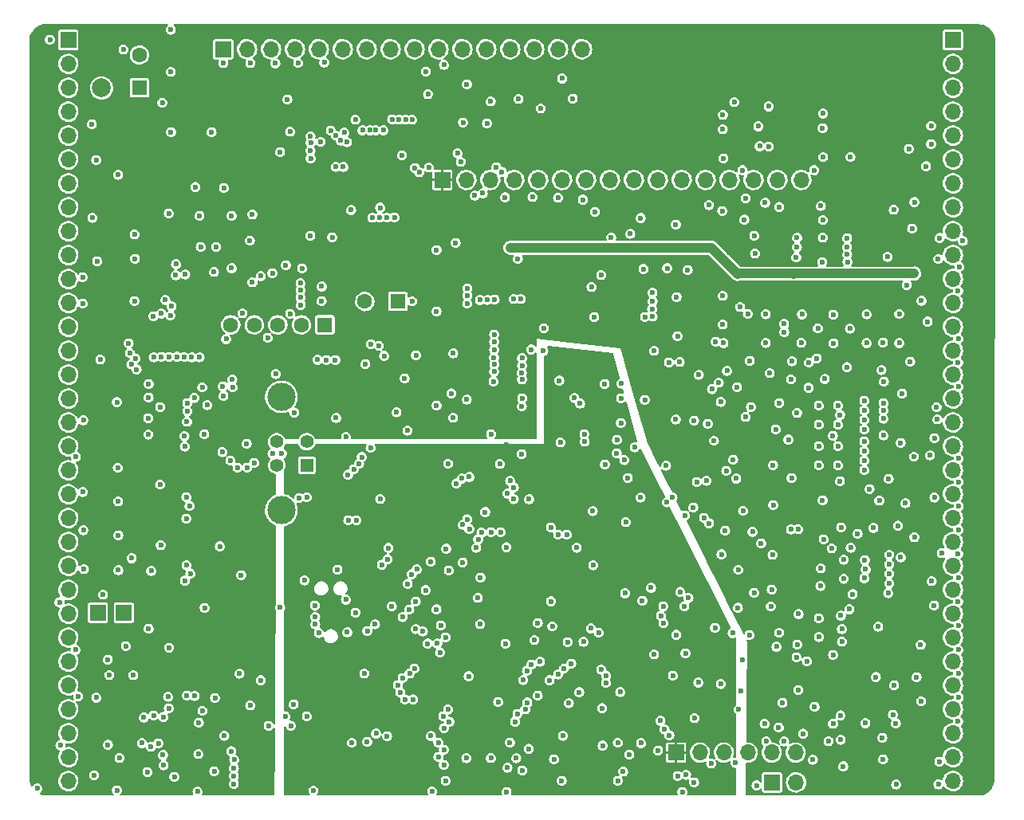
<source format=gbr>
%TF.GenerationSoftware,KiCad,Pcbnew,(6.0.1)*%
%TF.CreationDate,2023-10-27T01:40:01+01:00*%
%TF.ProjectId,polygonus-Shortage-Version,706f6c79-676f-46e7-9573-2d53686f7274,rev?*%
%TF.SameCoordinates,Original*%
%TF.FileFunction,Copper,L3,Inr*%
%TF.FilePolarity,Positive*%
%FSLAX46Y46*%
G04 Gerber Fmt 4.6, Leading zero omitted, Abs format (unit mm)*
G04 Created by KiCad (PCBNEW (6.0.1)) date 2023-10-27 01:40:01*
%MOMM*%
%LPD*%
G01*
G04 APERTURE LIST*
%TA.AperFunction,ComponentPad*%
%ADD10R,1.700000X1.700000*%
%TD*%
%TA.AperFunction,ComponentPad*%
%ADD11R,1.600000X1.600000*%
%TD*%
%TA.AperFunction,ComponentPad*%
%ADD12C,1.600000*%
%TD*%
%TA.AperFunction,ComponentPad*%
%ADD13O,1.700000X1.700000*%
%TD*%
%TA.AperFunction,ComponentPad*%
%ADD14R,1.400000X1.400000*%
%TD*%
%TA.AperFunction,ComponentPad*%
%ADD15C,1.400000*%
%TD*%
%TA.AperFunction,ComponentPad*%
%ADD16C,3.000000*%
%TD*%
%TA.AperFunction,ViaPad*%
%ADD17C,0.599440*%
%TD*%
%TA.AperFunction,ViaPad*%
%ADD18C,0.800000*%
%TD*%
%TA.AperFunction,ViaPad*%
%ADD19C,0.600000*%
%TD*%
%TA.AperFunction,ViaPad*%
%ADD20C,2.000000*%
%TD*%
%TA.AperFunction,Conductor*%
%ADD21C,1.016000*%
%TD*%
G04 APERTURE END LIST*
D10*
%TO.N,/mcu/BOOT0*%
%TO.C,J16*%
X67258834Y-118181164D03*
%TD*%
%TO.N,+3V3*%
%TO.C,J15*%
X64502327Y-118189319D03*
%TD*%
D11*
%TO.N,Net-(C6-Pad1)*%
%TO.C,C6*%
X96348000Y-85119000D03*
D12*
%TO.N,GND*%
X92848000Y-85119000D03*
%TD*%
D11*
%TO.N,Net-(D14-Pad2)*%
%TO.C,J13*%
X88610209Y-87595853D03*
D12*
%TO.N,/USB_D-*%
X86110209Y-87595853D03*
%TO.N,/USB_D+*%
X83610209Y-87595853D03*
%TO.N,GND*%
X81110209Y-87595853D03*
%TO.N,/USB_SHIELD*%
X78610209Y-87595853D03*
%TD*%
D10*
%TO.N,+3V3*%
%TO.C,J11*%
X125881501Y-133044837D03*
D13*
%TO.N,/mcu/AUX_SPI_CS*%
X128421501Y-133044837D03*
%TO.N,/mcu/AUX_SPI_SCK*%
X130961501Y-133044837D03*
%TO.N,/mcu/AUX_SPI_MISO*%
X133501501Y-133044837D03*
%TO.N,/mcu/AUX_SPI_MOSI*%
X136041501Y-133044837D03*
%TO.N,GND*%
X138581501Y-133044837D03*
%TD*%
D11*
%TO.N,/12V_MR*%
%TO.C,C1*%
X68916000Y-62423028D03*
D12*
%TO.N,GND*%
X68916000Y-58923028D03*
%TD*%
D10*
%TO.N,/mcu/UART_TX*%
%TO.C,J12*%
X136088339Y-136214983D03*
D13*
%TO.N,/mcu/UART_RX*%
X138628339Y-136214983D03*
%TD*%
D14*
%TO.N,Net-(D14-Pad2)*%
%TO.C,J14*%
X86696000Y-102518000D03*
D15*
%TO.N,/USB_D-*%
X86696000Y-100018000D03*
%TO.N,/USB_D+*%
X83496000Y-100018000D03*
%TO.N,GND*%
X83496000Y-102518000D03*
D16*
%TO.N,/USB_SHIELD*%
X83986000Y-107288000D03*
X83986000Y-95248000D03*
%TD*%
D10*
%TO.N,GND*%
%TO.C,J4*%
X61363317Y-57335316D03*
D13*
X61363317Y-59875316D03*
%TO.N,/12V_MR*%
X61363317Y-62415316D03*
%TO.N,/LS1*%
X61363317Y-64955316D03*
%TO.N,/LS2*%
X61363317Y-67495316D03*
%TO.N,/LS3*%
X61363317Y-70035316D03*
%TO.N,/LS4*%
X61363317Y-72575316D03*
%TO.N,/LS5*%
X61363317Y-75115316D03*
%TO.N,/LS6*%
X61363317Y-77655316D03*
%TO.N,/LS7*%
X61363317Y-80195316D03*
%TO.N,/LS8*%
X61363317Y-82735316D03*
%TO.N,/IGN12*%
X61363317Y-85275316D03*
%TO.N,/IGN11*%
X61363317Y-87815316D03*
%TO.N,/IGN10*%
X61363317Y-90355316D03*
%TO.N,/IGN9*%
X61363317Y-92895316D03*
%TO.N,/IGN8*%
X61363317Y-95435316D03*
%TO.N,/IGN7*%
X61363317Y-97975316D03*
%TO.N,/IGN6*%
X61363317Y-100515316D03*
%TO.N,/IGN5*%
X61363317Y-103055316D03*
%TO.N,/IGN4*%
X61363317Y-105595316D03*
%TO.N,/IGN3*%
X61363317Y-108135316D03*
%TO.N,/IGN2*%
X61363317Y-110675316D03*
%TO.N,/IGN1*%
X61363317Y-113215316D03*
%TO.N,/LS9*%
X61363317Y-115755316D03*
%TO.N,/LS10*%
X61363317Y-118295316D03*
%TO.N,/LS11*%
X61363317Y-120835316D03*
%TO.N,/LS12*%
X61363317Y-123375316D03*
%TO.N,/LS13*%
X61363317Y-125915316D03*
%TO.N,/LS14*%
X61363317Y-128455316D03*
%TO.N,/LS15*%
X61363317Y-130995316D03*
%TO.N,/LS16*%
X61363317Y-133535316D03*
%TO.N,/12V_MR*%
X61363317Y-136075316D03*
%TD*%
D10*
%TO.N,+5V*%
%TO.C,J6*%
X101082286Y-72212971D03*
D13*
%TO.N,+3V3*%
X103622286Y-72212971D03*
%TO.N,/ETB1_PWM*%
X106162286Y-72212971D03*
%TO.N,/ETB1_DIS*%
X108702286Y-72212971D03*
%TO.N,/ETB1_DIR*%
X111242286Y-72212971D03*
%TO.N,/ETB2_PWM*%
X113782286Y-72212971D03*
%TO.N,/ETB2_DIS*%
X116322286Y-72212971D03*
%TO.N,/ETB2_DIR*%
X118862286Y-72212971D03*
%TO.N,GND*%
X121402286Y-72212971D03*
%TO.N,/12V_RAW*%
X123942286Y-72212971D03*
%TO.N,GND*%
X126482286Y-72212971D03*
X129022286Y-72212971D03*
%TO.N,/CAN+*%
X131562286Y-72212971D03*
%TO.N,/CAN-*%
X134102286Y-72212971D03*
%TO.N,/VR2+*%
X136642286Y-72212971D03*
%TO.N,/VR1+*%
X139182286Y-72212971D03*
%TD*%
D10*
%TO.N,GND*%
%TO.C,J5*%
X155276000Y-57330221D03*
D13*
%TO.N,Net-(F2-Pad1)*%
X155276000Y-59870221D03*
%TO.N,Net-(F1-Pad2)*%
X155276000Y-62410221D03*
%TO.N,/5V_SENSOR_2*%
X155276000Y-64950221D03*
X155276000Y-67490221D03*
%TO.N,unconnected-(J5-Pad6)*%
X155276000Y-70030221D03*
%TO.N,unconnected-(J5-Pad7)*%
X155276000Y-72570221D03*
%TO.N,/5V_SENSOR_1*%
X155276000Y-75110221D03*
X155276000Y-77650221D03*
%TO.N,/DIGITAL_6*%
X155276000Y-80190221D03*
%TO.N,/DIGITAL_5*%
X155276000Y-82730221D03*
%TO.N,/DIGITAL_4*%
X155276000Y-85270221D03*
%TO.N,/DIGITAL_3*%
X155276000Y-87810221D03*
%TO.N,/DIGITAL_2*%
X155276000Y-90350221D03*
%TO.N,/DIGITAL_1*%
X155276000Y-92890221D03*
%TO.N,/AT4*%
X155276000Y-95430221D03*
%TO.N,/AT3*%
X155276000Y-97970221D03*
%TO.N,/AT2*%
X155276000Y-100510221D03*
%TO.N,/AT1*%
X155276000Y-103050221D03*
%TO.N,/AV11*%
X155276000Y-105590221D03*
%TO.N,/AV10*%
X155276000Y-108130221D03*
%TO.N,/AV9*%
X155276000Y-110670221D03*
%TO.N,/AV8*%
X155276000Y-113210221D03*
%TO.N,/AV7*%
X155276000Y-115750221D03*
%TO.N,/AV6*%
X155276000Y-118290221D03*
%TO.N,/AV5*%
X155276000Y-120830221D03*
%TO.N,/AV4*%
X155276000Y-123370221D03*
%TO.N,/AV3*%
X155276000Y-125910221D03*
%TO.N,/AV2*%
X155276000Y-128450221D03*
%TO.N,/AV1*%
X155276000Y-130990221D03*
%TO.N,/KNOCK_1*%
X155276000Y-133530221D03*
%TO.N,/KNOCK_2*%
X155276000Y-136070221D03*
%TD*%
D10*
%TO.N,/HS1*%
%TO.C,J7*%
X77806000Y-58321088D03*
D13*
%TO.N,/HS2*%
X80346000Y-58321088D03*
%TO.N,/HS3*%
X82886000Y-58321088D03*
%TO.N,/HS4*%
X85426000Y-58321088D03*
%TO.N,GND*%
X87966000Y-58321088D03*
X90506000Y-58321088D03*
X93046000Y-58321088D03*
X95586000Y-58321088D03*
%TO.N,/CAN2+*%
X98126000Y-58321088D03*
%TO.N,/CAN2-*%
X100666000Y-58321088D03*
%TO.N,/RC1*%
X103206000Y-58321088D03*
%TO.N,/RC2*%
X105746000Y-58321088D03*
%TO.N,/Perm_Live*%
X108286000Y-58321088D03*
%TO.N,/RSVD*%
X110826000Y-58321088D03*
X113366000Y-58321088D03*
X115906000Y-58321088D03*
%TD*%
D17*
%TO.N,GND*%
X75838437Y-117677282D03*
X83866023Y-117628729D03*
X87552239Y-117416690D03*
X105118851Y-114448145D03*
X99312246Y-115785621D03*
X112752253Y-119634944D03*
X110843903Y-121086595D03*
X107777493Y-121478052D03*
X120923908Y-133254369D03*
X123974007Y-132813980D03*
X107891668Y-137234177D03*
X99997295Y-137168934D03*
X87389132Y-137103692D03*
X80680002Y-128033010D03*
X77928933Y-131262526D03*
X79538254Y-124651260D03*
X60428343Y-117073386D03*
X64104464Y-135464278D03*
X66801165Y-133615733D03*
X65572426Y-132213014D03*
X74782529Y-127037088D03*
X71955343Y-127113205D03*
X68258253Y-124818835D03*
X65713786Y-124807961D03*
X65550679Y-123187766D03*
X62136308Y-122122134D03*
X67475340Y-121719804D03*
X69894886Y-119882976D03*
X72062395Y-121905501D03*
X86443372Y-114752264D03*
X83843439Y-69242269D03*
X149579411Y-86449104D03*
X128305902Y-92916261D03*
X138735879Y-96962155D03*
X99509658Y-121464630D03*
X84980333Y-130186379D03*
X90845182Y-99528349D03*
X136547698Y-121794094D03*
X127717709Y-106988421D03*
X140592193Y-128179610D03*
X97570725Y-117848966D03*
X88771895Y-91335076D03*
X133509960Y-86439771D03*
X148332983Y-80372886D03*
X99649727Y-70878820D03*
X139253787Y-86489316D03*
X138098260Y-93391860D03*
X69185247Y-132039582D03*
X130921826Y-89535132D03*
X66653041Y-71650404D03*
X152850932Y-101464781D03*
X132937527Y-123232801D03*
X106589781Y-91795916D03*
X153842836Y-134009932D03*
X108253662Y-131984557D03*
X106575574Y-90218908D03*
X127796273Y-136202319D03*
X109530688Y-93401339D03*
X126552090Y-137226916D03*
X72202779Y-86620052D03*
X151859029Y-121597737D03*
X98272981Y-90830037D03*
X72246995Y-56239811D03*
X113972911Y-124126185D03*
X88534269Y-59720304D03*
X118033670Y-128339288D03*
X131290055Y-92492041D03*
X155840047Y-111933382D03*
X149740002Y-112292522D03*
X117045031Y-107384891D03*
X143360099Y-131684454D03*
X69902670Y-93884548D03*
X103612587Y-133628376D03*
X155893663Y-127200651D03*
X125865546Y-76947513D03*
X106561366Y-91071345D03*
X89937730Y-113594149D03*
X138719136Y-79353441D03*
X144034736Y-79354174D03*
X120031741Y-98023981D03*
X126772291Y-117485105D03*
X109151092Y-63605082D03*
X106575574Y-89380678D03*
X101685004Y-102361720D03*
X74007103Y-96792466D03*
X130836012Y-87561644D03*
X77823130Y-59788528D03*
X143496414Y-121254160D03*
X106210920Y-63859181D03*
X92901790Y-91768220D03*
X151416694Y-125042591D03*
X133841970Y-96335886D03*
X114910674Y-63567196D03*
X72620612Y-135616514D03*
X130638507Y-95794656D03*
X113875791Y-131262541D03*
X115600941Y-126624275D03*
X103942760Y-109292163D03*
X113488313Y-93524630D03*
X75293826Y-76024845D03*
X155853451Y-89079393D03*
X136829567Y-75077049D03*
X100457529Y-86176845D03*
X97376325Y-98841462D03*
X146833881Y-109172905D03*
X153282115Y-117409034D03*
X97070465Y-93282883D03*
X71179631Y-111005742D03*
X100447131Y-117823419D03*
X70431039Y-129085546D03*
X81798901Y-125355793D03*
X152968035Y-68399172D03*
X97390436Y-115109709D03*
X103872356Y-124929048D03*
X89796259Y-97486107D03*
X94478486Y-106106236D03*
X135350273Y-74621384D03*
X91866837Y-118173259D03*
X111438858Y-123390035D03*
X149445112Y-108941497D03*
X69864784Y-99254900D03*
X115999899Y-74304959D03*
X112614750Y-116976101D03*
X138733343Y-78358931D03*
X107992283Y-134645271D03*
X142560285Y-122653322D03*
X147908520Y-99339072D03*
X93103005Y-120112654D03*
X115333957Y-111274539D03*
X77725043Y-101114539D03*
X73733954Y-100524192D03*
X138840895Y-109314126D03*
X138195106Y-91460820D03*
X143282453Y-104222346D03*
X74232109Y-106845964D03*
X142531319Y-99397156D03*
X122168950Y-132039530D03*
X84915192Y-86419357D03*
X80644522Y-78656335D03*
X59407431Y-57307444D03*
X155833345Y-129740727D03*
X143487478Y-119922686D03*
X139186766Y-89505238D03*
X138099202Y-109340934D03*
X138152684Y-103855137D03*
X134443221Y-136533692D03*
X146015563Y-113571607D03*
X116907827Y-83578820D03*
X108273084Y-104169268D03*
X138678546Y-122921943D03*
X153311354Y-105947434D03*
X141262239Y-74963391D03*
X105079669Y-119396796D03*
X140411929Y-133795467D03*
X155853451Y-122120497D03*
X128259473Y-125602214D03*
X136829184Y-120315175D03*
X155866855Y-101786479D03*
X68409194Y-77988666D03*
X148414176Y-116102057D03*
X127804989Y-97773257D03*
X153735566Y-136421660D03*
X151944678Y-85036036D03*
X71346591Y-64007708D03*
X130417592Y-93741444D03*
X153320076Y-99628419D03*
X131900944Y-120355387D03*
X76941569Y-127243634D03*
X152968035Y-66469413D03*
X136042192Y-115726742D03*
X72270912Y-67133433D03*
X146121153Y-89532046D03*
X123551729Y-122614599D03*
X75168822Y-133200433D03*
X109514815Y-96270649D03*
X113793034Y-61426632D03*
X122593871Y-86769642D03*
X147341848Y-119667547D03*
X103712393Y-85334706D03*
X135723193Y-64389586D03*
X112932436Y-133749192D03*
X143383555Y-118491420D03*
X144089488Y-80902034D03*
X109544896Y-91909574D03*
X135397874Y-86475912D03*
X107878329Y-111231634D03*
X62899884Y-85326075D03*
X143638442Y-134497765D03*
X80907671Y-75878651D03*
X145980641Y-129919678D03*
X111519869Y-64618535D03*
X88269904Y-83525646D03*
X120272346Y-135050984D03*
X141403832Y-80929701D03*
X100467574Y-96171491D03*
X125140367Y-91597792D03*
X112458142Y-125357820D03*
X91468473Y-131999778D03*
X105813116Y-66190807D03*
X78670464Y-132911366D03*
X142420059Y-111343846D03*
X152587931Y-87258183D03*
X82545043Y-88977623D03*
X93101491Y-131906419D03*
X132266982Y-103924286D03*
X109530688Y-91142381D03*
X109495323Y-101338703D03*
X130848302Y-66822618D03*
X130713653Y-111976270D03*
X102035450Y-94886897D03*
X75225449Y-129868884D03*
X133274320Y-74153563D03*
X76122883Y-96133576D03*
X119702595Y-131999317D03*
X91853970Y-65801444D03*
X118336429Y-102434058D03*
X111200031Y-126978016D03*
X154100801Y-111853667D03*
X109417030Y-84848555D03*
X75606219Y-128610290D03*
X71123052Y-96329751D03*
X105865210Y-84948006D03*
X107000905Y-127648254D03*
X117278554Y-75604925D03*
X130023752Y-119788184D03*
X122426734Y-81667929D03*
X62409897Y-127068202D03*
X153722199Y-80608002D03*
X105624529Y-107492195D03*
X150950560Y-77375477D03*
X142582471Y-86502720D03*
X153874437Y-78369595D03*
X155853451Y-114493565D03*
X68435184Y-80573624D03*
X144424578Y-111285687D03*
X90671424Y-67178916D03*
X138867532Y-126401334D03*
X106229643Y-133619857D03*
X95208217Y-131296063D03*
X114277167Y-109886746D03*
X72781491Y-82327951D03*
X150741790Y-91519297D03*
X155840047Y-91612768D03*
X63864763Y-66291631D03*
X148457717Y-103959197D03*
X139373779Y-131037327D03*
X122131822Y-76249634D03*
X155840047Y-83999239D03*
X151913965Y-127593650D03*
X62174087Y-101620095D03*
X103684678Y-62048710D03*
X90985158Y-120264567D03*
X96203774Y-96889640D03*
X132999462Y-107362584D03*
X62963534Y-109426848D03*
X149880258Y-94909915D03*
X136182281Y-102514727D03*
X135823517Y-92727834D03*
X103230570Y-112858726D03*
X110284770Y-106124116D03*
X104840578Y-116603203D03*
X110510991Y-90218908D03*
X58063108Y-136862708D03*
X68092457Y-112391217D03*
X156330495Y-78691222D03*
X142600343Y-89549919D03*
X155893663Y-106866633D03*
X149029072Y-125891303D03*
X149727777Y-100151179D03*
X106575574Y-92563109D03*
X123548478Y-90351846D03*
X66524853Y-137051072D03*
X83382599Y-92822105D03*
X123227873Y-115525681D03*
X103045800Y-70284137D03*
X136786120Y-130384123D03*
X123375271Y-84169709D03*
X150237133Y-106544934D03*
X106575574Y-88627692D03*
X134626129Y-66503367D03*
X149579411Y-89532046D03*
X62896585Y-82545092D03*
X142553659Y-129977763D03*
X109564007Y-134955382D03*
X132557126Y-128474039D03*
X125861590Y-97646970D03*
X99328101Y-60703726D03*
X155950391Y-81410428D03*
X76856822Y-135022694D03*
X122308504Y-116919822D03*
X86187641Y-81588397D03*
X117199533Y-86771919D03*
X150599695Y-68896232D03*
X110650857Y-74006606D03*
X149218422Y-129948490D03*
X69883727Y-95324219D03*
X141248354Y-113464137D03*
X127854750Y-129379938D03*
X85766331Y-59778781D03*
X75086857Y-137197148D03*
X92802440Y-124638325D03*
X80304028Y-100227005D03*
X123389479Y-86712813D03*
X87970003Y-120338213D03*
X101769755Y-113701916D03*
X66674360Y-109956595D03*
X124941269Y-81580213D03*
X64333254Y-127207636D03*
X123403686Y-85093183D03*
X66654867Y-106350479D03*
X153025186Y-114828667D03*
X147947862Y-93624489D03*
X118301944Y-93879135D03*
X101478103Y-111382271D03*
X144634220Y-116209290D03*
X120476208Y-116120629D03*
X135730837Y-68651501D03*
X90841667Y-116797714D03*
X85277478Y-127918000D03*
X66518420Y-95805027D03*
X94896704Y-90894167D03*
X155840047Y-117026940D03*
X153552811Y-96351443D03*
X79719253Y-114184897D03*
X131950575Y-101927471D03*
X133709879Y-91411706D03*
X132758188Y-126476830D03*
X63022012Y-113549516D03*
X75586214Y-94240603D03*
X127121907Y-81785509D03*
X120055664Y-95406359D03*
X153611288Y-97637949D03*
X84042341Y-101281967D03*
X71113306Y-104565340D03*
X104664753Y-111288261D03*
X130862509Y-65288232D03*
X135948364Y-117522891D03*
X132201582Y-134136113D03*
X96784327Y-69592314D03*
X110244171Y-132648060D03*
X131226753Y-103107032D03*
X135284861Y-129982000D03*
X126887193Y-122495812D03*
X125910851Y-120532495D03*
X138648099Y-80433194D03*
X107192801Y-102372771D03*
X124226076Y-129662392D03*
X80688531Y-59788528D03*
X134272256Y-80021183D03*
X66674360Y-113660173D03*
X120568436Y-108549888D03*
X144061074Y-80134841D03*
X141673457Y-93343946D03*
X79855075Y-86375372D03*
X141446934Y-66694753D03*
X130840480Y-84509977D03*
X74319825Y-114028957D03*
X84908661Y-67068983D03*
X117088283Y-113145821D03*
X122570353Y-95562639D03*
X100467563Y-79643956D03*
X100827750Y-122408865D03*
X64329285Y-70089374D03*
X109652230Y-125342128D03*
X102218641Y-97467239D03*
X66618381Y-102789646D03*
X78121391Y-89109248D03*
X101243390Y-59973706D03*
X108664044Y-84848555D03*
X123346857Y-85902998D03*
X69855312Y-97521612D03*
X143302800Y-97179676D03*
X72035468Y-128349396D03*
X125946058Y-84640538D03*
X67220920Y-58345284D03*
X151141910Y-101605524D03*
X84620996Y-63656843D03*
X151187406Y-110160692D03*
X62963534Y-97731338D03*
X119957273Y-126610870D03*
X136124261Y-112024466D03*
X150383314Y-83359894D03*
X133132570Y-76414740D03*
X116849833Y-119846729D03*
X119614724Y-99817151D03*
X82641231Y-130215618D03*
X147463598Y-106269061D03*
X152426543Y-70745138D03*
X95346937Y-111300529D03*
X155880259Y-94172951D03*
X97875820Y-85093183D03*
X120395141Y-101967765D03*
X73959214Y-126980485D03*
X71478636Y-134389598D03*
X137179096Y-127753888D03*
X120753501Y-103857012D03*
X109516481Y-92676768D03*
X102481790Y-78905339D03*
X132490623Y-113627269D03*
X103726601Y-83729283D03*
X141440410Y-106239822D03*
X77454487Y-111129597D03*
X85356204Y-96914550D03*
X145156034Y-109793108D03*
X131096080Y-109467028D03*
X117940931Y-82311807D03*
X60522272Y-132264306D03*
X89384279Y-78292308D03*
X155853451Y-124653872D03*
X126043521Y-88811937D03*
X120071285Y-93838923D03*
X142076741Y-131843018D03*
X94474464Y-75147682D03*
X105069602Y-84962214D03*
X72037188Y-75763412D03*
X132366851Y-94212234D03*
X106632403Y-84919592D03*
X62905057Y-105362659D03*
X151190509Y-74552689D03*
X147100574Y-125015783D03*
X68393475Y-85059627D03*
X109091328Y-80596465D03*
X118092148Y-132296269D03*
X111803853Y-90360981D03*
X88158888Y-68159614D03*
X129609077Y-134214083D03*
X147864608Y-133768658D03*
X103270612Y-66094357D03*
X126337624Y-115968016D03*
X146121153Y-86475912D03*
X141461141Y-78330516D03*
X140551875Y-71170046D03*
X64767309Y-91288078D03*
X155880259Y-104306450D03*
X93458329Y-100673758D03*
X91389037Y-75392355D03*
X148991000Y-75361195D03*
X103726601Y-84496477D03*
X141489556Y-65146159D03*
X155853451Y-109373199D03*
X76569012Y-67133433D03*
X125519437Y-105929497D03*
X155866855Y-119560314D03*
X132070128Y-63938540D03*
X113627282Y-100091659D03*
X132936772Y-71170046D03*
X72246995Y-60723482D03*
X99852737Y-131275957D03*
X83349259Y-59817766D03*
X147785225Y-131472885D03*
X107725277Y-74051703D03*
X70163137Y-113743547D03*
X69760954Y-135125747D03*
X74855245Y-72954774D03*
X111853579Y-87967054D03*
X83047832Y-101281967D03*
X99547541Y-63092509D03*
X75805030Y-99214019D03*
X134001391Y-109585188D03*
X65042961Y-116261475D03*
X149245583Y-136420483D03*
X88260433Y-85078975D03*
X139981920Y-91610263D03*
X136203249Y-106734181D03*
X116059566Y-121277989D03*
X113357344Y-74091849D03*
X135406810Y-89514174D03*
X102234352Y-90624712D03*
D18*
%TO.N,+5V*%
X107778000Y-88040000D03*
X107778000Y-87024000D03*
X107778000Y-86008000D03*
X108794000Y-88802000D03*
D17*
X130638000Y-125759000D03*
X146650808Y-92618310D03*
D18*
X107778000Y-89056000D03*
D17*
X120224000Y-89310000D03*
X144263248Y-83533533D03*
X102190000Y-98962000D03*
X106813733Y-78424334D03*
X146132000Y-106328000D03*
X131289061Y-96420764D03*
X143831509Y-70665700D03*
D18*
X91776000Y-99216000D03*
D17*
X131908000Y-106793380D03*
X131321029Y-91546911D03*
X67468447Y-92358000D03*
X141052000Y-97184000D03*
X67647411Y-100295853D03*
X71048231Y-109640317D03*
X143691414Y-113563709D03*
X141052000Y-119790000D03*
X134557725Y-83533534D03*
X106381000Y-97565000D03*
X119462000Y-89310000D03*
X134062536Y-94199810D03*
X136640103Y-64398788D03*
X136735295Y-68619360D03*
X138766000Y-115472000D03*
X141052000Y-101502000D03*
X134194000Y-104296000D03*
X135464000Y-126648000D03*
X135972000Y-113440000D03*
X125992099Y-99504339D03*
%TO.N,+3V3*%
X117176000Y-91596000D03*
X117938000Y-91596000D03*
X118700000Y-91596000D03*
X131400000Y-123854000D03*
X87204000Y-130204000D03*
X105492000Y-131728000D03*
X95586000Y-136046000D03*
X101428000Y-100740000D03*
D19*
X127336000Y-127918000D03*
X148918680Y-129020660D03*
D17*
X85045000Y-117631000D03*
X121113000Y-98454000D03*
X114128000Y-91596000D03*
X92919000Y-115091000D03*
X121494000Y-102772000D03*
X115398000Y-133633000D03*
X102259855Y-112894623D03*
X114128000Y-92358000D03*
D19*
X115652000Y-104701566D03*
D18*
X101428000Y-106582000D03*
D17*
X90379000Y-121314000D03*
D19*
X121619667Y-121950333D03*
D17*
X95078000Y-124108000D03*
D19*
X131809698Y-127057698D03*
X124288000Y-113186000D03*
X118192000Y-127156000D03*
X118954000Y-107852000D03*
D17*
X107905000Y-100359000D03*
D19*
X143350146Y-129094828D03*
D17*
X98024400Y-109274400D03*
X101936000Y-127664000D03*
D19*
X114636000Y-98327000D03*
D17*
X119002273Y-78324847D03*
X114128000Y-90580000D03*
%TO.N,/mcu/AV4*%
X125558000Y-124870000D03*
X133686000Y-120552000D03*
%TO.N,/mcu/AV2*%
X117684000Y-120298000D03*
X139782000Y-123346000D03*
%TO.N,/mcu/AV5*%
X124542000Y-119282000D03*
X134170633Y-116055725D03*
%TO.N,/mcu/AV6*%
X124288000Y-118520000D03*
X141215557Y-115352032D03*
%TO.N,/mcu/AV9*%
X129391632Y-108685120D03*
X143413439Y-109106342D03*
%TO.N,/mcu/AV10*%
X128860000Y-108106000D03*
X146426241Y-105046781D03*
%TO.N,/5V_SENSOR_1*%
X144398964Y-69771176D03*
X141497818Y-69771176D03*
X130918191Y-69927525D03*
%TO.N,/5V_SENSOR_2*%
X141482146Y-76459902D03*
%TO.N,/mcu/nRESET*%
X111207000Y-119282000D03*
X93935000Y-119409000D03*
X100920000Y-119536000D03*
%TO.N,/mcu/SWDIO*%
X98253000Y-116996000D03*
X87585000Y-119409000D03*
%TO.N,/mcu/SWCLK*%
X87585000Y-118647000D03*
X95713000Y-117504000D03*
X96856000Y-118647000D03*
%TO.N,/mcu/5V_SENSOR_1_PG*%
X126955000Y-135411000D03*
X144045916Y-78383854D03*
%TO.N,/mcu/5V_SENSOR_2_PG*%
X126066000Y-135538000D03*
X134191182Y-78143291D03*
%TO.N,/mcu/AT2*%
X128098000Y-104296000D03*
X137811875Y-99785875D03*
%TO.N,/mcu/AT1*%
X129114000Y-104169000D03*
X136480000Y-98708000D03*
%TO.N,/mcu/AT3*%
X133261486Y-97383980D03*
X124923000Y-106455000D03*
%TO.N,Net-(C33-Pad1)*%
X130098312Y-89380012D03*
X129702906Y-94426278D03*
%TO.N,Net-(C34-Pad1)*%
X140821465Y-91165699D03*
X144033378Y-92098452D03*
%TO.N,Net-(C42-Pad1)*%
X145878000Y-98708000D03*
X141052000Y-98200000D03*
%TO.N,Net-(C43-Pad1)*%
X143084000Y-98200000D03*
X145878000Y-97692000D03*
%TO.N,Net-(C44-Pad1)*%
X143084000Y-96168000D03*
X145878000Y-96676000D03*
%TO.N,Net-(C45-Pad1)*%
X141052000Y-96168000D03*
X145878000Y-95660000D03*
%TO.N,Net-(C48-Pad1)*%
X141060141Y-120757140D03*
X138766000Y-121568000D03*
%TO.N,/mcu/12V_DIVIDED*%
X126281596Y-91534587D03*
X126828000Y-107852000D03*
%TO.N,Net-(C50-Pad1)*%
X141052000Y-118774000D03*
X144285755Y-117814098D03*
%TO.N,Net-(C52-Pad1)*%
X143691414Y-114579709D03*
X148517414Y-115087709D03*
%TO.N,Net-(C53-Pad1)*%
X148517414Y-114071709D03*
X145879421Y-114511171D03*
%TO.N,Net-(C54-Pad1)*%
X148517414Y-113055709D03*
X145929909Y-112592633D03*
%TO.N,/ETB2_DIR*%
X108660597Y-106118641D03*
%TO.N,/ETB2_DIS*%
X107972825Y-105515651D03*
%TO.N,Net-(C55-Pad1)*%
X148517414Y-112039709D03*
X143691414Y-112547709D03*
%TO.N,Net-(C57-Pad1)*%
X145878000Y-103026000D03*
X141052000Y-102518000D03*
%TO.N,Net-(C58-Pad1)*%
X145878000Y-102010000D03*
X143084000Y-102518000D03*
%TO.N,Net-(C59-Pad1)*%
X143084000Y-100486000D03*
X145878000Y-100994000D03*
%TO.N,Net-(C60-Pad1)*%
X141052000Y-100486000D03*
X145878000Y-99978000D03*
%TO.N,/lowside_quad1/IN1*%
X75309545Y-91050508D03*
X86043425Y-85485738D03*
X98126000Y-124108000D03*
%TO.N,/lowside_quad1/IN3*%
X86017435Y-83926337D03*
X73686549Y-91017033D03*
X96856000Y-125124000D03*
%TO.N,/lowside_quad1/IN2*%
X74471367Y-91050508D03*
X97594368Y-124639632D03*
X86027281Y-84691468D03*
%TO.N,/lowside_quad1/IN4*%
X72903265Y-90982024D03*
X96348000Y-125886000D03*
X86017435Y-83174994D03*
%TO.N,/lowside_quad2/IN1*%
X72071982Y-90995013D03*
X96602000Y-126648000D03*
X80908296Y-83074639D03*
%TO.N,/lowside_quad2/IN3*%
X70436416Y-91050508D03*
X97966732Y-127395072D03*
X83030617Y-82096601D03*
%TO.N,/lowside_quad2/IN2*%
X71254352Y-90994349D03*
X81798979Y-82418208D03*
X97110000Y-127410000D03*
%TO.N,/lowside_quad2/IN4*%
X101680241Y-128448273D03*
X67771535Y-89552652D03*
X84459708Y-81254813D03*
%TO.N,/ETB1_DIR*%
X103935160Y-103754820D03*
%TO.N,/ETB1_DIS*%
X103132946Y-103924701D03*
%TO.N,/lowside_quad4/IN4*%
X101231612Y-134355561D03*
X78934042Y-136379418D03*
%TO.N,/lowside_quad4/IN2*%
X101242831Y-132751170D03*
X78948065Y-134696581D03*
%TO.N,/lowside_quad4/IN3*%
X78934042Y-135523976D03*
X100659416Y-133514097D03*
%TO.N,/lowside_quad4/IN1*%
X100649446Y-131971846D03*
X78976113Y-133799068D03*
%TO.N,/highside_quad/IN1*%
X97825119Y-114103245D03*
X93637657Y-76213144D03*
%TO.N,/highside_quad/IN3*%
X103235992Y-108833684D03*
X95205721Y-76204480D03*
%TO.N,/highside_quad/IN2*%
X94417357Y-76204480D03*
X98356399Y-113571966D03*
%TO.N,/mcu/CAN_RX*%
X106254000Y-109630000D03*
X106254000Y-99216000D03*
%TO.N,/mcu/CAN_TX*%
X109556000Y-95406000D03*
X107270000Y-109630000D03*
%TO.N,/highside_quad/IN4*%
X95994085Y-76178490D03*
X103724080Y-108262470D03*
%TO.N,/ign1/IN4*%
X86696000Y-105921600D03*
X73905034Y-105908649D03*
%TO.N,/AT4*%
X147910000Y-95914000D03*
%TO.N,/AT2*%
X147910000Y-97565000D03*
%TO.N,/AT3*%
X147910000Y-96676000D03*
%TO.N,/HS4*%
X95744926Y-65784676D03*
X97169870Y-65804107D03*
X96459505Y-65804107D03*
X97866026Y-65804107D03*
%TO.N,/HS2*%
X89767876Y-67480566D03*
X90947080Y-68190931D03*
X102687460Y-69369474D03*
X89236000Y-66958000D03*
X90307752Y-68020442D03*
%TO.N,/HS3*%
X92595126Y-66926483D03*
X94809285Y-66924988D03*
X93390733Y-66926483D03*
X94015853Y-66926483D03*
%TO.N,/HS1*%
X87057848Y-78134240D03*
X87082700Y-69111300D03*
X87078928Y-67568241D03*
X87096907Y-69898907D03*
X87096907Y-68247760D03*
%TO.N,/LS9*%
X101174000Y-129188000D03*
%TO.N,/LS10*%
X101820636Y-129766620D03*
%TO.N,/LS11*%
X101248441Y-130441170D03*
%TO.N,/LS12*%
X94034308Y-131019790D03*
%TO.N,/CAN+*%
X129380719Y-74869112D03*
X115096263Y-95358263D03*
%TO.N,/CAN-*%
X130795195Y-75512333D03*
X115699737Y-95961737D03*
%TO.N,Net-(C80-Pad1)*%
X114382000Y-121314000D03*
X124542000Y-117504000D03*
%TO.N,/ign1/IN3*%
X85883200Y-105972400D03*
X73892039Y-108182776D03*
%TO.N,/ign1/IN1*%
X99015000Y-120171000D03*
X73749094Y-114771247D03*
%TO.N,/ign1/IN2*%
X73911532Y-113127378D03*
X98253000Y-119917000D03*
%TO.N,/ign2/IN2*%
X79330000Y-102772000D03*
X73962046Y-97890200D03*
%TO.N,/IGN9*%
X91067247Y-103515620D03*
X77839673Y-95129380D03*
X68616065Y-92332010D03*
%TO.N,/IGN10*%
X91691007Y-102937000D03*
X68054699Y-91789899D03*
X77770001Y-94118300D03*
%TO.N,/IGN11*%
X68486115Y-91174759D03*
X92246000Y-102348002D03*
X78822597Y-94235255D03*
%TO.N,/IGN12*%
X92517994Y-101647621D03*
X67908556Y-90596139D03*
X78783612Y-93397077D03*
%TO.N,/mcu/DIGITAL5*%
X129260378Y-98126157D03*
X124832268Y-102554268D03*
%TO.N,/mcu/DIGITAL2*%
X136840934Y-95923748D03*
X129914047Y-99913125D03*
%TO.N,/mcu/DIGITAL1*%
X99847117Y-112751646D03*
X122129000Y-105947000D03*
%TO.N,/DIGITAL_5*%
X137350003Y-87493676D03*
%TO.N,/DIGITAL_6*%
X132683659Y-85695086D03*
%TO.N,/DIGITAL_1*%
X140944780Y-87968001D03*
%TO.N,/DIGITAL_2*%
X147850428Y-89483158D03*
%TO.N,/DIGITAL_3*%
X144344295Y-88001659D03*
%TO.N,/DIGITAL_4*%
X137373311Y-88371903D03*
%TO.N,/ign2/IN1*%
X73691189Y-99412193D03*
X78568000Y-102010000D03*
%TO.N,/ign2/IN3*%
X74001972Y-95916535D03*
X80346000Y-102772000D03*
%TO.N,/ign2/IN4*%
X74755683Y-95357749D03*
X81108000Y-102264000D03*
%TO.N,/VR2+*%
X134760663Y-68623603D03*
D19*
%TO.N,/USB_D+*%
X91095000Y-108360000D03*
X94658871Y-113097129D03*
X87839561Y-91312427D03*
%TO.N,/USB_D-*%
X95262741Y-112493259D03*
X91949000Y-108360000D03*
X89710842Y-91338417D03*
D18*
%TO.N,/12V_PROT*%
X108286000Y-79404000D03*
D17*
X141654122Y-82154864D03*
X142623306Y-82150694D03*
X151169861Y-82144909D03*
%TO.N,/mcu/LED1*%
X101428000Y-136046000D03*
X108804446Y-129786228D03*
%TO.N,/mcu/LED2*%
X109048000Y-128934000D03*
X108921000Y-133633000D03*
%TO.N,/mcu/LED3*%
X113747000Y-136046000D03*
X109871234Y-128449632D03*
%TO.N,/mcu/LED4*%
X119716000Y-136046000D03*
X110082421Y-127728060D03*
%TO.N,Net-(C8-Pad1)*%
X106508000Y-93628000D03*
X103674896Y-95530405D03*
%TO.N,Net-(R57-Pad2)*%
X138892428Y-118317851D03*
X132452441Y-117652151D03*
%TO.N,Net-(R69-Pad2)*%
X141560000Y-110392000D03*
X134922265Y-110811205D03*
%TO.N,/knock/FILTERED_1*%
X114509000Y-127791000D03*
X124669000Y-130585000D03*
%TO.N,/knock/FILTERED_2*%
X125177000Y-131220000D03*
X113366000Y-124743000D03*
%TO.N,Net-(RN6-Pad5)*%
X78706364Y-76016794D03*
X78707216Y-81574423D03*
%TO.N,Net-(RN6-Pad6)*%
X72806956Y-81151377D03*
X63931362Y-76224825D03*
%TO.N,Net-(RN6-Pad7)*%
X76835934Y-81976036D03*
X77893453Y-73063557D03*
%TO.N,Net-(RN6-Pad8)*%
X73782107Y-82248931D03*
%TO.N,Net-(RN8-Pad5)*%
X71222089Y-86400837D03*
%TO.N,Net-(RN8-Pad6)*%
X64438693Y-80825977D03*
X70403404Y-86673732D03*
%TO.N,Net-(RN8-Pad7)*%
X72322334Y-85630325D03*
X77062297Y-79326628D03*
%TO.N,Net-(RN8-Pad8)*%
X75431424Y-79307135D03*
X71662296Y-84945921D03*
%TO.N,/ETB2_PWM*%
X108660597Y-104885841D03*
%TO.N,/ETB1_PWM*%
X102563165Y-104451077D03*
%TO.N,Net-(RN10-Pad6)*%
X71459761Y-129264864D03*
X70928739Y-132060001D03*
%TO.N,Net-(RN10-Pad7)*%
X71418059Y-133307769D03*
%TO.N,Net-(RN10-Pad8)*%
X70121360Y-132426991D03*
X69393301Y-129311439D03*
%TO.N,/mcu/AUX_SPI_MOSI*%
X117946990Y-124226010D03*
%TO.N,/mcu/AUX_SPI_MISO*%
X118446000Y-124870000D03*
%TO.N,/mcu/AUX_SPI_SCK*%
X118446000Y-125632000D03*
%TO.N,/mcu/AUX_SPI_CS*%
X114763000Y-123600000D03*
%TO.N,/mcu/SD_MISO*%
X84410000Y-129188000D03*
X86696000Y-129188000D03*
%TO.N,/RC1*%
X110056831Y-124344071D03*
X106792368Y-70851528D03*
X104874222Y-110380166D03*
X104532019Y-73863771D03*
%TO.N,/RC2*%
X107396388Y-71354878D03*
X105370404Y-73613662D03*
X105218691Y-109664433D03*
X110539384Y-123681072D03*
%TO.N,/mcu/UART_RX*%
X137369000Y-131855000D03*
X100539000Y-121441000D03*
%TO.N,/mcu/UART_TX*%
X135464000Y-131855000D03*
X101428000Y-120806000D03*
%TO.N,/CAN2+*%
X93483769Y-89648613D03*
%TO.N,/CAN2-*%
X94316000Y-89818000D03*
%TO.N,/mcu/BARO_SCL*%
X121494000Y-100613000D03*
X119589000Y-101248000D03*
%TO.N,/12V_MR*%
X90561491Y-70816469D03*
X89758861Y-70816469D03*
X98150578Y-70920429D03*
D20*
X64886257Y-62432760D03*
D17*
X98620941Y-71390792D03*
%TO.N,/Keep_Alive/Keep_Alive*%
X121024730Y-77926226D03*
X127209000Y-116615000D03*
%TO.N,Net-(C31-Pad1)*%
X139959129Y-94280282D03*
X147692706Y-92394706D03*
D19*
%TO.N,/mcu/VR_2*%
X116160000Y-99216000D03*
X112604000Y-109122000D03*
%TO.N,/mcu/VR_1*%
X113366000Y-109884000D03*
X116188698Y-100006698D03*
%TD*%
D21*
%TO.N,/12V_PROT*%
X129622000Y-79404000D02*
X108286000Y-79404000D01*
X142623306Y-82150694D02*
X141658292Y-82150694D01*
X151169861Y-82144909D02*
X151162116Y-82152654D01*
X132463306Y-82150694D02*
X132416000Y-82198000D01*
X138296766Y-82150694D02*
X138320140Y-82174068D01*
X137100952Y-82159109D02*
X137093473Y-82159109D01*
X137085058Y-82150694D02*
X138296766Y-82150694D01*
X151169861Y-82144909D02*
X151164076Y-82150694D01*
X141658292Y-82150694D02*
X141654122Y-82154864D01*
X137093473Y-82159109D02*
X137085058Y-82150694D01*
X132416000Y-82198000D02*
X129622000Y-79404000D01*
X151164076Y-82150694D02*
X142623306Y-82150694D01*
X141649952Y-82150694D02*
X132463306Y-82150694D01*
X141654122Y-82154864D02*
X141649952Y-82150694D01*
%TD*%
%TA.AperFunction,Conductor*%
%TO.N,+3V3*%
G36*
X113863716Y-90027143D02*
G01*
X119139265Y-90572890D01*
X119196105Y-90598085D01*
X119226029Y-90646709D01*
X119924834Y-93232286D01*
X119921714Y-93294381D01*
X119882691Y-93342784D01*
X119866216Y-93351475D01*
X119830061Y-93366451D01*
X119804594Y-93377000D01*
X119694126Y-93461764D01*
X119609362Y-93572232D01*
X119606841Y-93578319D01*
X119606839Y-93578322D01*
X119590183Y-93618534D01*
X119556077Y-93700873D01*
X119555216Y-93707409D01*
X119555216Y-93707411D01*
X119550293Y-93744806D01*
X119537902Y-93838923D01*
X119538763Y-93845463D01*
X119548122Y-93916547D01*
X119556077Y-93976973D01*
X119575257Y-94023277D01*
X119602863Y-94089923D01*
X119609362Y-94105614D01*
X119652155Y-94161383D01*
X119684370Y-94203367D01*
X119694126Y-94216082D01*
X119804593Y-94300846D01*
X119933235Y-94354131D01*
X119939771Y-94354992D01*
X119939773Y-94354992D01*
X120064745Y-94371445D01*
X120071285Y-94372306D01*
X120140114Y-94363244D01*
X120201247Y-94374574D01*
X120244045Y-94419673D01*
X120250361Y-94436736D01*
X120342429Y-94777389D01*
X120339309Y-94839485D01*
X120300286Y-94887888D01*
X120240265Y-94904109D01*
X120206814Y-94896577D01*
X120193714Y-94891151D01*
X120187178Y-94890290D01*
X120187176Y-94890290D01*
X120062204Y-94873837D01*
X120055664Y-94872976D01*
X120049124Y-94873837D01*
X119924152Y-94890290D01*
X119924150Y-94890290D01*
X119917614Y-94891151D01*
X119843648Y-94921789D01*
X119795063Y-94941913D01*
X119795060Y-94941915D01*
X119788973Y-94944436D01*
X119678505Y-95029200D01*
X119593741Y-95139668D01*
X119591220Y-95145755D01*
X119591218Y-95145758D01*
X119587975Y-95153588D01*
X119540456Y-95268309D01*
X119539595Y-95274845D01*
X119539595Y-95274847D01*
X119529856Y-95348820D01*
X119522281Y-95406359D01*
X119540456Y-95544409D01*
X119560871Y-95593694D01*
X119586930Y-95656606D01*
X119593741Y-95673050D01*
X119678505Y-95783518D01*
X119788972Y-95868282D01*
X119917614Y-95921567D01*
X119924150Y-95922428D01*
X119924152Y-95922428D01*
X120049124Y-95938881D01*
X120055664Y-95939742D01*
X120062204Y-95938881D01*
X120187176Y-95922428D01*
X120187178Y-95922428D01*
X120193714Y-95921567D01*
X120322356Y-95868282D01*
X120432823Y-95783518D01*
X120436837Y-95778287D01*
X120436840Y-95778284D01*
X120443225Y-95769963D01*
X120494465Y-95734748D01*
X120556618Y-95736377D01*
X120605943Y-95774227D01*
X120620151Y-95804959D01*
X121746640Y-99972970D01*
X121743520Y-100035065D01*
X121704497Y-100083468D01*
X121644476Y-100099690D01*
X121632057Y-100097736D01*
X121632050Y-100097792D01*
X121500540Y-100080478D01*
X121494000Y-100079617D01*
X121487460Y-100080478D01*
X121362488Y-100096931D01*
X121362486Y-100096931D01*
X121355950Y-100097792D01*
X121281984Y-100128430D01*
X121233399Y-100148554D01*
X121233396Y-100148556D01*
X121227309Y-100151077D01*
X121116841Y-100235841D01*
X121032077Y-100346309D01*
X121029556Y-100352396D01*
X121029554Y-100352399D01*
X121016441Y-100384057D01*
X120978792Y-100474950D01*
X120977931Y-100481486D01*
X120977931Y-100481488D01*
X120971595Y-100529616D01*
X120960617Y-100613000D01*
X120961478Y-100619540D01*
X120976721Y-100735316D01*
X120978792Y-100751050D01*
X121001628Y-100806181D01*
X121026748Y-100866825D01*
X121032077Y-100879691D01*
X121116841Y-100990159D01*
X121227308Y-101074923D01*
X121355950Y-101128208D01*
X121362486Y-101129069D01*
X121362488Y-101129069D01*
X121487460Y-101145522D01*
X121494000Y-101146383D01*
X121500540Y-101145522D01*
X121625512Y-101129069D01*
X121625514Y-101129069D01*
X121632050Y-101128208D01*
X121760692Y-101074923D01*
X121871159Y-100990159D01*
X121955923Y-100879691D01*
X121961253Y-100866825D01*
X121982680Y-100815094D01*
X122023059Y-100767816D01*
X122083515Y-100753302D01*
X122140957Y-100777095D01*
X122165501Y-100808401D01*
X123789123Y-104037756D01*
X124703862Y-105857156D01*
X124713257Y-105918616D01*
X124684733Y-105973861D01*
X124664282Y-105989467D01*
X124662398Y-105990555D01*
X124656309Y-105993077D01*
X124545841Y-106077841D01*
X124461077Y-106188309D01*
X124407792Y-106316950D01*
X124406931Y-106323486D01*
X124406931Y-106323488D01*
X124405882Y-106331457D01*
X124389617Y-106455000D01*
X124390478Y-106461540D01*
X124406481Y-106583089D01*
X124407792Y-106593050D01*
X124461077Y-106721691D01*
X124545841Y-106832159D01*
X124656308Y-106916923D01*
X124784950Y-106970208D01*
X124791486Y-106971069D01*
X124791488Y-106971069D01*
X124916460Y-106987522D01*
X124923000Y-106988383D01*
X124929540Y-106987522D01*
X125054512Y-106971069D01*
X125054514Y-106971069D01*
X125061050Y-106970208D01*
X125142202Y-106936594D01*
X125204185Y-106931716D01*
X125257197Y-106964202D01*
X125270579Y-106984346D01*
X126614758Y-109657893D01*
X131690444Y-119753341D01*
X131699839Y-119814801D01*
X131671315Y-119870046D01*
X131645712Y-119887055D01*
X131646053Y-119887645D01*
X131640344Y-119890941D01*
X131634253Y-119893464D01*
X131523785Y-119978228D01*
X131439021Y-120088696D01*
X131436500Y-120094783D01*
X131436498Y-120094786D01*
X131429097Y-120112654D01*
X131385736Y-120217337D01*
X131384875Y-120223873D01*
X131384875Y-120223875D01*
X131373381Y-120311177D01*
X131367561Y-120355387D01*
X131368422Y-120361927D01*
X131383014Y-120472758D01*
X131385736Y-120493437D01*
X131407521Y-120546031D01*
X131434073Y-120610132D01*
X131439021Y-120622078D01*
X131475737Y-120669928D01*
X131516469Y-120723011D01*
X131523785Y-120732546D01*
X131634252Y-120817310D01*
X131762894Y-120870595D01*
X131769430Y-120871456D01*
X131769432Y-120871456D01*
X131894404Y-120887909D01*
X131900944Y-120888770D01*
X131907484Y-120887909D01*
X132032456Y-120871456D01*
X132032458Y-120871456D01*
X132038994Y-120870595D01*
X132129045Y-120833295D01*
X132191027Y-120828417D01*
X132244039Y-120860902D01*
X132257422Y-120881050D01*
X132265280Y-120896680D01*
X132276000Y-120941867D01*
X132276000Y-126239053D01*
X132268342Y-126277551D01*
X132242980Y-126338780D01*
X132242119Y-126345316D01*
X132242119Y-126345318D01*
X132226822Y-126461511D01*
X132224805Y-126476830D01*
X132242980Y-126614880D01*
X132246872Y-126624275D01*
X132268342Y-126676109D01*
X132276000Y-126714607D01*
X132276000Y-127973581D01*
X132256787Y-128032712D01*
X132236641Y-128053393D01*
X132179967Y-128096880D01*
X132095203Y-128207348D01*
X132041918Y-128335989D01*
X132041057Y-128342525D01*
X132041057Y-128342527D01*
X132030684Y-128421316D01*
X132023743Y-128474039D01*
X132024604Y-128480579D01*
X132040440Y-128600859D01*
X132041918Y-128612089D01*
X132067062Y-128672792D01*
X132090798Y-128730095D01*
X132095203Y-128740730D01*
X132179967Y-128851198D01*
X132207952Y-128872671D01*
X132236641Y-128894685D01*
X132271857Y-128945925D01*
X132276000Y-128974497D01*
X132276000Y-133504709D01*
X132256787Y-133563840D01*
X132206487Y-133600385D01*
X132188531Y-133604448D01*
X132063532Y-133620905D01*
X132063345Y-133619483D01*
X132008634Y-133616617D01*
X131960315Y-133577491D01*
X131944222Y-133517435D01*
X131951834Y-133485730D01*
X131951531Y-133485627D01*
X131952650Y-133482332D01*
X131952651Y-133482327D01*
X132015281Y-133297827D01*
X132043739Y-133101555D01*
X132043889Y-133095854D01*
X132045147Y-133047793D01*
X132045147Y-133047786D01*
X132045224Y-133044837D01*
X132040690Y-132995489D01*
X132027499Y-132851932D01*
X132027498Y-132851927D01*
X132027077Y-132847344D01*
X131973244Y-132656465D01*
X131965874Y-132641520D01*
X131887566Y-132482727D01*
X131887564Y-132482724D01*
X131885527Y-132478593D01*
X131766864Y-132319685D01*
X131744241Y-132298772D01*
X131656632Y-132217787D01*
X131621230Y-132185062D01*
X131617334Y-132182604D01*
X131617329Y-132182600D01*
X131522245Y-132122607D01*
X131453501Y-132079233D01*
X131269295Y-132005742D01*
X131074781Y-131967051D01*
X130977147Y-131965773D01*
X130881088Y-131964515D01*
X130881083Y-131964515D01*
X130876473Y-131964455D01*
X130871929Y-131965236D01*
X130871927Y-131965236D01*
X130756884Y-131985004D01*
X130681013Y-131998041D01*
X130676689Y-131999636D01*
X130676686Y-131999637D01*
X130499277Y-132065087D01*
X130499275Y-132065088D01*
X130494946Y-132066685D01*
X130490978Y-132069046D01*
X130328469Y-132165728D01*
X130328464Y-132165732D01*
X130324505Y-132168087D01*
X130321039Y-132171126D01*
X130321037Y-132171128D01*
X130178863Y-132295810D01*
X130178860Y-132295813D01*
X130175396Y-132298851D01*
X130172543Y-132302470D01*
X130172542Y-132302471D01*
X130136392Y-132348327D01*
X130052614Y-132454599D01*
X130050464Y-132458685D01*
X130050463Y-132458687D01*
X130023461Y-132510010D01*
X129960272Y-132630114D01*
X129958905Y-132634517D01*
X129903180Y-132813980D01*
X129901460Y-132819518D01*
X129890319Y-132913649D01*
X129880230Y-132998889D01*
X129878149Y-133016468D01*
X129891120Y-133214369D01*
X129892253Y-133218830D01*
X129936340Y-133392419D01*
X129939939Y-133406591D01*
X130022969Y-133586698D01*
X130044114Y-133616617D01*
X130070078Y-133653356D01*
X130088515Y-133712734D01*
X130068530Y-133771609D01*
X130017756Y-133807492D01*
X129955587Y-133806678D01*
X129926687Y-133791231D01*
X129875769Y-133752160D01*
X129747127Y-133698875D01*
X129740591Y-133698014D01*
X129740589Y-133698014D01*
X129615617Y-133681561D01*
X129609077Y-133680700D01*
X129602537Y-133681561D01*
X129477567Y-133698014D01*
X129476822Y-133698112D01*
X129415689Y-133686782D01*
X129372891Y-133641683D01*
X129364776Y-133580040D01*
X129375916Y-133549222D01*
X129411531Y-133485627D01*
X129475281Y-133297827D01*
X129503739Y-133101555D01*
X129503889Y-133095854D01*
X129505147Y-133047793D01*
X129505147Y-133047786D01*
X129505224Y-133044837D01*
X129500690Y-132995489D01*
X129487499Y-132851932D01*
X129487498Y-132851927D01*
X129487077Y-132847344D01*
X129433244Y-132656465D01*
X129425874Y-132641520D01*
X129347566Y-132482727D01*
X129347564Y-132482724D01*
X129345527Y-132478593D01*
X129226864Y-132319685D01*
X129204241Y-132298772D01*
X129116632Y-132217787D01*
X129081230Y-132185062D01*
X129077334Y-132182604D01*
X129077329Y-132182600D01*
X128982245Y-132122607D01*
X128913501Y-132079233D01*
X128729295Y-132005742D01*
X128534781Y-131967051D01*
X128437147Y-131965773D01*
X128341088Y-131964515D01*
X128341083Y-131964515D01*
X128336473Y-131964455D01*
X128331929Y-131965236D01*
X128331927Y-131965236D01*
X128216884Y-131985004D01*
X128141013Y-131998041D01*
X128136689Y-131999636D01*
X128136686Y-131999637D01*
X127959277Y-132065087D01*
X127959275Y-132065088D01*
X127954946Y-132066685D01*
X127950978Y-132069046D01*
X127788469Y-132165728D01*
X127788464Y-132165732D01*
X127784505Y-132168087D01*
X127781039Y-132171126D01*
X127781037Y-132171128D01*
X127638863Y-132295810D01*
X127638860Y-132295813D01*
X127635396Y-132298851D01*
X127632543Y-132302470D01*
X127632542Y-132302471D01*
X127596392Y-132348327D01*
X127512614Y-132454599D01*
X127510464Y-132458685D01*
X127510463Y-132458687D01*
X127483461Y-132510010D01*
X127420272Y-132630114D01*
X127418905Y-132634517D01*
X127363180Y-132813980D01*
X127361460Y-132819518D01*
X127350319Y-132913649D01*
X127340230Y-132998889D01*
X127338149Y-133016468D01*
X127351120Y-133214369D01*
X127352253Y-133218830D01*
X127396340Y-133392419D01*
X127399939Y-133406591D01*
X127482969Y-133586698D01*
X127597432Y-133748659D01*
X127635780Y-133786016D01*
X127736190Y-133883832D01*
X127736194Y-133883835D01*
X127739492Y-133887048D01*
X127743325Y-133889609D01*
X127743326Y-133889610D01*
X127900558Y-133994669D01*
X127900562Y-133994671D01*
X127904393Y-133997231D01*
X127908630Y-133999051D01*
X127908633Y-133999053D01*
X128082373Y-134073698D01*
X128082375Y-134073699D01*
X128086612Y-134075519D01*
X128145615Y-134088870D01*
X128275547Y-134118271D01*
X128275550Y-134118271D01*
X128280047Y-134119289D01*
X128397132Y-134123889D01*
X128473610Y-134126894D01*
X128473611Y-134126894D01*
X128478219Y-134127075D01*
X128482776Y-134126414D01*
X128482781Y-134126414D01*
X128582962Y-134111888D01*
X128674491Y-134098617D01*
X128862291Y-134034867D01*
X128943066Y-133989631D01*
X129004045Y-133977501D01*
X129060508Y-134003531D01*
X129090888Y-134057778D01*
X129091960Y-134090533D01*
X129075694Y-134214083D01*
X129093869Y-134352133D01*
X129147154Y-134480774D01*
X129231918Y-134591242D01*
X129342385Y-134676006D01*
X129471027Y-134729291D01*
X129477563Y-134730152D01*
X129477565Y-134730152D01*
X129602537Y-134746605D01*
X129609077Y-134747466D01*
X129615617Y-134746605D01*
X129740589Y-134730152D01*
X129740591Y-134730152D01*
X129747127Y-134729291D01*
X129875769Y-134676006D01*
X129986236Y-134591242D01*
X130071000Y-134480774D01*
X130124285Y-134352133D01*
X130142460Y-134214083D01*
X130133292Y-134144445D01*
X130125146Y-134082571D01*
X130125146Y-134082569D01*
X130124285Y-134076033D01*
X130075190Y-133957507D01*
X130070312Y-133895526D01*
X130102797Y-133842513D01*
X130160239Y-133818720D01*
X130220695Y-133833234D01*
X130238330Y-133846950D01*
X130276190Y-133883832D01*
X130276194Y-133883835D01*
X130279492Y-133887048D01*
X130283325Y-133889609D01*
X130283326Y-133889610D01*
X130440558Y-133994669D01*
X130440562Y-133994671D01*
X130444393Y-133997231D01*
X130448630Y-133999051D01*
X130448633Y-133999053D01*
X130622373Y-134073698D01*
X130622375Y-134073699D01*
X130626612Y-134075519D01*
X130685615Y-134088870D01*
X130815547Y-134118271D01*
X130815550Y-134118271D01*
X130820047Y-134119289D01*
X130937132Y-134123889D01*
X131013610Y-134126894D01*
X131013611Y-134126894D01*
X131018219Y-134127075D01*
X131022776Y-134126414D01*
X131022781Y-134126414D01*
X131122962Y-134111888D01*
X131214491Y-134098617D01*
X131402291Y-134034867D01*
X131503117Y-133978402D01*
X131528668Y-133964093D01*
X131589648Y-133951963D01*
X131646111Y-133977993D01*
X131676490Y-134032240D01*
X131677562Y-134064996D01*
X131668199Y-134136113D01*
X131669060Y-134142653D01*
X131685089Y-134264400D01*
X131686374Y-134274163D01*
X131715962Y-134345595D01*
X131732148Y-134384670D01*
X131739659Y-134402804D01*
X131824423Y-134513272D01*
X131934890Y-134598036D01*
X132063532Y-134651321D01*
X132070068Y-134652182D01*
X132070070Y-134652182D01*
X132188531Y-134667778D01*
X132244649Y-134694545D01*
X132274316Y-134749185D01*
X132276000Y-134767517D01*
X132276000Y-137524128D01*
X132256787Y-137583259D01*
X132206487Y-137619804D01*
X132175389Y-137624728D01*
X127110473Y-137624184D01*
X127051344Y-137604965D01*
X127014804Y-137554661D01*
X127014811Y-137492487D01*
X127017538Y-137485098D01*
X127062889Y-137375611D01*
X127064775Y-137371058D01*
X127064776Y-137371055D01*
X127067298Y-137364966D01*
X127075793Y-137300446D01*
X127084612Y-137233456D01*
X127085473Y-137226916D01*
X127067298Y-137088866D01*
X127036660Y-137014900D01*
X127016536Y-136966315D01*
X127016534Y-136966312D01*
X127014013Y-136960225D01*
X126938834Y-136862248D01*
X126933263Y-136854988D01*
X126933262Y-136854987D01*
X126929249Y-136849757D01*
X126818782Y-136764993D01*
X126690140Y-136711708D01*
X126683604Y-136710847D01*
X126683602Y-136710847D01*
X126558630Y-136694394D01*
X126552090Y-136693533D01*
X126545550Y-136694394D01*
X126420578Y-136710847D01*
X126420576Y-136710847D01*
X126414040Y-136711708D01*
X126356114Y-136735702D01*
X126291489Y-136762470D01*
X126291486Y-136762472D01*
X126285399Y-136764993D01*
X126174931Y-136849757D01*
X126090167Y-136960225D01*
X126087646Y-136966312D01*
X126087644Y-136966315D01*
X126067520Y-137014900D01*
X126036882Y-137088866D01*
X126018707Y-137226916D01*
X126019568Y-137233456D01*
X126028388Y-137300446D01*
X126036882Y-137364966D01*
X126066150Y-137435625D01*
X126086588Y-137484967D01*
X126091466Y-137546950D01*
X126058980Y-137599962D01*
X126001539Y-137623755D01*
X125993642Y-137624065D01*
X118817235Y-137623294D01*
X108453889Y-137622181D01*
X108394760Y-137602962D01*
X108358220Y-137552658D01*
X108358227Y-137490484D01*
X108360958Y-137483083D01*
X108378450Y-137440853D01*
X108406876Y-137372227D01*
X108425051Y-137234177D01*
X108423234Y-137220376D01*
X108407737Y-137102665D01*
X108407737Y-137102663D01*
X108406876Y-137096127D01*
X108353591Y-136967486D01*
X108268827Y-136857018D01*
X108158360Y-136772254D01*
X108029718Y-136718969D01*
X108023182Y-136718108D01*
X108023180Y-136718108D01*
X107898208Y-136701655D01*
X107891668Y-136700794D01*
X107885128Y-136701655D01*
X107760156Y-136718108D01*
X107760154Y-136718108D01*
X107753618Y-136718969D01*
X107679652Y-136749607D01*
X107631067Y-136769731D01*
X107631064Y-136769733D01*
X107624977Y-136772254D01*
X107514509Y-136857018D01*
X107429745Y-136967486D01*
X107376460Y-137096127D01*
X107375599Y-137102663D01*
X107375599Y-137102665D01*
X107360102Y-137220376D01*
X107358285Y-137234177D01*
X107376460Y-137372227D01*
X107378984Y-137378320D01*
X107422328Y-137482963D01*
X107427206Y-137544946D01*
X107394720Y-137597958D01*
X107337279Y-137621751D01*
X107329385Y-137622061D01*
X103103236Y-137621607D01*
X100520708Y-137621329D01*
X100461579Y-137602110D01*
X100425039Y-137551806D01*
X100425046Y-137489632D01*
X100440908Y-137459487D01*
X100440993Y-137459377D01*
X100455207Y-137440853D01*
X100455207Y-137440852D01*
X100459218Y-137435625D01*
X100512503Y-137306984D01*
X100520291Y-137247834D01*
X100529817Y-137175474D01*
X100530678Y-137168934D01*
X100521093Y-137096127D01*
X100513364Y-137037422D01*
X100513364Y-137037420D01*
X100512503Y-137030884D01*
X100481865Y-136956918D01*
X100461741Y-136908333D01*
X100461739Y-136908330D01*
X100459218Y-136902243D01*
X100374454Y-136791775D01*
X100263987Y-136707011D01*
X100135345Y-136653726D01*
X100128809Y-136652865D01*
X100128807Y-136652865D01*
X100003835Y-136636412D01*
X99997295Y-136635551D01*
X99990755Y-136636412D01*
X99865783Y-136652865D01*
X99865781Y-136652865D01*
X99859245Y-136653726D01*
X99785279Y-136684364D01*
X99736694Y-136704488D01*
X99736691Y-136704490D01*
X99730604Y-136707011D01*
X99620136Y-136791775D01*
X99535372Y-136902243D01*
X99532851Y-136908330D01*
X99532849Y-136908333D01*
X99512725Y-136956918D01*
X99482087Y-137030884D01*
X99481226Y-137037420D01*
X99481226Y-137037422D01*
X99473497Y-137096127D01*
X99463912Y-137168934D01*
X99464773Y-137175474D01*
X99474300Y-137247834D01*
X99482087Y-137306984D01*
X99535372Y-137435625D01*
X99547819Y-137451846D01*
X99553597Y-137459377D01*
X99574350Y-137517986D01*
X99556690Y-137577599D01*
X99507363Y-137615447D01*
X99473774Y-137621217D01*
X87863526Y-137619971D01*
X87804397Y-137600752D01*
X87767857Y-137550448D01*
X87767864Y-137488274D01*
X87783725Y-137458130D01*
X87796982Y-137440853D01*
X87851055Y-137370383D01*
X87904340Y-137241742D01*
X87922515Y-137103692D01*
X87913790Y-137037422D01*
X87905201Y-136972180D01*
X87905201Y-136972178D01*
X87904340Y-136965642D01*
X87861513Y-136862248D01*
X87853578Y-136843091D01*
X87853576Y-136843088D01*
X87851055Y-136837001D01*
X87766291Y-136726533D01*
X87655824Y-136641769D01*
X87527182Y-136588484D01*
X87520646Y-136587623D01*
X87520644Y-136587623D01*
X87395672Y-136571170D01*
X87389132Y-136570309D01*
X87382592Y-136571170D01*
X87257620Y-136587623D01*
X87257618Y-136587623D01*
X87251082Y-136588484D01*
X87177116Y-136619122D01*
X87128531Y-136639246D01*
X87128528Y-136639248D01*
X87122441Y-136641769D01*
X87011973Y-136726533D01*
X86927209Y-136837001D01*
X86924688Y-136843088D01*
X86924686Y-136843091D01*
X86916751Y-136862248D01*
X86873924Y-136965642D01*
X86873063Y-136972178D01*
X86873063Y-136972180D01*
X86864474Y-137037422D01*
X86855749Y-137103692D01*
X86873924Y-137241742D01*
X86927209Y-137370383D01*
X86977271Y-137435625D01*
X86994461Y-137458028D01*
X87015215Y-137516636D01*
X86997556Y-137576250D01*
X86948230Y-137614099D01*
X86914638Y-137619869D01*
X86650459Y-137619841D01*
X84376588Y-137619597D01*
X84317460Y-137600378D01*
X84280920Y-137550074D01*
X84276000Y-137518997D01*
X84276000Y-136046000D01*
X100894617Y-136046000D01*
X100912792Y-136184050D01*
X100966077Y-136312691D01*
X101050841Y-136423159D01*
X101161308Y-136507923D01*
X101289950Y-136561208D01*
X101296486Y-136562069D01*
X101296488Y-136562069D01*
X101421460Y-136578522D01*
X101428000Y-136579383D01*
X101434540Y-136578522D01*
X101559512Y-136562069D01*
X101559514Y-136562069D01*
X101566050Y-136561208D01*
X101694692Y-136507923D01*
X101805159Y-136423159D01*
X101889923Y-136312691D01*
X101943208Y-136184050D01*
X101961383Y-136046000D01*
X113213617Y-136046000D01*
X113231792Y-136184050D01*
X113285077Y-136312691D01*
X113369841Y-136423159D01*
X113480308Y-136507923D01*
X113608950Y-136561208D01*
X113615486Y-136562069D01*
X113615488Y-136562069D01*
X113740460Y-136578522D01*
X113747000Y-136579383D01*
X113753540Y-136578522D01*
X113878512Y-136562069D01*
X113878514Y-136562069D01*
X113885050Y-136561208D01*
X114013692Y-136507923D01*
X114124159Y-136423159D01*
X114208923Y-136312691D01*
X114262208Y-136184050D01*
X114280383Y-136046000D01*
X119182617Y-136046000D01*
X119200792Y-136184050D01*
X119254077Y-136312691D01*
X119338841Y-136423159D01*
X119449308Y-136507923D01*
X119577950Y-136561208D01*
X119584486Y-136562069D01*
X119584488Y-136562069D01*
X119709460Y-136578522D01*
X119716000Y-136579383D01*
X119722540Y-136578522D01*
X119847512Y-136562069D01*
X119847514Y-136562069D01*
X119854050Y-136561208D01*
X119982692Y-136507923D01*
X120093159Y-136423159D01*
X120177923Y-136312691D01*
X120231208Y-136184050D01*
X120249383Y-136046000D01*
X120233342Y-135924156D01*
X120232069Y-135914488D01*
X120232069Y-135914486D01*
X120231208Y-135907950D01*
X120177923Y-135779309D01*
X120173912Y-135774082D01*
X120173911Y-135774080D01*
X120148769Y-135741314D01*
X120128015Y-135682705D01*
X120145674Y-135623092D01*
X120195001Y-135585243D01*
X120241712Y-135580334D01*
X120265806Y-135583506D01*
X120272346Y-135584367D01*
X120278886Y-135583506D01*
X120403858Y-135567053D01*
X120403860Y-135567053D01*
X120410396Y-135566192D01*
X120478458Y-135538000D01*
X125532617Y-135538000D01*
X125533478Y-135544540D01*
X125549315Y-135664828D01*
X125550792Y-135676050D01*
X125604077Y-135804691D01*
X125688841Y-135915159D01*
X125799308Y-135999923D01*
X125927950Y-136053208D01*
X125934486Y-136054069D01*
X125934488Y-136054069D01*
X126059460Y-136070522D01*
X126066000Y-136071383D01*
X126072540Y-136070522D01*
X126197512Y-136054069D01*
X126197514Y-136054069D01*
X126204050Y-136053208D01*
X126332692Y-135999923D01*
X126443159Y-135915159D01*
X126493165Y-135849989D01*
X126544404Y-135814773D01*
X126606557Y-135816400D01*
X126634216Y-135831417D01*
X126688308Y-135872923D01*
X126816950Y-135926208D01*
X126823486Y-135927069D01*
X126823488Y-135927069D01*
X126948460Y-135943522D01*
X126955000Y-135944383D01*
X126961540Y-135943522D01*
X127086512Y-135927069D01*
X127086514Y-135927069D01*
X127093050Y-135926208D01*
X127164654Y-135896549D01*
X127226636Y-135891671D01*
X127279648Y-135924156D01*
X127303441Y-135981598D01*
X127296093Y-136027987D01*
X127281065Y-136064269D01*
X127262890Y-136202319D01*
X127281065Y-136340369D01*
X127334350Y-136469010D01*
X127419114Y-136579478D01*
X127529581Y-136664242D01*
X127658223Y-136717527D01*
X127664759Y-136718388D01*
X127664761Y-136718388D01*
X127789733Y-136734841D01*
X127796273Y-136735702D01*
X127802813Y-136734841D01*
X127927785Y-136718388D01*
X127927787Y-136718388D01*
X127934323Y-136717527D01*
X128062965Y-136664242D01*
X128173432Y-136579478D01*
X128258196Y-136469010D01*
X128311481Y-136340369D01*
X128329656Y-136202319D01*
X128311481Y-136064269D01*
X128280843Y-135990303D01*
X128260719Y-135941718D01*
X128260717Y-135941715D01*
X128258196Y-135935628D01*
X128173432Y-135825160D01*
X128062965Y-135740396D01*
X127934323Y-135687111D01*
X127927787Y-135686250D01*
X127927785Y-135686250D01*
X127802813Y-135669797D01*
X127796273Y-135668936D01*
X127789733Y-135669797D01*
X127664761Y-135686250D01*
X127664759Y-135686250D01*
X127658223Y-135687111D01*
X127588612Y-135715945D01*
X127586620Y-135716770D01*
X127524637Y-135721648D01*
X127471625Y-135689163D01*
X127447832Y-135631721D01*
X127455180Y-135585332D01*
X127470208Y-135549050D01*
X127472280Y-135533316D01*
X127487522Y-135417540D01*
X127488383Y-135411000D01*
X127478582Y-135336557D01*
X127471069Y-135279488D01*
X127471069Y-135279486D01*
X127470208Y-135272950D01*
X127425937Y-135166071D01*
X127419446Y-135150399D01*
X127419444Y-135150396D01*
X127416923Y-135144309D01*
X127332159Y-135033841D01*
X127221692Y-134949077D01*
X127093050Y-134895792D01*
X127086514Y-134894931D01*
X127086512Y-134894931D01*
X126961540Y-134878478D01*
X126955000Y-134877617D01*
X126948460Y-134878478D01*
X126823488Y-134894931D01*
X126823486Y-134894931D01*
X126816950Y-134895792D01*
X126775566Y-134912934D01*
X126694399Y-134946554D01*
X126694396Y-134946556D01*
X126688309Y-134949077D01*
X126577841Y-135033841D01*
X126573828Y-135039071D01*
X126527835Y-135099011D01*
X126476596Y-135134227D01*
X126414443Y-135132600D01*
X126386784Y-135117583D01*
X126332692Y-135076077D01*
X126204050Y-135022792D01*
X126197514Y-135021931D01*
X126197512Y-135021931D01*
X126072540Y-135005478D01*
X126066000Y-135004617D01*
X126059460Y-135005478D01*
X125934488Y-135021931D01*
X125934486Y-135021931D01*
X125927950Y-135022792D01*
X125888647Y-135039072D01*
X125805399Y-135073554D01*
X125805396Y-135073556D01*
X125799309Y-135076077D01*
X125688841Y-135160841D01*
X125604077Y-135271309D01*
X125601556Y-135277396D01*
X125601554Y-135277399D01*
X125582706Y-135322903D01*
X125550792Y-135399950D01*
X125549931Y-135406486D01*
X125549931Y-135406488D01*
X125541057Y-135473892D01*
X125532617Y-135538000D01*
X120478458Y-135538000D01*
X120539038Y-135512907D01*
X120649505Y-135428143D01*
X120734269Y-135317675D01*
X120753475Y-135271309D01*
X120771703Y-135227301D01*
X120787554Y-135189034D01*
X120791314Y-135160479D01*
X120804868Y-135057524D01*
X120805729Y-135050984D01*
X120802943Y-135029825D01*
X120788415Y-134919472D01*
X120788415Y-134919470D01*
X120787554Y-134912934D01*
X120756916Y-134838968D01*
X120736792Y-134790383D01*
X120736790Y-134790380D01*
X120734269Y-134784293D01*
X120660912Y-134688691D01*
X120653519Y-134679056D01*
X120653518Y-134679055D01*
X120649505Y-134673825D01*
X120539038Y-134589061D01*
X120410396Y-134535776D01*
X120403860Y-134534915D01*
X120403858Y-134534915D01*
X120278886Y-134518462D01*
X120272346Y-134517601D01*
X120265806Y-134518462D01*
X120140834Y-134534915D01*
X120140832Y-134534915D01*
X120134296Y-134535776D01*
X120060330Y-134566414D01*
X120011745Y-134586538D01*
X120011742Y-134586540D01*
X120005655Y-134589061D01*
X119895187Y-134673825D01*
X119810423Y-134784293D01*
X119807902Y-134790380D01*
X119807900Y-134790383D01*
X119787776Y-134838968D01*
X119757138Y-134912934D01*
X119756277Y-134919470D01*
X119756277Y-134919472D01*
X119741749Y-135029825D01*
X119738963Y-135050984D01*
X119739824Y-135057524D01*
X119753379Y-135160479D01*
X119757138Y-135189034D01*
X119772989Y-135227301D01*
X119791218Y-135271309D01*
X119810423Y-135317675D01*
X119814434Y-135322902D01*
X119814435Y-135322904D01*
X119839577Y-135355670D01*
X119860331Y-135414279D01*
X119842672Y-135473892D01*
X119793345Y-135511741D01*
X119746634Y-135516650D01*
X119722540Y-135513478D01*
X119716000Y-135512617D01*
X119709460Y-135513478D01*
X119584488Y-135529931D01*
X119584486Y-135529931D01*
X119577950Y-135530792D01*
X119503984Y-135561430D01*
X119455399Y-135581554D01*
X119455396Y-135581556D01*
X119449309Y-135584077D01*
X119338841Y-135668841D01*
X119254077Y-135779309D01*
X119200792Y-135907950D01*
X119199931Y-135914486D01*
X119199931Y-135914488D01*
X119198658Y-135924156D01*
X119182617Y-136046000D01*
X114280383Y-136046000D01*
X114264342Y-135924156D01*
X114263069Y-135914488D01*
X114263069Y-135914486D01*
X114262208Y-135907950D01*
X114208923Y-135779309D01*
X114124159Y-135668841D01*
X114013692Y-135584077D01*
X113885050Y-135530792D01*
X113878514Y-135529931D01*
X113878512Y-135529931D01*
X113753540Y-135513478D01*
X113747000Y-135512617D01*
X113740460Y-135513478D01*
X113615488Y-135529931D01*
X113615486Y-135529931D01*
X113608950Y-135530792D01*
X113534984Y-135561430D01*
X113486399Y-135581554D01*
X113486396Y-135581556D01*
X113480309Y-135584077D01*
X113369841Y-135668841D01*
X113285077Y-135779309D01*
X113231792Y-135907950D01*
X113230931Y-135914486D01*
X113230931Y-135914488D01*
X113229658Y-135924156D01*
X113213617Y-136046000D01*
X101961383Y-136046000D01*
X101945342Y-135924156D01*
X101944069Y-135914488D01*
X101944069Y-135914486D01*
X101943208Y-135907950D01*
X101889923Y-135779309D01*
X101805159Y-135668841D01*
X101694692Y-135584077D01*
X101566050Y-135530792D01*
X101559514Y-135529931D01*
X101559512Y-135529931D01*
X101434540Y-135513478D01*
X101428000Y-135512617D01*
X101421460Y-135513478D01*
X101296488Y-135529931D01*
X101296486Y-135529931D01*
X101289950Y-135530792D01*
X101215984Y-135561430D01*
X101167399Y-135581554D01*
X101167396Y-135581556D01*
X101161309Y-135584077D01*
X101050841Y-135668841D01*
X100966077Y-135779309D01*
X100912792Y-135907950D01*
X100911931Y-135914486D01*
X100911931Y-135914488D01*
X100910658Y-135924156D01*
X100894617Y-136046000D01*
X84276000Y-136046000D01*
X84276000Y-131999778D01*
X90935090Y-131999778D01*
X90935951Y-132006318D01*
X90952344Y-132130829D01*
X90953265Y-132137828D01*
X90983903Y-132211794D01*
X91002411Y-132256476D01*
X91006550Y-132266469D01*
X91091314Y-132376937D01*
X91201781Y-132461701D01*
X91330423Y-132514986D01*
X91336959Y-132515847D01*
X91336961Y-132515847D01*
X91461933Y-132532300D01*
X91468473Y-132533161D01*
X91475013Y-132532300D01*
X91599985Y-132515847D01*
X91599987Y-132515847D01*
X91606523Y-132514986D01*
X91735165Y-132461701D01*
X91845632Y-132376937D01*
X91930396Y-132266469D01*
X91934536Y-132256476D01*
X91953043Y-132211794D01*
X91983681Y-132137828D01*
X91984603Y-132130829D01*
X92000995Y-132006318D01*
X92001856Y-131999778D01*
X91997308Y-131965236D01*
X91989565Y-131906419D01*
X92568108Y-131906419D01*
X92568969Y-131912959D01*
X92584323Y-132029578D01*
X92586283Y-132044469D01*
X92610676Y-132103358D01*
X92630877Y-132152127D01*
X92639568Y-132173110D01*
X92689732Y-132238486D01*
X92718619Y-132276132D01*
X92724332Y-132283578D01*
X92834799Y-132368342D01*
X92963441Y-132421627D01*
X92969977Y-132422488D01*
X92969979Y-132422488D01*
X93094951Y-132438941D01*
X93101491Y-132439802D01*
X93108031Y-132438941D01*
X93233003Y-132422488D01*
X93233005Y-132422488D01*
X93239541Y-132421627D01*
X93368183Y-132368342D01*
X93478650Y-132283578D01*
X93484364Y-132276132D01*
X93513250Y-132238486D01*
X93563414Y-132173110D01*
X93572106Y-132152127D01*
X93592306Y-132103358D01*
X93616699Y-132044469D01*
X93618660Y-132029578D01*
X93634013Y-131912959D01*
X93634874Y-131906419D01*
X93628188Y-131855636D01*
X93617560Y-131774907D01*
X93617560Y-131774905D01*
X93616699Y-131768369D01*
X93580892Y-131681923D01*
X93565937Y-131645818D01*
X93565935Y-131645815D01*
X93563414Y-131639728D01*
X93488324Y-131541867D01*
X93482664Y-131534491D01*
X93482663Y-131534490D01*
X93478650Y-131529260D01*
X93368183Y-131444496D01*
X93239541Y-131391211D01*
X93233005Y-131390350D01*
X93233003Y-131390350D01*
X93108031Y-131373897D01*
X93101491Y-131373036D01*
X93094951Y-131373897D01*
X92969979Y-131390350D01*
X92969977Y-131390350D01*
X92963441Y-131391211D01*
X92908407Y-131414007D01*
X92840890Y-131441973D01*
X92840887Y-131441975D01*
X92834800Y-131444496D01*
X92724332Y-131529260D01*
X92639568Y-131639728D01*
X92637047Y-131645815D01*
X92637045Y-131645818D01*
X92622090Y-131681923D01*
X92586283Y-131768369D01*
X92585422Y-131774905D01*
X92585422Y-131774907D01*
X92574794Y-131855636D01*
X92568108Y-131906419D01*
X91989565Y-131906419D01*
X91984542Y-131868266D01*
X91984542Y-131868264D01*
X91983681Y-131861728D01*
X91949911Y-131780200D01*
X91932919Y-131739177D01*
X91932917Y-131739174D01*
X91930396Y-131733087D01*
X91858739Y-131639700D01*
X91849646Y-131627850D01*
X91849645Y-131627849D01*
X91845632Y-131622619D01*
X91735165Y-131537855D01*
X91606523Y-131484570D01*
X91599987Y-131483709D01*
X91599985Y-131483709D01*
X91475013Y-131467256D01*
X91468473Y-131466395D01*
X91461933Y-131467256D01*
X91336961Y-131483709D01*
X91336959Y-131483709D01*
X91330423Y-131484570D01*
X91269216Y-131509923D01*
X91207872Y-131535332D01*
X91207869Y-131535334D01*
X91201782Y-131537855D01*
X91091314Y-131622619D01*
X91006550Y-131733087D01*
X91004029Y-131739174D01*
X91004027Y-131739177D01*
X90987035Y-131780200D01*
X90953265Y-131861728D01*
X90952404Y-131868264D01*
X90952404Y-131868266D01*
X90939638Y-131965236D01*
X90935090Y-131999778D01*
X84276000Y-131999778D01*
X84276000Y-131019790D01*
X93500925Y-131019790D01*
X93501786Y-131026330D01*
X93515674Y-131131815D01*
X93519100Y-131157840D01*
X93521880Y-131164551D01*
X93568026Y-131275957D01*
X93572385Y-131286481D01*
X93657149Y-131396949D01*
X93767616Y-131481713D01*
X93896258Y-131534998D01*
X93902794Y-131535859D01*
X93902796Y-131535859D01*
X94027768Y-131552312D01*
X94034308Y-131553173D01*
X94040848Y-131552312D01*
X94165820Y-131535859D01*
X94165822Y-131535859D01*
X94172358Y-131534998D01*
X94301000Y-131481713D01*
X94411467Y-131396949D01*
X94429816Y-131373036D01*
X94492220Y-131291709D01*
X94492222Y-131291706D01*
X94496231Y-131286481D01*
X94497169Y-131287201D01*
X94538491Y-131249999D01*
X94600325Y-131243505D01*
X94654167Y-131274596D01*
X94679140Y-131328773D01*
X94693009Y-131434113D01*
X94713718Y-131484109D01*
X94741969Y-131552312D01*
X94746294Y-131562754D01*
X94795889Y-131627388D01*
X94819653Y-131658358D01*
X94831058Y-131673222D01*
X94941525Y-131757986D01*
X95070167Y-131811271D01*
X95076703Y-131812132D01*
X95076705Y-131812132D01*
X95201677Y-131828585D01*
X95208217Y-131829446D01*
X95214757Y-131828585D01*
X95339729Y-131812132D01*
X95339731Y-131812132D01*
X95346267Y-131811271D01*
X95474909Y-131757986D01*
X95585376Y-131673222D01*
X95596782Y-131658358D01*
X95620545Y-131627388D01*
X95670140Y-131562754D01*
X95674466Y-131552312D01*
X95702716Y-131484109D01*
X95723425Y-131434113D01*
X95725598Y-131417613D01*
X95740739Y-131302603D01*
X95741600Y-131296063D01*
X95740433Y-131287201D01*
X95738953Y-131275957D01*
X99319354Y-131275957D01*
X99320215Y-131282496D01*
X99320215Y-131282497D01*
X99335763Y-131400591D01*
X99337529Y-131414007D01*
X99361498Y-131471873D01*
X99388002Y-131535859D01*
X99390814Y-131542648D01*
X99475578Y-131653116D01*
X99586045Y-131737880D01*
X99714687Y-131791165D01*
X99721223Y-131792026D01*
X99721225Y-131792026D01*
X99846197Y-131808479D01*
X99852737Y-131809340D01*
X99990787Y-131791165D01*
X99996881Y-131788641D01*
X99999997Y-131787806D01*
X100062086Y-131791061D01*
X100110403Y-131830190D01*
X100126494Y-131890246D01*
X100125772Y-131898101D01*
X100116063Y-131971846D01*
X100116924Y-131978386D01*
X100128339Y-132065087D01*
X100134238Y-132109896D01*
X100187523Y-132238537D01*
X100272287Y-132349005D01*
X100382754Y-132433769D01*
X100511396Y-132487054D01*
X100517932Y-132487915D01*
X100517934Y-132487915D01*
X100614483Y-132500626D01*
X100639489Y-132503918D01*
X100640514Y-132504053D01*
X100696632Y-132530819D01*
X100726298Y-132585459D01*
X100727122Y-132616923D01*
X100711142Y-132738300D01*
X100709448Y-132751170D01*
X100710309Y-132757710D01*
X100725170Y-132870590D01*
X100713840Y-132931723D01*
X100668740Y-132974521D01*
X100638565Y-132983459D01*
X100565533Y-132993074D01*
X100527904Y-132998028D01*
X100527902Y-132998028D01*
X100521366Y-132998889D01*
X100447400Y-133029527D01*
X100398815Y-133049651D01*
X100398812Y-133049653D01*
X100392725Y-133052174D01*
X100282257Y-133136938D01*
X100197493Y-133247406D01*
X100194972Y-133253493D01*
X100194970Y-133253496D01*
X100176608Y-133297827D01*
X100144208Y-133376047D01*
X100143347Y-133382583D01*
X100143347Y-133382585D01*
X100141755Y-133394677D01*
X100126033Y-133514097D01*
X100126894Y-133520637D01*
X100139908Y-133619483D01*
X100144208Y-133652147D01*
X100169304Y-133712734D01*
X100193206Y-133770438D01*
X100197493Y-133780788D01*
X100226599Y-133818720D01*
X100273972Y-133880458D01*
X100282257Y-133891256D01*
X100392724Y-133976020D01*
X100521366Y-134029305D01*
X100527902Y-134030166D01*
X100527904Y-134030166D01*
X100650262Y-134046275D01*
X100706380Y-134073042D01*
X100736047Y-134127681D01*
X100730073Y-134184511D01*
X100716404Y-134217511D01*
X100715543Y-134224047D01*
X100715543Y-134224049D01*
X100709053Y-134273343D01*
X100698229Y-134355561D01*
X100716404Y-134493611D01*
X100734915Y-134538300D01*
X100758508Y-134595258D01*
X100769689Y-134622252D01*
X100854453Y-134732720D01*
X100964920Y-134817484D01*
X101093562Y-134870769D01*
X101100098Y-134871630D01*
X101100100Y-134871630D01*
X101225072Y-134888083D01*
X101231612Y-134888944D01*
X101238152Y-134888083D01*
X101363124Y-134871630D01*
X101363126Y-134871630D01*
X101369662Y-134870769D01*
X101498304Y-134817484D01*
X101608771Y-134732720D01*
X101675872Y-134645271D01*
X107458900Y-134645271D01*
X107459761Y-134651811D01*
X107472355Y-134747466D01*
X107477075Y-134783321D01*
X107489562Y-134813466D01*
X107524708Y-134898316D01*
X107530360Y-134911962D01*
X107615124Y-135022430D01*
X107725591Y-135107194D01*
X107854233Y-135160479D01*
X107860769Y-135161340D01*
X107860771Y-135161340D01*
X107985743Y-135177793D01*
X107992283Y-135178654D01*
X107998823Y-135177793D01*
X108123795Y-135161340D01*
X108123797Y-135161340D01*
X108130333Y-135160479D01*
X108258975Y-135107194D01*
X108369442Y-135022430D01*
X108420889Y-134955382D01*
X109030624Y-134955382D01*
X109031485Y-134961922D01*
X109047043Y-135080092D01*
X109048799Y-135093432D01*
X109078887Y-135166071D01*
X109085691Y-135182496D01*
X109102084Y-135222073D01*
X109139864Y-135271309D01*
X109179453Y-135322903D01*
X109186848Y-135332541D01*
X109297315Y-135417305D01*
X109425957Y-135470590D01*
X109432493Y-135471451D01*
X109432495Y-135471451D01*
X109557467Y-135487904D01*
X109564007Y-135488765D01*
X109570547Y-135487904D01*
X109695519Y-135471451D01*
X109695521Y-135471451D01*
X109702057Y-135470590D01*
X109830699Y-135417305D01*
X109941166Y-135332541D01*
X109948562Y-135322903D01*
X109988150Y-135271309D01*
X110025930Y-135222073D01*
X110042324Y-135182496D01*
X110049127Y-135166071D01*
X110079215Y-135093432D01*
X110080972Y-135080092D01*
X110096529Y-134961922D01*
X110097390Y-134955382D01*
X110096228Y-134946554D01*
X110080076Y-134823870D01*
X110080076Y-134823868D01*
X110079215Y-134817332D01*
X110045831Y-134736736D01*
X110028453Y-134694781D01*
X110028451Y-134694778D01*
X110025930Y-134688691D01*
X109941166Y-134578223D01*
X109830699Y-134493459D01*
X109702057Y-134440174D01*
X109695521Y-134439313D01*
X109695519Y-134439313D01*
X109570547Y-134422860D01*
X109564007Y-134421999D01*
X109557467Y-134422860D01*
X109432495Y-134439313D01*
X109432493Y-134439313D01*
X109425957Y-134440174D01*
X109351991Y-134470812D01*
X109303406Y-134490936D01*
X109303403Y-134490938D01*
X109297316Y-134493459D01*
X109186848Y-134578223D01*
X109102084Y-134688691D01*
X109099563Y-134694778D01*
X109099561Y-134694781D01*
X109082183Y-134736736D01*
X109048799Y-134817332D01*
X109047938Y-134823868D01*
X109047938Y-134823870D01*
X109031786Y-134946554D01*
X109030624Y-134955382D01*
X108420889Y-134955382D01*
X108454206Y-134911962D01*
X108459859Y-134898316D01*
X108495004Y-134813466D01*
X108507491Y-134783321D01*
X108512212Y-134747466D01*
X108524805Y-134651811D01*
X108525666Y-134645271D01*
X108518266Y-134589061D01*
X108508352Y-134513759D01*
X108508352Y-134513757D01*
X108507491Y-134507221D01*
X108476853Y-134433255D01*
X108456729Y-134384670D01*
X108456727Y-134384667D01*
X108454206Y-134378580D01*
X108369442Y-134268112D01*
X108258975Y-134183348D01*
X108130333Y-134130063D01*
X108123797Y-134129202D01*
X108123795Y-134129202D01*
X107998823Y-134112749D01*
X107992283Y-134111888D01*
X107985743Y-134112749D01*
X107860771Y-134129202D01*
X107860769Y-134129202D01*
X107854233Y-134130063D01*
X107808349Y-134149069D01*
X107731682Y-134180825D01*
X107731679Y-134180827D01*
X107725592Y-134183348D01*
X107615124Y-134268112D01*
X107530360Y-134378580D01*
X107527839Y-134384667D01*
X107527837Y-134384670D01*
X107507713Y-134433255D01*
X107477075Y-134507221D01*
X107476214Y-134513757D01*
X107476214Y-134513759D01*
X107466300Y-134589061D01*
X107458900Y-134645271D01*
X101675872Y-134645271D01*
X101693535Y-134622252D01*
X101704717Y-134595258D01*
X101728309Y-134538300D01*
X101746820Y-134493611D01*
X101764995Y-134355561D01*
X101754171Y-134273343D01*
X101747681Y-134224049D01*
X101747681Y-134224047D01*
X101746820Y-134217511D01*
X101707853Y-134123436D01*
X101696058Y-134094960D01*
X101696056Y-134094957D01*
X101693535Y-134088870D01*
X101608771Y-133978402D01*
X101498304Y-133893638D01*
X101369662Y-133840353D01*
X101363126Y-133839492D01*
X101363124Y-133839492D01*
X101240766Y-133823383D01*
X101184648Y-133796616D01*
X101154981Y-133741977D01*
X101160955Y-133685147D01*
X101174624Y-133652147D01*
X101177754Y-133628376D01*
X103079204Y-133628376D01*
X103080065Y-133634916D01*
X103095397Y-133751369D01*
X103097379Y-133766426D01*
X103125052Y-133833234D01*
X103147423Y-133887242D01*
X103150664Y-133895067D01*
X103183578Y-133937962D01*
X103229695Y-133998063D01*
X103235428Y-134005535D01*
X103345895Y-134090299D01*
X103474537Y-134143584D01*
X103481073Y-134144445D01*
X103481075Y-134144445D01*
X103606047Y-134160898D01*
X103612587Y-134161759D01*
X103619127Y-134160898D01*
X103744099Y-134144445D01*
X103744101Y-134144445D01*
X103750637Y-134143584D01*
X103879279Y-134090299D01*
X103989746Y-134005535D01*
X103995480Y-133998063D01*
X104041596Y-133937962D01*
X104074510Y-133895067D01*
X104077752Y-133887242D01*
X104100122Y-133833234D01*
X104127795Y-133766426D01*
X104129778Y-133751369D01*
X104145109Y-133634916D01*
X104145970Y-133628376D01*
X104144848Y-133619857D01*
X105696260Y-133619857D01*
X105697121Y-133626397D01*
X105713288Y-133749192D01*
X105714435Y-133757907D01*
X105767720Y-133886548D01*
X105852484Y-133997016D01*
X105962951Y-134081780D01*
X106091593Y-134135065D01*
X106098129Y-134135926D01*
X106098131Y-134135926D01*
X106223103Y-134152379D01*
X106229643Y-134153240D01*
X106236183Y-134152379D01*
X106361155Y-134135926D01*
X106361157Y-134135926D01*
X106367693Y-134135065D01*
X106496335Y-134081780D01*
X106606802Y-133997016D01*
X106691566Y-133886548D01*
X106744851Y-133757907D01*
X106745999Y-133749192D01*
X106761296Y-133633000D01*
X108387617Y-133633000D01*
X108388478Y-133639540D01*
X108404864Y-133763999D01*
X108405792Y-133771050D01*
X108416382Y-133796616D01*
X108456444Y-133893334D01*
X108459077Y-133899691D01*
X108516335Y-133974312D01*
X108534560Y-133998063D01*
X108543841Y-134010159D01*
X108654308Y-134094923D01*
X108782950Y-134148208D01*
X108789486Y-134149069D01*
X108789488Y-134149069D01*
X108914460Y-134165522D01*
X108921000Y-134166383D01*
X108927540Y-134165522D01*
X109052512Y-134149069D01*
X109052514Y-134149069D01*
X109059050Y-134148208D01*
X109187692Y-134094923D01*
X109298159Y-134010159D01*
X109307441Y-133998063D01*
X109325665Y-133974312D01*
X109382923Y-133899691D01*
X109385557Y-133893334D01*
X109425618Y-133796616D01*
X109436208Y-133771050D01*
X109437137Y-133763999D01*
X109439086Y-133749192D01*
X112399053Y-133749192D01*
X112399914Y-133755732D01*
X112410118Y-133833234D01*
X112417228Y-133887242D01*
X112431711Y-133922206D01*
X112466227Y-134005535D01*
X112470513Y-134015883D01*
X112516273Y-134075519D01*
X112549828Y-134119249D01*
X112555277Y-134126351D01*
X112665744Y-134211115D01*
X112794386Y-134264400D01*
X112800922Y-134265261D01*
X112800924Y-134265261D01*
X112925896Y-134281714D01*
X112932436Y-134282575D01*
X112938976Y-134281714D01*
X113063948Y-134265261D01*
X113063950Y-134265261D01*
X113070486Y-134264400D01*
X113199128Y-134211115D01*
X113309595Y-134126351D01*
X113315045Y-134119249D01*
X113348599Y-134075519D01*
X113394359Y-134015883D01*
X113398646Y-134005535D01*
X113433161Y-133922206D01*
X113437217Y-133912415D01*
X124802902Y-133912415D01*
X124803866Y-133922198D01*
X124814231Y-133974312D01*
X124821669Y-133992271D01*
X124861184Y-134051410D01*
X124874928Y-134065154D01*
X124934068Y-134104670D01*
X124952023Y-134112107D01*
X125004132Y-134122472D01*
X125013931Y-134123437D01*
X125738568Y-134123437D01*
X125751458Y-134119249D01*
X125754501Y-134115060D01*
X125754501Y-134107503D01*
X126008501Y-134107503D01*
X126012689Y-134120393D01*
X126016878Y-134123436D01*
X126749079Y-134123436D01*
X126758862Y-134122472D01*
X126810976Y-134112107D01*
X126828935Y-134104669D01*
X126888074Y-134065154D01*
X126901818Y-134051410D01*
X126941334Y-133992270D01*
X126948771Y-133974315D01*
X126959136Y-133922206D01*
X126960101Y-133912407D01*
X126960101Y-133187770D01*
X126955913Y-133174880D01*
X126951724Y-133171837D01*
X126024434Y-133171837D01*
X126011544Y-133176025D01*
X126008501Y-133180214D01*
X126008501Y-134107503D01*
X125754501Y-134107503D01*
X125754501Y-133187770D01*
X125750313Y-133174880D01*
X125746124Y-133171837D01*
X124818835Y-133171837D01*
X124805945Y-133176025D01*
X124802902Y-133180214D01*
X124802902Y-133912415D01*
X113437217Y-133912415D01*
X113447644Y-133887242D01*
X113454755Y-133833234D01*
X113464958Y-133755732D01*
X113465819Y-133749192D01*
X113459081Y-133698014D01*
X113448505Y-133617680D01*
X113448505Y-133617678D01*
X113447644Y-133611142D01*
X113410331Y-133521060D01*
X113396882Y-133488591D01*
X113396880Y-133488588D01*
X113394359Y-133482501D01*
X113309595Y-133372033D01*
X113199128Y-133287269D01*
X113119700Y-133254369D01*
X120390525Y-133254369D01*
X120391386Y-133260909D01*
X120406705Y-133377263D01*
X120408700Y-133392419D01*
X120439338Y-133466385D01*
X120459101Y-133514097D01*
X120461985Y-133521060D01*
X120507241Y-133580040D01*
X120535308Y-133616617D01*
X120546749Y-133631528D01*
X120657216Y-133716292D01*
X120785858Y-133769577D01*
X120792394Y-133770438D01*
X120792396Y-133770438D01*
X120917368Y-133786891D01*
X120923908Y-133787752D01*
X120930448Y-133786891D01*
X121055420Y-133770438D01*
X121055422Y-133770438D01*
X121061958Y-133769577D01*
X121190600Y-133716292D01*
X121301067Y-133631528D01*
X121312509Y-133616617D01*
X121340575Y-133580040D01*
X121385831Y-133521060D01*
X121388716Y-133514097D01*
X121408478Y-133466385D01*
X121439116Y-133392419D01*
X121441112Y-133377263D01*
X121456430Y-133260909D01*
X121457291Y-133254369D01*
X121449495Y-133195155D01*
X121439977Y-133122857D01*
X121439977Y-133122855D01*
X121439116Y-133116319D01*
X121397756Y-133016468D01*
X121388354Y-132993768D01*
X121388352Y-132993765D01*
X121385831Y-132987678D01*
X121314957Y-132895312D01*
X121305081Y-132882441D01*
X121305080Y-132882440D01*
X121301067Y-132877210D01*
X121218664Y-132813980D01*
X123440624Y-132813980D01*
X123441485Y-132820520D01*
X123452200Y-132901904D01*
X123458799Y-132952030D01*
X123477852Y-132998028D01*
X123496020Y-133041888D01*
X123512084Y-133080671D01*
X123555259Y-133136938D01*
X123584533Y-133175089D01*
X123596848Y-133191139D01*
X123707315Y-133275903D01*
X123835957Y-133329188D01*
X123842493Y-133330049D01*
X123842495Y-133330049D01*
X123967467Y-133346502D01*
X123974007Y-133347363D01*
X123980547Y-133346502D01*
X124105519Y-133330049D01*
X124105521Y-133330049D01*
X124112057Y-133329188D01*
X124240699Y-133275903D01*
X124351166Y-133191139D01*
X124363482Y-133175089D01*
X124392755Y-133136938D01*
X124435930Y-133080671D01*
X124451995Y-133041888D01*
X124470162Y-132998028D01*
X124489215Y-132952030D01*
X124495815Y-132901904D01*
X124802901Y-132901904D01*
X124807089Y-132914794D01*
X124811278Y-132917837D01*
X125738568Y-132917837D01*
X125751458Y-132913649D01*
X125754501Y-132909460D01*
X125754501Y-132901904D01*
X126008501Y-132901904D01*
X126012689Y-132914794D01*
X126016878Y-132917837D01*
X126944167Y-132917837D01*
X126957057Y-132913649D01*
X126960100Y-132909460D01*
X126960100Y-132177259D01*
X126959136Y-132167476D01*
X126948771Y-132115362D01*
X126941333Y-132097403D01*
X126901818Y-132038264D01*
X126888074Y-132024520D01*
X126828934Y-131985004D01*
X126810979Y-131977567D01*
X126758870Y-131967202D01*
X126749071Y-131966237D01*
X126024434Y-131966237D01*
X126011544Y-131970425D01*
X126008501Y-131974614D01*
X126008501Y-132901904D01*
X125754501Y-132901904D01*
X125754501Y-131982171D01*
X125750313Y-131969281D01*
X125746124Y-131966238D01*
X125013923Y-131966238D01*
X125004140Y-131967202D01*
X124952026Y-131977567D01*
X124934067Y-131985005D01*
X124874928Y-132024520D01*
X124861184Y-132038264D01*
X124821668Y-132097404D01*
X124814231Y-132115359D01*
X124803866Y-132167468D01*
X124802901Y-132177267D01*
X124802901Y-132901904D01*
X124495815Y-132901904D01*
X124506529Y-132820520D01*
X124507390Y-132813980D01*
X124489215Y-132675930D01*
X124444587Y-132568188D01*
X124438453Y-132553379D01*
X124438451Y-132553376D01*
X124435930Y-132547289D01*
X124358578Y-132446480D01*
X124355180Y-132442052D01*
X124355179Y-132442051D01*
X124351166Y-132436821D01*
X124240699Y-132352057D01*
X124112057Y-132298772D01*
X124105521Y-132297911D01*
X124105519Y-132297911D01*
X123980547Y-132281458D01*
X123974007Y-132280597D01*
X123967467Y-132281458D01*
X123842495Y-132297911D01*
X123842493Y-132297911D01*
X123835957Y-132298772D01*
X123793028Y-132316554D01*
X123713406Y-132349534D01*
X123713403Y-132349536D01*
X123707316Y-132352057D01*
X123596848Y-132436821D01*
X123512084Y-132547289D01*
X123509563Y-132553376D01*
X123509561Y-132553379D01*
X123503427Y-132568188D01*
X123458799Y-132675930D01*
X123440624Y-132813980D01*
X121218664Y-132813980D01*
X121190600Y-132792446D01*
X121061958Y-132739161D01*
X121055422Y-132738300D01*
X121055420Y-132738300D01*
X120930448Y-132721847D01*
X120923908Y-132720986D01*
X120917368Y-132721847D01*
X120792396Y-132738300D01*
X120792394Y-132738300D01*
X120785858Y-132739161D01*
X120711892Y-132769799D01*
X120663307Y-132789923D01*
X120663304Y-132789925D01*
X120657217Y-132792446D01*
X120546749Y-132877210D01*
X120461985Y-132987678D01*
X120459464Y-132993765D01*
X120459462Y-132993768D01*
X120450060Y-133016468D01*
X120408700Y-133116319D01*
X120407839Y-133122855D01*
X120407839Y-133122857D01*
X120398321Y-133195155D01*
X120390525Y-133254369D01*
X113119700Y-133254369D01*
X113070486Y-133233984D01*
X113063950Y-133233123D01*
X113063948Y-133233123D01*
X112938976Y-133216670D01*
X112932436Y-133215809D01*
X112925896Y-133216670D01*
X112800924Y-133233123D01*
X112800922Y-133233123D01*
X112794386Y-133233984D01*
X112728990Y-133261072D01*
X112671835Y-133284746D01*
X112671832Y-133284748D01*
X112665745Y-133287269D01*
X112555277Y-133372033D01*
X112470513Y-133482501D01*
X112467992Y-133488588D01*
X112467990Y-133488591D01*
X112454541Y-133521060D01*
X112417228Y-133611142D01*
X112416367Y-133617678D01*
X112416367Y-133617680D01*
X112405791Y-133698014D01*
X112399053Y-133749192D01*
X109439086Y-133749192D01*
X109453522Y-133639540D01*
X109454383Y-133633000D01*
X109436208Y-133494950D01*
X109401345Y-133410784D01*
X109385446Y-133372399D01*
X109385444Y-133372396D01*
X109382923Y-133366309D01*
X109298159Y-133255841D01*
X109187692Y-133171077D01*
X109059050Y-133117792D01*
X109052514Y-133116931D01*
X109052512Y-133116931D01*
X108927540Y-133100478D01*
X108921000Y-133099617D01*
X108914460Y-133100478D01*
X108789488Y-133116931D01*
X108789486Y-133116931D01*
X108782950Y-133117792D01*
X108708984Y-133148430D01*
X108660399Y-133168554D01*
X108660396Y-133168556D01*
X108654309Y-133171077D01*
X108543841Y-133255841D01*
X108459077Y-133366309D01*
X108456556Y-133372396D01*
X108456554Y-133372399D01*
X108440655Y-133410784D01*
X108405792Y-133494950D01*
X108387617Y-133633000D01*
X106761296Y-133633000D01*
X106762165Y-133626397D01*
X106763026Y-133619857D01*
X106759157Y-133590467D01*
X106745712Y-133488345D01*
X106745712Y-133488343D01*
X106744851Y-133481807D01*
X106710349Y-133398511D01*
X106694089Y-133359256D01*
X106694087Y-133359253D01*
X106691566Y-133353166D01*
X106615757Y-133254369D01*
X106610816Y-133247929D01*
X106610815Y-133247928D01*
X106606802Y-133242698D01*
X106496335Y-133157934D01*
X106367693Y-133104649D01*
X106361157Y-133103788D01*
X106361155Y-133103788D01*
X106236183Y-133087335D01*
X106229643Y-133086474D01*
X106223103Y-133087335D01*
X106098131Y-133103788D01*
X106098129Y-133103788D01*
X106091593Y-133104649D01*
X106034425Y-133128329D01*
X105969042Y-133155411D01*
X105969039Y-133155413D01*
X105962952Y-133157934D01*
X105852484Y-133242698D01*
X105767720Y-133353166D01*
X105765199Y-133359253D01*
X105765197Y-133359256D01*
X105748937Y-133398511D01*
X105714435Y-133481807D01*
X105713574Y-133488343D01*
X105713574Y-133488345D01*
X105700129Y-133590467D01*
X105696260Y-133619857D01*
X104144848Y-133619857D01*
X104127795Y-133490326D01*
X104088176Y-133394677D01*
X104077033Y-133367775D01*
X104077031Y-133367772D01*
X104074510Y-133361685D01*
X103989746Y-133251217D01*
X103879279Y-133166453D01*
X103750637Y-133113168D01*
X103744101Y-133112307D01*
X103744099Y-133112307D01*
X103619127Y-133095854D01*
X103612587Y-133094993D01*
X103606047Y-133095854D01*
X103481075Y-133112307D01*
X103481073Y-133112307D01*
X103474537Y-133113168D01*
X103404525Y-133142168D01*
X103351986Y-133163930D01*
X103351983Y-133163932D01*
X103345896Y-133166453D01*
X103235428Y-133251217D01*
X103150664Y-133361685D01*
X103148143Y-133367772D01*
X103148141Y-133367775D01*
X103136998Y-133394677D01*
X103097379Y-133490326D01*
X103079204Y-133628376D01*
X101177754Y-133628376D01*
X101178925Y-133619483D01*
X101191938Y-133520637D01*
X101192799Y-133514097D01*
X101187746Y-133475715D01*
X101177077Y-133394677D01*
X101188407Y-133333544D01*
X101233507Y-133290746D01*
X101263682Y-133281808D01*
X101339052Y-133271885D01*
X101374343Y-133267239D01*
X101374345Y-133267239D01*
X101380881Y-133266378D01*
X101509523Y-133213093D01*
X101619990Y-133128329D01*
X101629206Y-133116319D01*
X101661232Y-133074581D01*
X101704754Y-133017861D01*
X101712613Y-132998889D01*
X101734730Y-132945492D01*
X101758039Y-132889220D01*
X101758932Y-132882441D01*
X101775353Y-132757710D01*
X101776214Y-132751170D01*
X101774520Y-132738300D01*
X101762639Y-132648060D01*
X109710788Y-132648060D01*
X109711649Y-132654600D01*
X109722669Y-132738300D01*
X109728963Y-132786110D01*
X109759601Y-132860076D01*
X109776927Y-132901904D01*
X109782248Y-132914751D01*
X109867012Y-133025219D01*
X109977479Y-133109983D01*
X110106121Y-133163268D01*
X110112657Y-133164129D01*
X110112659Y-133164129D01*
X110237631Y-133180582D01*
X110244171Y-133181443D01*
X110250711Y-133180582D01*
X110375683Y-133164129D01*
X110375685Y-133164129D01*
X110382221Y-133163268D01*
X110510863Y-133109983D01*
X110621330Y-133025219D01*
X110706094Y-132914751D01*
X110711416Y-132901904D01*
X110728741Y-132860076D01*
X110759379Y-132786110D01*
X110765674Y-132738300D01*
X110776693Y-132654600D01*
X110777554Y-132648060D01*
X110767547Y-132572052D01*
X110760240Y-132516548D01*
X110760240Y-132516546D01*
X110759379Y-132510010D01*
X110723126Y-132422488D01*
X110708617Y-132387459D01*
X110708615Y-132387456D01*
X110706094Y-132381369D01*
X110640795Y-132296269D01*
X117558765Y-132296269D01*
X117559626Y-132302809D01*
X117575148Y-132420705D01*
X117576940Y-132434319D01*
X117597717Y-132484479D01*
X117625774Y-132552214D01*
X117630225Y-132562960D01*
X117714989Y-132673428D01*
X117825456Y-132758192D01*
X117954098Y-132811477D01*
X117960634Y-132812338D01*
X117960636Y-132812338D01*
X118085608Y-132828791D01*
X118092148Y-132829652D01*
X118098688Y-132828791D01*
X118223660Y-132812338D01*
X118223662Y-132812338D01*
X118230198Y-132811477D01*
X118358840Y-132758192D01*
X118469307Y-132673428D01*
X118554071Y-132562960D01*
X118558523Y-132552214D01*
X118586579Y-132484479D01*
X118607356Y-132434319D01*
X118609149Y-132420705D01*
X118624670Y-132302809D01*
X118625531Y-132296269D01*
X118623468Y-132280597D01*
X118608217Y-132164757D01*
X118608217Y-132164755D01*
X118607356Y-132158219D01*
X118569441Y-132066685D01*
X118556594Y-132035668D01*
X118556592Y-132035665D01*
X118554071Y-132029578D01*
X118530851Y-131999317D01*
X119169212Y-131999317D01*
X119170073Y-132005857D01*
X119184490Y-132115359D01*
X119187387Y-132137367D01*
X119218025Y-132211333D01*
X119236724Y-132256476D01*
X119240672Y-132266008D01*
X119265873Y-132298851D01*
X119319195Y-132368342D01*
X119325436Y-132376476D01*
X119435903Y-132461240D01*
X119564545Y-132514525D01*
X119571081Y-132515386D01*
X119571083Y-132515386D01*
X119696055Y-132531839D01*
X119702595Y-132532700D01*
X119709135Y-132531839D01*
X119834107Y-132515386D01*
X119834109Y-132515386D01*
X119840645Y-132514525D01*
X119969287Y-132461240D01*
X120079754Y-132376476D01*
X120085996Y-132368342D01*
X120139317Y-132298851D01*
X120164518Y-132266008D01*
X120168467Y-132256476D01*
X120187165Y-132211333D01*
X120217803Y-132137367D01*
X120220701Y-132115359D01*
X120230684Y-132039530D01*
X121635567Y-132039530D01*
X121636428Y-132046070D01*
X121652411Y-132167468D01*
X121653742Y-132177580D01*
X121676469Y-132232447D01*
X121703942Y-132298772D01*
X121707027Y-132306221D01*
X121791791Y-132416689D01*
X121902258Y-132501453D01*
X122030900Y-132554738D01*
X122037436Y-132555599D01*
X122037438Y-132555599D01*
X122162410Y-132572052D01*
X122168950Y-132572913D01*
X122175490Y-132572052D01*
X122300462Y-132555599D01*
X122300464Y-132555599D01*
X122307000Y-132554738D01*
X122435642Y-132501453D01*
X122546109Y-132416689D01*
X122630873Y-132306221D01*
X122633959Y-132298772D01*
X122661431Y-132232447D01*
X122684158Y-132177580D01*
X122685490Y-132167468D01*
X122701472Y-132046070D01*
X122702333Y-132039530D01*
X122700357Y-132024520D01*
X122685019Y-131908018D01*
X122685019Y-131908016D01*
X122684158Y-131901480D01*
X122638421Y-131791061D01*
X122633396Y-131778929D01*
X122633394Y-131778926D01*
X122630873Y-131772839D01*
X122546109Y-131662371D01*
X122435642Y-131577607D01*
X122307000Y-131524322D01*
X122300464Y-131523461D01*
X122300462Y-131523461D01*
X122175490Y-131507008D01*
X122168950Y-131506147D01*
X122162410Y-131507008D01*
X122037438Y-131523461D01*
X122037436Y-131523461D01*
X122030900Y-131524322D01*
X121974036Y-131547876D01*
X121908349Y-131575084D01*
X121908346Y-131575086D01*
X121902259Y-131577607D01*
X121791791Y-131662371D01*
X121707027Y-131772839D01*
X121704506Y-131778926D01*
X121704504Y-131778929D01*
X121699479Y-131791061D01*
X121653742Y-131901480D01*
X121652881Y-131908016D01*
X121652881Y-131908018D01*
X121637543Y-132024520D01*
X121635567Y-132039530D01*
X120230684Y-132039530D01*
X120235117Y-132005857D01*
X120235978Y-131999317D01*
X120233174Y-131978017D01*
X120218664Y-131867805D01*
X120218664Y-131867803D01*
X120217803Y-131861267D01*
X120185626Y-131783585D01*
X120167041Y-131738716D01*
X120167039Y-131738713D01*
X120164518Y-131732626D01*
X120089224Y-131634500D01*
X120083768Y-131627389D01*
X120083767Y-131627388D01*
X120079754Y-131622158D01*
X119969287Y-131537394D01*
X119840645Y-131484109D01*
X119834109Y-131483248D01*
X119834107Y-131483248D01*
X119709135Y-131466795D01*
X119702595Y-131465934D01*
X119696055Y-131466795D01*
X119571083Y-131483248D01*
X119571081Y-131483248D01*
X119564545Y-131484109D01*
X119511341Y-131506147D01*
X119441994Y-131534871D01*
X119441991Y-131534873D01*
X119435904Y-131537394D01*
X119325436Y-131622158D01*
X119240672Y-131732626D01*
X119238151Y-131738713D01*
X119238149Y-131738716D01*
X119219564Y-131783585D01*
X119187387Y-131861267D01*
X119186526Y-131867803D01*
X119186526Y-131867805D01*
X119172016Y-131978017D01*
X119169212Y-131999317D01*
X118530851Y-131999317D01*
X118469307Y-131919110D01*
X118358840Y-131834346D01*
X118230198Y-131781061D01*
X118223662Y-131780200D01*
X118223660Y-131780200D01*
X118098688Y-131763747D01*
X118092148Y-131762886D01*
X118085608Y-131763747D01*
X117960636Y-131780200D01*
X117960634Y-131780200D01*
X117954098Y-131781061D01*
X117918216Y-131795924D01*
X117831547Y-131831823D01*
X117831544Y-131831825D01*
X117825457Y-131834346D01*
X117714989Y-131919110D01*
X117630225Y-132029578D01*
X117627704Y-132035665D01*
X117627702Y-132035668D01*
X117614855Y-132066685D01*
X117576940Y-132158219D01*
X117576079Y-132164755D01*
X117576079Y-132164757D01*
X117560828Y-132280597D01*
X117558765Y-132296269D01*
X110640795Y-132296269D01*
X110628770Y-132280597D01*
X110625344Y-132276132D01*
X110625343Y-132276131D01*
X110621330Y-132270901D01*
X110510863Y-132186137D01*
X110382221Y-132132852D01*
X110375685Y-132131991D01*
X110375683Y-132131991D01*
X110250711Y-132115538D01*
X110244171Y-132114677D01*
X110237631Y-132115538D01*
X110112659Y-132131991D01*
X110112657Y-132131991D01*
X110106121Y-132132852D01*
X110044880Y-132158219D01*
X109983570Y-132183614D01*
X109983567Y-132183616D01*
X109977480Y-132186137D01*
X109867012Y-132270901D01*
X109782248Y-132381369D01*
X109779727Y-132387456D01*
X109779725Y-132387459D01*
X109765216Y-132422488D01*
X109728963Y-132510010D01*
X109728102Y-132516546D01*
X109728102Y-132516548D01*
X109720795Y-132572052D01*
X109710788Y-132648060D01*
X101762639Y-132648060D01*
X101758900Y-132619658D01*
X101758900Y-132619656D01*
X101758039Y-132613120D01*
X101718614Y-132517940D01*
X101707277Y-132490569D01*
X101707275Y-132490566D01*
X101704754Y-132484479D01*
X101619990Y-132374011D01*
X101509523Y-132289247D01*
X101380881Y-132235962D01*
X101374345Y-132235101D01*
X101374343Y-132235101D01*
X101251763Y-132218963D01*
X101195645Y-132192197D01*
X101165979Y-132137557D01*
X101165155Y-132106093D01*
X101181156Y-131984557D01*
X107720279Y-131984557D01*
X107721140Y-131991097D01*
X107737583Y-132115988D01*
X107738454Y-132122607D01*
X107758552Y-132171128D01*
X107786453Y-132238486D01*
X107791739Y-132251248D01*
X107844252Y-132319685D01*
X107872175Y-132356075D01*
X107876503Y-132361716D01*
X107986970Y-132446480D01*
X108115612Y-132499765D01*
X108122148Y-132500626D01*
X108122150Y-132500626D01*
X108247122Y-132517079D01*
X108253662Y-132517940D01*
X108260202Y-132517079D01*
X108385174Y-132500626D01*
X108385176Y-132500626D01*
X108391712Y-132499765D01*
X108520354Y-132446480D01*
X108630821Y-132361716D01*
X108635150Y-132356075D01*
X108663072Y-132319685D01*
X108715585Y-132251248D01*
X108720872Y-132238486D01*
X108748772Y-132171128D01*
X108768870Y-132122607D01*
X108769742Y-132115988D01*
X108786184Y-131991097D01*
X108787045Y-131984557D01*
X108784406Y-131964515D01*
X108769731Y-131853045D01*
X108769731Y-131853043D01*
X108768870Y-131846507D01*
X108724921Y-131740405D01*
X108718108Y-131723956D01*
X108718106Y-131723953D01*
X108715585Y-131717866D01*
X108646513Y-131627849D01*
X108634835Y-131612629D01*
X108634834Y-131612628D01*
X108630821Y-131607398D01*
X108520354Y-131522634D01*
X108391712Y-131469349D01*
X108385176Y-131468488D01*
X108385174Y-131468488D01*
X108260202Y-131452035D01*
X108253662Y-131451174D01*
X108247122Y-131452035D01*
X108122150Y-131468488D01*
X108122148Y-131468488D01*
X108115612Y-131469349D01*
X108041646Y-131499987D01*
X107993061Y-131520111D01*
X107993058Y-131520113D01*
X107986971Y-131522634D01*
X107876503Y-131607398D01*
X107791739Y-131717866D01*
X107789218Y-131723953D01*
X107789216Y-131723956D01*
X107782403Y-131740405D01*
X107738454Y-131846507D01*
X107737593Y-131853043D01*
X107737593Y-131853045D01*
X107722918Y-131964515D01*
X107720279Y-131984557D01*
X101181156Y-131984557D01*
X101181968Y-131978386D01*
X101182829Y-131971846D01*
X101173354Y-131899879D01*
X101165515Y-131840334D01*
X101165515Y-131840332D01*
X101164654Y-131833796D01*
X101125970Y-131740405D01*
X101113892Y-131711245D01*
X101113890Y-131711242D01*
X101111369Y-131705155D01*
X101047684Y-131622158D01*
X101030619Y-131599918D01*
X101030618Y-131599917D01*
X101026605Y-131594687D01*
X100916138Y-131509923D01*
X100787496Y-131456638D01*
X100780960Y-131455777D01*
X100780958Y-131455777D01*
X100655986Y-131439324D01*
X100649446Y-131438463D01*
X100511396Y-131456638D01*
X100505302Y-131459162D01*
X100502186Y-131459997D01*
X100440097Y-131456742D01*
X100391780Y-131417613D01*
X100375689Y-131357557D01*
X100376412Y-131349692D01*
X100385259Y-131282496D01*
X100386120Y-131275957D01*
X100384354Y-131262541D01*
X113342408Y-131262541D01*
X113343269Y-131269081D01*
X113359235Y-131390350D01*
X113360583Y-131400591D01*
X113413868Y-131529232D01*
X113454070Y-131581625D01*
X113489539Y-131627849D01*
X113498632Y-131639700D01*
X113609099Y-131724464D01*
X113737741Y-131777749D01*
X113744277Y-131778610D01*
X113744279Y-131778610D01*
X113869251Y-131795063D01*
X113875791Y-131795924D01*
X113882331Y-131795063D01*
X114007303Y-131778610D01*
X114007305Y-131778610D01*
X114013841Y-131777749D01*
X114142483Y-131724464D01*
X114252950Y-131639700D01*
X114262044Y-131627849D01*
X114297512Y-131581625D01*
X114337714Y-131529232D01*
X114390999Y-131400591D01*
X114392348Y-131390350D01*
X114408313Y-131269081D01*
X114409174Y-131262541D01*
X114402712Y-131213460D01*
X114391860Y-131131029D01*
X114391860Y-131131027D01*
X114390999Y-131124491D01*
X114349505Y-131024315D01*
X114340237Y-131001940D01*
X114340235Y-131001937D01*
X114337714Y-130995850D01*
X114275590Y-130914888D01*
X114256964Y-130890613D01*
X114256963Y-130890612D01*
X114252950Y-130885382D01*
X114142483Y-130800618D01*
X114013841Y-130747333D01*
X114007305Y-130746472D01*
X114007303Y-130746472D01*
X113882331Y-130730019D01*
X113875791Y-130729158D01*
X113869251Y-130730019D01*
X113744279Y-130746472D01*
X113744277Y-130746472D01*
X113737741Y-130747333D01*
X113699259Y-130763273D01*
X113615190Y-130798095D01*
X113615187Y-130798097D01*
X113609100Y-130800618D01*
X113498632Y-130885382D01*
X113413868Y-130995850D01*
X113411347Y-131001937D01*
X113411345Y-131001940D01*
X113402077Y-131024315D01*
X113360583Y-131124491D01*
X113359722Y-131131027D01*
X113359722Y-131131029D01*
X113348870Y-131213460D01*
X113342408Y-131262541D01*
X100384354Y-131262541D01*
X100383493Y-131256001D01*
X100368806Y-131144445D01*
X100368806Y-131144443D01*
X100367945Y-131137907D01*
X100325511Y-131035462D01*
X100317183Y-131015356D01*
X100317181Y-131015353D01*
X100314660Y-131009266D01*
X100245324Y-130918904D01*
X100233910Y-130904029D01*
X100233909Y-130904028D01*
X100229896Y-130898798D01*
X100119429Y-130814034D01*
X99990787Y-130760749D01*
X99984251Y-130759888D01*
X99984249Y-130759888D01*
X99859277Y-130743435D01*
X99852737Y-130742574D01*
X99846197Y-130743435D01*
X99721225Y-130759888D01*
X99721223Y-130759888D01*
X99714687Y-130760749D01*
X99660054Y-130783379D01*
X99592136Y-130811511D01*
X99592133Y-130811513D01*
X99586046Y-130814034D01*
X99475578Y-130898798D01*
X99390814Y-131009266D01*
X99388293Y-131015353D01*
X99388291Y-131015356D01*
X99379963Y-131035462D01*
X99337529Y-131137907D01*
X99336668Y-131144443D01*
X99336668Y-131144445D01*
X99321981Y-131256001D01*
X99319354Y-131275957D01*
X95738953Y-131275957D01*
X95724286Y-131164551D01*
X95724286Y-131164549D01*
X95723425Y-131158013D01*
X95687941Y-131072348D01*
X95672663Y-131035462D01*
X95672661Y-131035459D01*
X95670140Y-131029372D01*
X95585376Y-130918904D01*
X95474909Y-130834140D01*
X95346267Y-130780855D01*
X95339731Y-130779994D01*
X95339729Y-130779994D01*
X95214757Y-130763541D01*
X95208217Y-130762680D01*
X95201677Y-130763541D01*
X95076705Y-130779994D01*
X95076703Y-130779994D01*
X95070167Y-130780855D01*
X95012755Y-130804636D01*
X94947616Y-130831617D01*
X94947613Y-130831619D01*
X94941526Y-130834140D01*
X94831058Y-130918904D01*
X94827045Y-130924134D01*
X94750305Y-131024144D01*
X94750303Y-131024147D01*
X94746294Y-131029372D01*
X94745356Y-131028652D01*
X94704034Y-131065854D01*
X94642200Y-131072348D01*
X94588358Y-131041257D01*
X94563384Y-130987079D01*
X94560104Y-130962159D01*
X94552660Y-130905618D01*
X94550377Y-130888278D01*
X94550377Y-130888276D01*
X94549516Y-130881740D01*
X94514868Y-130798093D01*
X94498754Y-130759189D01*
X94498752Y-130759186D01*
X94496231Y-130753099D01*
X94417756Y-130650827D01*
X94415481Y-130647862D01*
X94415480Y-130647861D01*
X94411467Y-130642631D01*
X94301000Y-130557867D01*
X94172358Y-130504582D01*
X94165822Y-130503721D01*
X94165820Y-130503721D01*
X94040848Y-130487268D01*
X94034308Y-130486407D01*
X94027768Y-130487268D01*
X93902796Y-130503721D01*
X93902794Y-130503721D01*
X93896258Y-130504582D01*
X93822292Y-130535220D01*
X93773707Y-130555344D01*
X93773704Y-130555346D01*
X93767617Y-130557867D01*
X93657149Y-130642631D01*
X93572385Y-130753099D01*
X93569864Y-130759186D01*
X93569862Y-130759189D01*
X93553748Y-130798093D01*
X93519100Y-130881740D01*
X93518239Y-130888276D01*
X93518239Y-130888278D01*
X93509201Y-130956928D01*
X93500925Y-131019790D01*
X84276000Y-131019790D01*
X84276000Y-130373591D01*
X84295213Y-130314460D01*
X84345513Y-130277915D01*
X84407687Y-130277915D01*
X84457987Y-130314460D01*
X84469542Y-130335093D01*
X84513481Y-130441170D01*
X84518410Y-130453070D01*
X84557936Y-130504582D01*
X84598823Y-130557867D01*
X84603174Y-130563538D01*
X84713641Y-130648302D01*
X84842283Y-130701587D01*
X84848819Y-130702448D01*
X84848821Y-130702448D01*
X84973793Y-130718901D01*
X84980333Y-130719762D01*
X84986873Y-130718901D01*
X85111845Y-130702448D01*
X85111847Y-130702448D01*
X85118383Y-130701587D01*
X85247025Y-130648302D01*
X85357492Y-130563538D01*
X85361844Y-130557867D01*
X85402730Y-130504582D01*
X85442256Y-130453070D01*
X85447186Y-130441170D01*
X85486591Y-130346036D01*
X85495541Y-130324429D01*
X85496854Y-130314460D01*
X85512855Y-130192919D01*
X85513716Y-130186379D01*
X85508636Y-130147795D01*
X85496402Y-130054867D01*
X85496402Y-130054865D01*
X85495541Y-130048329D01*
X85446148Y-129929083D01*
X85444779Y-129925778D01*
X85444777Y-129925775D01*
X85442256Y-129919688D01*
X85357492Y-129809220D01*
X85247025Y-129724456D01*
X85118383Y-129671171D01*
X85111847Y-129670310D01*
X85111845Y-129670310D01*
X84986873Y-129653857D01*
X84980333Y-129652996D01*
X84973793Y-129653857D01*
X84973792Y-129653857D01*
X84931268Y-129659455D01*
X84870135Y-129648125D01*
X84827338Y-129603025D01*
X84819223Y-129541382D01*
X84838326Y-129498476D01*
X84867912Y-129459919D01*
X84867912Y-129459918D01*
X84871923Y-129454691D01*
X84877626Y-129440924D01*
X84896266Y-129395923D01*
X84925208Y-129326050D01*
X84927029Y-129312223D01*
X84942522Y-129194540D01*
X84943383Y-129188000D01*
X86162617Y-129188000D01*
X86163478Y-129194540D01*
X86178972Y-129312223D01*
X86180792Y-129326050D01*
X86209734Y-129395923D01*
X86228375Y-129440924D01*
X86234077Y-129454691D01*
X86318841Y-129565159D01*
X86429308Y-129649923D01*
X86557950Y-129703208D01*
X86564486Y-129704069D01*
X86564488Y-129704069D01*
X86689460Y-129720522D01*
X86696000Y-129721383D01*
X86702540Y-129720522D01*
X86827512Y-129704069D01*
X86827514Y-129704069D01*
X86834050Y-129703208D01*
X86962692Y-129649923D01*
X87073159Y-129565159D01*
X87157923Y-129454691D01*
X87163626Y-129440924D01*
X87182266Y-129395923D01*
X87211208Y-129326050D01*
X87213029Y-129312223D01*
X87228522Y-129194540D01*
X87229383Y-129188000D01*
X100640617Y-129188000D01*
X100641478Y-129194540D01*
X100656972Y-129312223D01*
X100658792Y-129326050D01*
X100687734Y-129395923D01*
X100706375Y-129440924D01*
X100712077Y-129454691D01*
X100796841Y-129565159D01*
X100907308Y-129649923D01*
X101035950Y-129703208D01*
X101042486Y-129704069D01*
X101042488Y-129704069D01*
X101099144Y-129711528D01*
X101161569Y-129719746D01*
X101217686Y-129746512D01*
X101247352Y-129801152D01*
X101239237Y-129862794D01*
X101196439Y-129907894D01*
X101161569Y-129919224D01*
X101116929Y-129925101D01*
X101116927Y-129925101D01*
X101110391Y-129925962D01*
X101036425Y-129956600D01*
X100987840Y-129976724D01*
X100987837Y-129976726D01*
X100981750Y-129979247D01*
X100871282Y-130064011D01*
X100786518Y-130174479D01*
X100783997Y-130180566D01*
X100783995Y-130180569D01*
X100778880Y-130192919D01*
X100733233Y-130303120D01*
X100732372Y-130309656D01*
X100732372Y-130309658D01*
X100727583Y-130346036D01*
X100715058Y-130441170D01*
X100715919Y-130447710D01*
X100730480Y-130558307D01*
X100733233Y-130579220D01*
X100761665Y-130647861D01*
X100782874Y-130699063D01*
X100786518Y-130707861D01*
X100818742Y-130749857D01*
X100860771Y-130804630D01*
X100871282Y-130818329D01*
X100981749Y-130903093D01*
X101110391Y-130956378D01*
X101116927Y-130957239D01*
X101116929Y-130957239D01*
X101241901Y-130973692D01*
X101248441Y-130974553D01*
X101254981Y-130973692D01*
X101379953Y-130957239D01*
X101379955Y-130957239D01*
X101386491Y-130956378D01*
X101515133Y-130903093D01*
X101625600Y-130818329D01*
X101636112Y-130804630D01*
X101678140Y-130749857D01*
X101710364Y-130707861D01*
X101714009Y-130699063D01*
X101735217Y-130647861D01*
X101763649Y-130579220D01*
X101766403Y-130558307D01*
X101780963Y-130447710D01*
X101781824Y-130441170D01*
X101777348Y-130407169D01*
X101788678Y-130346036D01*
X101833778Y-130303239D01*
X101863955Y-130294300D01*
X101952148Y-130282689D01*
X101952150Y-130282689D01*
X101958686Y-130281828D01*
X102087328Y-130228543D01*
X102197795Y-130143779D01*
X102215618Y-130120552D01*
X102252630Y-130072316D01*
X102282559Y-130033311D01*
X102335844Y-129904670D01*
X102348411Y-129809220D01*
X102351438Y-129786228D01*
X108271063Y-129786228D01*
X108271924Y-129792768D01*
X108287459Y-129910762D01*
X108289238Y-129924278D01*
X108293394Y-129934311D01*
X108336986Y-130039551D01*
X108342523Y-130052919D01*
X108427287Y-130163387D01*
X108537754Y-130248151D01*
X108666396Y-130301436D01*
X108672932Y-130302297D01*
X108672934Y-130302297D01*
X108797906Y-130318750D01*
X108804446Y-130319611D01*
X108810986Y-130318750D01*
X108935958Y-130302297D01*
X108935960Y-130302297D01*
X108942496Y-130301436D01*
X109071138Y-130248151D01*
X109181605Y-130163387D01*
X109266369Y-130052919D01*
X109271907Y-130039551D01*
X109315498Y-129934311D01*
X109319654Y-129924278D01*
X109321434Y-129910762D01*
X109336968Y-129792768D01*
X109337829Y-129786228D01*
X109335248Y-129766620D01*
X109321526Y-129662392D01*
X123692693Y-129662392D01*
X123693554Y-129668932D01*
X123709858Y-129792768D01*
X123710868Y-129800442D01*
X123736695Y-129862794D01*
X123759455Y-129917740D01*
X123764153Y-129929083D01*
X123848917Y-130039551D01*
X123959384Y-130124315D01*
X124088026Y-130177600D01*
X124094562Y-130178461D01*
X124094564Y-130178461D01*
X124126209Y-130182627D01*
X124182326Y-130209394D01*
X124211993Y-130264034D01*
X124206019Y-130320863D01*
X124153792Y-130446950D01*
X124135617Y-130585000D01*
X124136478Y-130591540D01*
X124152481Y-130713089D01*
X124153792Y-130723050D01*
X124170453Y-130763273D01*
X124201748Y-130838825D01*
X124207077Y-130851691D01*
X124291841Y-130962159D01*
X124402308Y-131046923D01*
X124530950Y-131100208D01*
X124537488Y-131101069D01*
X124537489Y-131101069D01*
X124549835Y-131102694D01*
X124557460Y-131103698D01*
X124613578Y-131130464D01*
X124643245Y-131185103D01*
X124643815Y-131206869D01*
X124644478Y-131206869D01*
X124644478Y-131213460D01*
X124643617Y-131220000D01*
X124644478Y-131226540D01*
X124660692Y-131349692D01*
X124661792Y-131358050D01*
X124676705Y-131394053D01*
X124711351Y-131477695D01*
X124715077Y-131486691D01*
X124773441Y-131562754D01*
X124794863Y-131590671D01*
X124799841Y-131597159D01*
X124910308Y-131681923D01*
X125038950Y-131735208D01*
X125045486Y-131736069D01*
X125045488Y-131736069D01*
X125170460Y-131752522D01*
X125177000Y-131753383D01*
X125183540Y-131752522D01*
X125308512Y-131736069D01*
X125308514Y-131736069D01*
X125315050Y-131735208D01*
X125443692Y-131681923D01*
X125554159Y-131597159D01*
X125559138Y-131590671D01*
X125580559Y-131562754D01*
X125638923Y-131486691D01*
X125642650Y-131477695D01*
X125677295Y-131394053D01*
X125692208Y-131358050D01*
X125693309Y-131349692D01*
X125709522Y-131226540D01*
X125710383Y-131220000D01*
X125694612Y-131100208D01*
X125693069Y-131088488D01*
X125693069Y-131088486D01*
X125692208Y-131081950D01*
X125647366Y-130973692D01*
X125641446Y-130959399D01*
X125641444Y-130959396D01*
X125638923Y-130953309D01*
X125554159Y-130842841D01*
X125443692Y-130758077D01*
X125315050Y-130704792D01*
X125308512Y-130703931D01*
X125308511Y-130703931D01*
X125290705Y-130701587D01*
X125288540Y-130701302D01*
X125232422Y-130674536D01*
X125202755Y-130619897D01*
X125202185Y-130598131D01*
X125201522Y-130598131D01*
X125201522Y-130591540D01*
X125202383Y-130585000D01*
X125184208Y-130446950D01*
X125142408Y-130346036D01*
X125133446Y-130324399D01*
X125133444Y-130324396D01*
X125130923Y-130318309D01*
X125070125Y-130239074D01*
X125050173Y-130213072D01*
X125050172Y-130213071D01*
X125046159Y-130207841D01*
X124935692Y-130123077D01*
X124807050Y-130069792D01*
X124800514Y-130068931D01*
X124800512Y-130068931D01*
X124768867Y-130064765D01*
X124712750Y-130037998D01*
X124683083Y-129983358D01*
X124689057Y-129926528D01*
X124741284Y-129800442D01*
X124742295Y-129792768D01*
X124758598Y-129668932D01*
X124759459Y-129662392D01*
X124751643Y-129603025D01*
X124742145Y-129530880D01*
X124742145Y-129530878D01*
X124741284Y-129524342D01*
X124695703Y-129414299D01*
X124690522Y-129401791D01*
X124690520Y-129401788D01*
X124687999Y-129395701D01*
X124675904Y-129379938D01*
X127321367Y-129379938D01*
X127322228Y-129386478D01*
X127332042Y-129461018D01*
X127339542Y-129517988D01*
X127370180Y-129591954D01*
X127388055Y-129635108D01*
X127392827Y-129646629D01*
X127477591Y-129757097D01*
X127588058Y-129841861D01*
X127716700Y-129895146D01*
X127723236Y-129896007D01*
X127723238Y-129896007D01*
X127848210Y-129912460D01*
X127854750Y-129913321D01*
X127861290Y-129912460D01*
X127986262Y-129896007D01*
X127986264Y-129896007D01*
X127992800Y-129895146D01*
X128121442Y-129841861D01*
X128231909Y-129757097D01*
X128316673Y-129646629D01*
X128321446Y-129635108D01*
X128339320Y-129591954D01*
X128369958Y-129517988D01*
X128377459Y-129461018D01*
X128387272Y-129386478D01*
X128388133Y-129379938D01*
X128387272Y-129373398D01*
X128370819Y-129248426D01*
X128370819Y-129248424D01*
X128369958Y-129241888D01*
X128330374Y-129146323D01*
X128319196Y-129119337D01*
X128319194Y-129119334D01*
X128316673Y-129113247D01*
X128231909Y-129002779D01*
X128121442Y-128918015D01*
X127992800Y-128864730D01*
X127986264Y-128863869D01*
X127986262Y-128863869D01*
X127861290Y-128847416D01*
X127854750Y-128846555D01*
X127848210Y-128847416D01*
X127723238Y-128863869D01*
X127723236Y-128863869D01*
X127716700Y-128864730D01*
X127644382Y-128894685D01*
X127594149Y-128915492D01*
X127594146Y-128915494D01*
X127588059Y-128918015D01*
X127477591Y-129002779D01*
X127392827Y-129113247D01*
X127390306Y-129119334D01*
X127390304Y-129119337D01*
X127379126Y-129146323D01*
X127339542Y-129241888D01*
X127338681Y-129248424D01*
X127338681Y-129248426D01*
X127322228Y-129373398D01*
X127321367Y-129379938D01*
X124675904Y-129379938D01*
X124603235Y-129285233D01*
X124492768Y-129200469D01*
X124364126Y-129147184D01*
X124357590Y-129146323D01*
X124357588Y-129146323D01*
X124232616Y-129129870D01*
X124226076Y-129129009D01*
X124219536Y-129129870D01*
X124094564Y-129146323D01*
X124094562Y-129146323D01*
X124088026Y-129147184D01*
X124014702Y-129177556D01*
X123965475Y-129197946D01*
X123965472Y-129197948D01*
X123959385Y-129200469D01*
X123848917Y-129285233D01*
X123764153Y-129395701D01*
X123761632Y-129401788D01*
X123761630Y-129401791D01*
X123756449Y-129414299D01*
X123710868Y-129524342D01*
X123710007Y-129530878D01*
X123710007Y-129530880D01*
X123700509Y-129603025D01*
X123692693Y-129662392D01*
X109321526Y-129662392D01*
X109320515Y-129654716D01*
X109320515Y-129654714D01*
X109319654Y-129648178D01*
X109275418Y-129541382D01*
X109267804Y-129523001D01*
X109262926Y-129461018D01*
X109295412Y-129408006D01*
X109309418Y-129398108D01*
X109314692Y-129395923D01*
X109323114Y-129389461D01*
X109397813Y-129332142D01*
X109425159Y-129311159D01*
X109430118Y-129304697D01*
X109449602Y-129279304D01*
X109509923Y-129200691D01*
X109563208Y-129072050D01*
X109568270Y-129033601D01*
X109595037Y-128977483D01*
X109649676Y-128947817D01*
X109706507Y-128953790D01*
X109733184Y-128964840D01*
X109739720Y-128965701D01*
X109739722Y-128965701D01*
X109864694Y-128982154D01*
X109871234Y-128983015D01*
X109877774Y-128982154D01*
X110002746Y-128965701D01*
X110002748Y-128965701D01*
X110009284Y-128964840D01*
X110137926Y-128911555D01*
X110248393Y-128826791D01*
X110266084Y-128803736D01*
X110276732Y-128789858D01*
X110333157Y-128716323D01*
X110336243Y-128708874D01*
X110358360Y-128655478D01*
X110386442Y-128587682D01*
X110390410Y-128557547D01*
X110403756Y-128456172D01*
X110404617Y-128449632D01*
X110395772Y-128382448D01*
X110390090Y-128339288D01*
X117500287Y-128339288D01*
X117501148Y-128345828D01*
X117517167Y-128467499D01*
X117518462Y-128477338D01*
X117525516Y-128494367D01*
X117566692Y-128593774D01*
X117571747Y-128605979D01*
X117656511Y-128716447D01*
X117766978Y-128801211D01*
X117895620Y-128854496D01*
X117902156Y-128855357D01*
X117902158Y-128855357D01*
X118027130Y-128871810D01*
X118033670Y-128872671D01*
X118040210Y-128871810D01*
X118165182Y-128855357D01*
X118165184Y-128855357D01*
X118171720Y-128854496D01*
X118300362Y-128801211D01*
X118410829Y-128716447D01*
X118495593Y-128605979D01*
X118500649Y-128593774D01*
X118541824Y-128494367D01*
X118548878Y-128477338D01*
X118550174Y-128467499D01*
X118566192Y-128345828D01*
X118567053Y-128339288D01*
X118563405Y-128311582D01*
X118549739Y-128207776D01*
X118549739Y-128207774D01*
X118548878Y-128201238D01*
X118511159Y-128110177D01*
X118498116Y-128078687D01*
X118498114Y-128078684D01*
X118495593Y-128072597D01*
X118410829Y-127962129D01*
X118300362Y-127877365D01*
X118171720Y-127824080D01*
X118165184Y-127823219D01*
X118165182Y-127823219D01*
X118040210Y-127806766D01*
X118033670Y-127805905D01*
X118027130Y-127806766D01*
X117902158Y-127823219D01*
X117902156Y-127823219D01*
X117895620Y-127824080D01*
X117825857Y-127852977D01*
X117773069Y-127874842D01*
X117773066Y-127874844D01*
X117766979Y-127877365D01*
X117656511Y-127962129D01*
X117571747Y-128072597D01*
X117569226Y-128078684D01*
X117569224Y-128078687D01*
X117556181Y-128110177D01*
X117518462Y-128201238D01*
X117517601Y-128207774D01*
X117517601Y-128207776D01*
X117503935Y-128311582D01*
X117500287Y-128339288D01*
X110390090Y-128339288D01*
X110387303Y-128318120D01*
X110387303Y-128318118D01*
X110386442Y-128311582D01*
X110379640Y-128295159D01*
X110368759Y-128268892D01*
X110363880Y-128206910D01*
X110400458Y-128150584D01*
X110459580Y-128105219D01*
X110544344Y-127994751D01*
X110549171Y-127983099D01*
X110577401Y-127914945D01*
X110597629Y-127866110D01*
X110603163Y-127824080D01*
X110607518Y-127791000D01*
X113975617Y-127791000D01*
X113976478Y-127797540D01*
X113990989Y-127907756D01*
X113993792Y-127929050D01*
X114047077Y-128057691D01*
X114131841Y-128168159D01*
X114242308Y-128252923D01*
X114370950Y-128306208D01*
X114377486Y-128307069D01*
X114377488Y-128307069D01*
X114502460Y-128323522D01*
X114509000Y-128324383D01*
X114515540Y-128323522D01*
X114640512Y-128307069D01*
X114640514Y-128307069D01*
X114647050Y-128306208D01*
X114775692Y-128252923D01*
X114886159Y-128168159D01*
X114970923Y-128057691D01*
X115024208Y-127929050D01*
X115027012Y-127907756D01*
X115041522Y-127797540D01*
X115042383Y-127791000D01*
X115026057Y-127666991D01*
X115025069Y-127659488D01*
X115025069Y-127659486D01*
X115024208Y-127652950D01*
X114976109Y-127536828D01*
X114973446Y-127530399D01*
X114973444Y-127530396D01*
X114970923Y-127524309D01*
X114886159Y-127413841D01*
X114775692Y-127329077D01*
X114647050Y-127275792D01*
X114640514Y-127274931D01*
X114640512Y-127274931D01*
X114515540Y-127258478D01*
X114509000Y-127257617D01*
X114502460Y-127258478D01*
X114377488Y-127274931D01*
X114377486Y-127274931D01*
X114370950Y-127275792D01*
X114296984Y-127306430D01*
X114248399Y-127326554D01*
X114248396Y-127326556D01*
X114242309Y-127329077D01*
X114131841Y-127413841D01*
X114047077Y-127524309D01*
X114044556Y-127530396D01*
X114044554Y-127530399D01*
X114041891Y-127536828D01*
X113993792Y-127652950D01*
X113992931Y-127659486D01*
X113992931Y-127659488D01*
X113991943Y-127666991D01*
X113975617Y-127791000D01*
X110607518Y-127791000D01*
X110614943Y-127734600D01*
X110615804Y-127728060D01*
X110606158Y-127654794D01*
X110598490Y-127596548D01*
X110598490Y-127596546D01*
X110597629Y-127590010D01*
X110562049Y-127504112D01*
X110546867Y-127467459D01*
X110546865Y-127467456D01*
X110544344Y-127461369D01*
X110459580Y-127350901D01*
X110349113Y-127266137D01*
X110220471Y-127212852D01*
X110213935Y-127211991D01*
X110213933Y-127211991D01*
X110088961Y-127195538D01*
X110082421Y-127194677D01*
X110075881Y-127195538D01*
X109950909Y-127211991D01*
X109950907Y-127211991D01*
X109944371Y-127212852D01*
X109882169Y-127238617D01*
X109821820Y-127263614D01*
X109821817Y-127263616D01*
X109815730Y-127266137D01*
X109705262Y-127350901D01*
X109620498Y-127461369D01*
X109617977Y-127467456D01*
X109617975Y-127467459D01*
X109602793Y-127504112D01*
X109567213Y-127590010D01*
X109566352Y-127596546D01*
X109566352Y-127596548D01*
X109558684Y-127654794D01*
X109549038Y-127728060D01*
X109549899Y-127734600D01*
X109561680Y-127824080D01*
X109567213Y-127866110D01*
X109584896Y-127908801D01*
X109589775Y-127970780D01*
X109553195Y-128027109D01*
X109545893Y-128032712D01*
X109494075Y-128072473D01*
X109409311Y-128182941D01*
X109406790Y-128189028D01*
X109406788Y-128189031D01*
X109386664Y-128237616D01*
X109356026Y-128311582D01*
X109355165Y-128318118D01*
X109355165Y-128318120D01*
X109350964Y-128350031D01*
X109324197Y-128406149D01*
X109269558Y-128435815D01*
X109212727Y-128429842D01*
X109186050Y-128418792D01*
X109179514Y-128417931D01*
X109179512Y-128417931D01*
X109054540Y-128401478D01*
X109048000Y-128400617D01*
X109041460Y-128401478D01*
X108916488Y-128417931D01*
X108916486Y-128417931D01*
X108909950Y-128418792D01*
X108854566Y-128441733D01*
X108787399Y-128469554D01*
X108787396Y-128469556D01*
X108781309Y-128472077D01*
X108670841Y-128556841D01*
X108586077Y-128667309D01*
X108532792Y-128795950D01*
X108531931Y-128802486D01*
X108531931Y-128802488D01*
X108515486Y-128927399D01*
X108514617Y-128934000D01*
X108515478Y-128940540D01*
X108521891Y-128989247D01*
X108532792Y-129072050D01*
X108547554Y-129107689D01*
X108584642Y-129197228D01*
X108589520Y-129259211D01*
X108557034Y-129312223D01*
X108543030Y-129322120D01*
X108537755Y-129324305D01*
X108427287Y-129409069D01*
X108342523Y-129519537D01*
X108340002Y-129525624D01*
X108340000Y-129525627D01*
X108333474Y-129541382D01*
X108289238Y-129648178D01*
X108288377Y-129654714D01*
X108288377Y-129654716D01*
X108273644Y-129766620D01*
X108271063Y-129786228D01*
X102351438Y-129786228D01*
X102353158Y-129773160D01*
X102354019Y-129766620D01*
X102348247Y-129722777D01*
X102336705Y-129635108D01*
X102336705Y-129635106D01*
X102335844Y-129628570D01*
X102305206Y-129554604D01*
X102285082Y-129506019D01*
X102285080Y-129506016D01*
X102282559Y-129499929D01*
X102203874Y-129397383D01*
X102201809Y-129394692D01*
X102201808Y-129394691D01*
X102197795Y-129389461D01*
X102087328Y-129304697D01*
X101958686Y-129251412D01*
X101952150Y-129250551D01*
X101952148Y-129250551D01*
X101827176Y-129234098D01*
X101820636Y-129233237D01*
X101814096Y-129234098D01*
X101807505Y-129234098D01*
X101807505Y-129232621D01*
X101753767Y-129222658D01*
X101710972Y-129177556D01*
X101702036Y-129147384D01*
X101693348Y-129081399D01*
X101704677Y-129020266D01*
X101749776Y-128977468D01*
X101779956Y-128968528D01*
X101811753Y-128964342D01*
X101811755Y-128964342D01*
X101818291Y-128963481D01*
X101946933Y-128910196D01*
X102057400Y-128825432D01*
X102071678Y-128806825D01*
X102084697Y-128789858D01*
X102142164Y-128714964D01*
X102195449Y-128586323D01*
X102199331Y-128556841D01*
X102212763Y-128454813D01*
X102213624Y-128448273D01*
X102211308Y-128430684D01*
X102196310Y-128316761D01*
X102196310Y-128316759D01*
X102195449Y-128310223D01*
X102150306Y-128201238D01*
X102144687Y-128187672D01*
X102144685Y-128187669D01*
X102142164Y-128181582D01*
X102077171Y-128096880D01*
X102061414Y-128076345D01*
X102061413Y-128076344D01*
X102057400Y-128071114D01*
X101946933Y-127986350D01*
X101818291Y-127933065D01*
X101811755Y-127932204D01*
X101811753Y-127932204D01*
X101686781Y-127915751D01*
X101680241Y-127914890D01*
X101673701Y-127915751D01*
X101548729Y-127932204D01*
X101548727Y-127932204D01*
X101542191Y-127933065D01*
X101468225Y-127963703D01*
X101419640Y-127983827D01*
X101419637Y-127983829D01*
X101413550Y-127986350D01*
X101303082Y-128071114D01*
X101218318Y-128181582D01*
X101215797Y-128187669D01*
X101215795Y-128187672D01*
X101210176Y-128201238D01*
X101165033Y-128310223D01*
X101164172Y-128316759D01*
X101164172Y-128316761D01*
X101149174Y-128430684D01*
X101146858Y-128448273D01*
X101147719Y-128454813D01*
X101160893Y-128554875D01*
X101149563Y-128616008D01*
X101104464Y-128658806D01*
X101074285Y-128667745D01*
X101042488Y-128671931D01*
X101042486Y-128671931D01*
X101035950Y-128672792D01*
X100961984Y-128703430D01*
X100913399Y-128723554D01*
X100913396Y-128723556D01*
X100907309Y-128726077D01*
X100796841Y-128810841D01*
X100712077Y-128921309D01*
X100709556Y-128927396D01*
X100709554Y-128927399D01*
X100701097Y-128947817D01*
X100658792Y-129049950D01*
X100657931Y-129056486D01*
X100657931Y-129056488D01*
X100649657Y-129119337D01*
X100640617Y-129188000D01*
X87229383Y-129188000D01*
X87220343Y-129119337D01*
X87212069Y-129056488D01*
X87212069Y-129056486D01*
X87211208Y-129049950D01*
X87168903Y-128947817D01*
X87160446Y-128927399D01*
X87160444Y-128927396D01*
X87157923Y-128921309D01*
X87088479Y-128830807D01*
X87077173Y-128816072D01*
X87077172Y-128816071D01*
X87073159Y-128810841D01*
X86962692Y-128726077D01*
X86834050Y-128672792D01*
X86827514Y-128671931D01*
X86827512Y-128671931D01*
X86702540Y-128655478D01*
X86696000Y-128654617D01*
X86689460Y-128655478D01*
X86564488Y-128671931D01*
X86564486Y-128671931D01*
X86557950Y-128672792D01*
X86483984Y-128703430D01*
X86435399Y-128723554D01*
X86435396Y-128723556D01*
X86429309Y-128726077D01*
X86318841Y-128810841D01*
X86234077Y-128921309D01*
X86231556Y-128927396D01*
X86231554Y-128927399D01*
X86223097Y-128947817D01*
X86180792Y-129049950D01*
X86179931Y-129056486D01*
X86179931Y-129056488D01*
X86171657Y-129119337D01*
X86162617Y-129188000D01*
X84943383Y-129188000D01*
X84934343Y-129119337D01*
X84926069Y-129056488D01*
X84926069Y-129056486D01*
X84925208Y-129049950D01*
X84882903Y-128947817D01*
X84874446Y-128927399D01*
X84874444Y-128927396D01*
X84871923Y-128921309D01*
X84802479Y-128830807D01*
X84791173Y-128816072D01*
X84791172Y-128816071D01*
X84787159Y-128810841D01*
X84676692Y-128726077D01*
X84548050Y-128672792D01*
X84541514Y-128671931D01*
X84541512Y-128671931D01*
X84416540Y-128655478D01*
X84410000Y-128654617D01*
X84389731Y-128657285D01*
X84328600Y-128645957D01*
X84285801Y-128600859D01*
X84276000Y-128557547D01*
X84276000Y-127918000D01*
X84744095Y-127918000D01*
X84744956Y-127924540D01*
X84753623Y-127990368D01*
X84762270Y-128056050D01*
X84784690Y-128110177D01*
X84812665Y-128177713D01*
X84815555Y-128184691D01*
X84900319Y-128295159D01*
X85010786Y-128379923D01*
X85139428Y-128433208D01*
X85145964Y-128434069D01*
X85145966Y-128434069D01*
X85270938Y-128450522D01*
X85277478Y-128451383D01*
X85284018Y-128450522D01*
X85408990Y-128434069D01*
X85408992Y-128434069D01*
X85415528Y-128433208D01*
X85544170Y-128379923D01*
X85654637Y-128295159D01*
X85739401Y-128184691D01*
X85742292Y-128177713D01*
X85770266Y-128110177D01*
X85792686Y-128056050D01*
X85801334Y-127990368D01*
X85810000Y-127924540D01*
X85810861Y-127918000D01*
X85805127Y-127874448D01*
X85793547Y-127786488D01*
X85793547Y-127786486D01*
X85792686Y-127779950D01*
X85745897Y-127666991D01*
X85741924Y-127657399D01*
X85741922Y-127657396D01*
X85739401Y-127651309D01*
X85654637Y-127540841D01*
X85544170Y-127456077D01*
X85415528Y-127402792D01*
X85408992Y-127401931D01*
X85408990Y-127401931D01*
X85284018Y-127385478D01*
X85277478Y-127384617D01*
X85270938Y-127385478D01*
X85145966Y-127401931D01*
X85145964Y-127401931D01*
X85139428Y-127402792D01*
X85100125Y-127419072D01*
X85016877Y-127453554D01*
X85016874Y-127453556D01*
X85010787Y-127456077D01*
X84900319Y-127540841D01*
X84815555Y-127651309D01*
X84813034Y-127657396D01*
X84813032Y-127657399D01*
X84809059Y-127666991D01*
X84762270Y-127779950D01*
X84761409Y-127786486D01*
X84761409Y-127786488D01*
X84749829Y-127874448D01*
X84744095Y-127918000D01*
X84276000Y-127918000D01*
X84276000Y-125886000D01*
X95814617Y-125886000D01*
X95815478Y-125892540D01*
X95830832Y-126009159D01*
X95832792Y-126024050D01*
X95855283Y-126078348D01*
X95880893Y-126140175D01*
X95886077Y-126152691D01*
X95970841Y-126263159D01*
X95987670Y-126276072D01*
X96075155Y-126343202D01*
X96110371Y-126394441D01*
X96106856Y-126461511D01*
X96106319Y-126462808D01*
X96086792Y-126509950D01*
X96085931Y-126516486D01*
X96085931Y-126516488D01*
X96070879Y-126630815D01*
X96068617Y-126648000D01*
X96069478Y-126654540D01*
X96084471Y-126768417D01*
X96086792Y-126786050D01*
X96109125Y-126839966D01*
X96131835Y-126894792D01*
X96140077Y-126914691D01*
X96224841Y-127025159D01*
X96335308Y-127109923D01*
X96463950Y-127163208D01*
X96470486Y-127164069D01*
X96470488Y-127164069D01*
X96506896Y-127168862D01*
X96563014Y-127195628D01*
X96592680Y-127250268D01*
X96593504Y-127281732D01*
X96576617Y-127410000D01*
X96577478Y-127416540D01*
X96593629Y-127539214D01*
X96594792Y-127548050D01*
X96614881Y-127596548D01*
X96641894Y-127661763D01*
X96648077Y-127676691D01*
X96732841Y-127787159D01*
X96843308Y-127871923D01*
X96971950Y-127925208D01*
X96978486Y-127926069D01*
X96978488Y-127926069D01*
X97103460Y-127942522D01*
X97110000Y-127943383D01*
X97116540Y-127942522D01*
X97241512Y-127926069D01*
X97241514Y-127926069D01*
X97248050Y-127925208D01*
X97376692Y-127871923D01*
X97486854Y-127787393D01*
X97545459Y-127766639D01*
X97609334Y-127787394D01*
X97700040Y-127856995D01*
X97828682Y-127910280D01*
X97835218Y-127911141D01*
X97835220Y-127911141D01*
X97960192Y-127927594D01*
X97966732Y-127928455D01*
X97973272Y-127927594D01*
X98098244Y-127911141D01*
X98098246Y-127911141D01*
X98104782Y-127910280D01*
X98233424Y-127856995D01*
X98343891Y-127772231D01*
X98428655Y-127661763D01*
X98432306Y-127652950D01*
X98434251Y-127648254D01*
X106467522Y-127648254D01*
X106468383Y-127654794D01*
X106483156Y-127767000D01*
X106485697Y-127786304D01*
X106502390Y-127826604D01*
X106536436Y-127908798D01*
X106538982Y-127914945D01*
X106623746Y-128025413D01*
X106734213Y-128110177D01*
X106862855Y-128163462D01*
X106869391Y-128164323D01*
X106869393Y-128164323D01*
X106994365Y-128180776D01*
X107000905Y-128181637D01*
X107007445Y-128180776D01*
X107132417Y-128164323D01*
X107132419Y-128164323D01*
X107138955Y-128163462D01*
X107267597Y-128110177D01*
X107378064Y-128025413D01*
X107462828Y-127914945D01*
X107465375Y-127908798D01*
X107499420Y-127826604D01*
X107516113Y-127786304D01*
X107518655Y-127767000D01*
X107533427Y-127654794D01*
X107534288Y-127648254D01*
X107520147Y-127540841D01*
X107516974Y-127516742D01*
X107516974Y-127516740D01*
X107516113Y-127510204D01*
X107478365Y-127419072D01*
X107465351Y-127387653D01*
X107465349Y-127387650D01*
X107462828Y-127381563D01*
X107378064Y-127271095D01*
X107267597Y-127186331D01*
X107138955Y-127133046D01*
X107132419Y-127132185D01*
X107132417Y-127132185D01*
X107007445Y-127115732D01*
X107000905Y-127114871D01*
X106994365Y-127115732D01*
X106869393Y-127132185D01*
X106869391Y-127132185D01*
X106862855Y-127133046D01*
X106803437Y-127157658D01*
X106740304Y-127183808D01*
X106740301Y-127183810D01*
X106734214Y-127186331D01*
X106623746Y-127271095D01*
X106538982Y-127381563D01*
X106536461Y-127387650D01*
X106536459Y-127387653D01*
X106523445Y-127419072D01*
X106485697Y-127510204D01*
X106484836Y-127516740D01*
X106484836Y-127516742D01*
X106481663Y-127540841D01*
X106467522Y-127648254D01*
X98434251Y-127648254D01*
X98458376Y-127590010D01*
X98481940Y-127533122D01*
X98483101Y-127524309D01*
X98499254Y-127401612D01*
X98500115Y-127395072D01*
X98498739Y-127384617D01*
X98482801Y-127263560D01*
X98482801Y-127263558D01*
X98481940Y-127257022D01*
X98445423Y-127168862D01*
X98431178Y-127134471D01*
X98431176Y-127134468D01*
X98428655Y-127128381D01*
X98343891Y-127017913D01*
X98291896Y-126978016D01*
X110666648Y-126978016D01*
X110684823Y-127116066D01*
X110704350Y-127163208D01*
X110725959Y-127215376D01*
X110738108Y-127244707D01*
X110822872Y-127355175D01*
X110933339Y-127439939D01*
X111061981Y-127493224D01*
X111068517Y-127494085D01*
X111068519Y-127494085D01*
X111193491Y-127510538D01*
X111200031Y-127511399D01*
X111206571Y-127510538D01*
X111331543Y-127494085D01*
X111331545Y-127494085D01*
X111338081Y-127493224D01*
X111466723Y-127439939D01*
X111577190Y-127355175D01*
X111661954Y-127244707D01*
X111674104Y-127215376D01*
X111695712Y-127163208D01*
X111715239Y-127116066D01*
X111733414Y-126978016D01*
X111724275Y-126908601D01*
X111716100Y-126846504D01*
X111716100Y-126846502D01*
X111715239Y-126839966D01*
X111680050Y-126755012D01*
X111664477Y-126717415D01*
X111664475Y-126717412D01*
X111661954Y-126711325D01*
X111595159Y-126624275D01*
X115067558Y-126624275D01*
X115068419Y-126630815D01*
X115079019Y-126711325D01*
X115085733Y-126762325D01*
X115115370Y-126833874D01*
X115135465Y-126882388D01*
X115139018Y-126890966D01*
X115223782Y-127001434D01*
X115334249Y-127086198D01*
X115462891Y-127139483D01*
X115469427Y-127140344D01*
X115469429Y-127140344D01*
X115594401Y-127156797D01*
X115600941Y-127157658D01*
X115607481Y-127156797D01*
X115732453Y-127140344D01*
X115732455Y-127140344D01*
X115738991Y-127139483D01*
X115867633Y-127086198D01*
X115978100Y-127001434D01*
X116062864Y-126890966D01*
X116066418Y-126882388D01*
X116086512Y-126833874D01*
X116116149Y-126762325D01*
X116122864Y-126711325D01*
X116133463Y-126630815D01*
X116134324Y-126624275D01*
X116132559Y-126610870D01*
X119423890Y-126610870D01*
X119424751Y-126617410D01*
X119437548Y-126714607D01*
X119442065Y-126748920D01*
X119447618Y-126762325D01*
X119488776Y-126861689D01*
X119495350Y-126877561D01*
X119580114Y-126988029D01*
X119690581Y-127072793D01*
X119819223Y-127126078D01*
X119825759Y-127126939D01*
X119825761Y-127126939D01*
X119950733Y-127143392D01*
X119957273Y-127144253D01*
X119963813Y-127143392D01*
X120088785Y-127126939D01*
X120088787Y-127126939D01*
X120095323Y-127126078D01*
X120223965Y-127072793D01*
X120334432Y-126988029D01*
X120419196Y-126877561D01*
X120425771Y-126861689D01*
X120466928Y-126762325D01*
X120472481Y-126748920D01*
X120476999Y-126714607D01*
X120489795Y-126617410D01*
X120490656Y-126610870D01*
X120477846Y-126513568D01*
X120473342Y-126479358D01*
X120473342Y-126479356D01*
X120472481Y-126472820D01*
X120432410Y-126376081D01*
X120421719Y-126350269D01*
X120421717Y-126350266D01*
X120419196Y-126344179D01*
X120334432Y-126233711D01*
X120223965Y-126148947D01*
X120095323Y-126095662D01*
X120088787Y-126094801D01*
X120088785Y-126094801D01*
X119963813Y-126078348D01*
X119957273Y-126077487D01*
X119950733Y-126078348D01*
X119825761Y-126094801D01*
X119825759Y-126094801D01*
X119819223Y-126095662D01*
X119745257Y-126126300D01*
X119696672Y-126146424D01*
X119696669Y-126146426D01*
X119690582Y-126148947D01*
X119580114Y-126233711D01*
X119495350Y-126344179D01*
X119492829Y-126350266D01*
X119492827Y-126350269D01*
X119482136Y-126376081D01*
X119442065Y-126472820D01*
X119441204Y-126479356D01*
X119441204Y-126479358D01*
X119436700Y-126513568D01*
X119423890Y-126610870D01*
X116132559Y-126610870D01*
X116131930Y-126606088D01*
X116117010Y-126492763D01*
X116117010Y-126492761D01*
X116116149Y-126486225D01*
X116075214Y-126387399D01*
X116065387Y-126363674D01*
X116065385Y-126363671D01*
X116062864Y-126357584D01*
X115978100Y-126247116D01*
X115867633Y-126162352D01*
X115738991Y-126109067D01*
X115732455Y-126108206D01*
X115732453Y-126108206D01*
X115607481Y-126091753D01*
X115600941Y-126090892D01*
X115594401Y-126091753D01*
X115469429Y-126108206D01*
X115469427Y-126108206D01*
X115462891Y-126109067D01*
X115410114Y-126130928D01*
X115340340Y-126159829D01*
X115340337Y-126159831D01*
X115334250Y-126162352D01*
X115223782Y-126247116D01*
X115139018Y-126357584D01*
X115136497Y-126363671D01*
X115136495Y-126363674D01*
X115126668Y-126387399D01*
X115085733Y-126486225D01*
X115084872Y-126492761D01*
X115084872Y-126492763D01*
X115069952Y-126606088D01*
X115067558Y-126624275D01*
X111595159Y-126624275D01*
X111584873Y-126610870D01*
X111581204Y-126606088D01*
X111581203Y-126606087D01*
X111577190Y-126600857D01*
X111466723Y-126516093D01*
X111338081Y-126462808D01*
X111331545Y-126461947D01*
X111331543Y-126461947D01*
X111206571Y-126445494D01*
X111200031Y-126444633D01*
X111193491Y-126445494D01*
X111068519Y-126461947D01*
X111068517Y-126461947D01*
X111061981Y-126462808D01*
X111005448Y-126486225D01*
X110939430Y-126513570D01*
X110939427Y-126513572D01*
X110933340Y-126516093D01*
X110822872Y-126600857D01*
X110738108Y-126711325D01*
X110735587Y-126717412D01*
X110735585Y-126717415D01*
X110720012Y-126755012D01*
X110684823Y-126839966D01*
X110683962Y-126846502D01*
X110683962Y-126846504D01*
X110675787Y-126908601D01*
X110666648Y-126978016D01*
X98291896Y-126978016D01*
X98233424Y-126933149D01*
X98104782Y-126879864D01*
X98098246Y-126879003D01*
X98098244Y-126879003D01*
X97973272Y-126862550D01*
X97966732Y-126861689D01*
X97960192Y-126862550D01*
X97835220Y-126879003D01*
X97835218Y-126879003D01*
X97828682Y-126879864D01*
X97759305Y-126908601D01*
X97706131Y-126930626D01*
X97706128Y-126930628D01*
X97700041Y-126933149D01*
X97635336Y-126982798D01*
X97589879Y-127017678D01*
X97531271Y-127038432D01*
X97467399Y-127017679D01*
X97376692Y-126948077D01*
X97248050Y-126894792D01*
X97241514Y-126893931D01*
X97241512Y-126893931D01*
X97205104Y-126889138D01*
X97148986Y-126862372D01*
X97119320Y-126807732D01*
X97118496Y-126776268D01*
X97134522Y-126654540D01*
X97135383Y-126648000D01*
X97133121Y-126630815D01*
X97118069Y-126516488D01*
X97118069Y-126516486D01*
X97117208Y-126509950D01*
X97086570Y-126435984D01*
X97066446Y-126387399D01*
X97066444Y-126387396D01*
X97063923Y-126381309D01*
X96979159Y-126270841D01*
X96917395Y-126223448D01*
X96874845Y-126190798D01*
X96839629Y-126139559D01*
X96843144Y-126072489D01*
X96848268Y-126060119D01*
X96863208Y-126024050D01*
X96865169Y-126009159D01*
X96880522Y-125892540D01*
X96881383Y-125886000D01*
X96872131Y-125815725D01*
X96864496Y-125757732D01*
X96875826Y-125696599D01*
X96920925Y-125653801D01*
X96951104Y-125644862D01*
X96987512Y-125640069D01*
X96987514Y-125640069D01*
X96994050Y-125639208D01*
X97122692Y-125585923D01*
X97233159Y-125501159D01*
X97237218Y-125495870D01*
X97276161Y-125445117D01*
X97317923Y-125390691D01*
X97323253Y-125377825D01*
X97346526Y-125321638D01*
X97371208Y-125262050D01*
X97373402Y-125245389D01*
X97400167Y-125189274D01*
X97454806Y-125159607D01*
X97486268Y-125158783D01*
X97594368Y-125173015D01*
X97600908Y-125172154D01*
X97725880Y-125155701D01*
X97725882Y-125155701D01*
X97732418Y-125154840D01*
X97861060Y-125101555D01*
X97971527Y-125016791D01*
X98038854Y-124929048D01*
X103338973Y-124929048D01*
X103339834Y-124935588D01*
X103351054Y-125020807D01*
X103357148Y-125067098D01*
X103376960Y-125114928D01*
X103400664Y-125172154D01*
X103410433Y-125195739D01*
X103495197Y-125306207D01*
X103605664Y-125390971D01*
X103734306Y-125444256D01*
X103740842Y-125445117D01*
X103740844Y-125445117D01*
X103865816Y-125461570D01*
X103872356Y-125462431D01*
X103878896Y-125461570D01*
X104003868Y-125445117D01*
X104003870Y-125445117D01*
X104010406Y-125444256D01*
X104139048Y-125390971D01*
X104202702Y-125342128D01*
X109118847Y-125342128D01*
X109119708Y-125348668D01*
X109134914Y-125464164D01*
X109137022Y-125480178D01*
X109190307Y-125608819D01*
X109275071Y-125719287D01*
X109385538Y-125804051D01*
X109514180Y-125857336D01*
X109520716Y-125858197D01*
X109520718Y-125858197D01*
X109645690Y-125874650D01*
X109652230Y-125875511D01*
X109658770Y-125874650D01*
X109783742Y-125858197D01*
X109783744Y-125858197D01*
X109790280Y-125857336D01*
X109918922Y-125804051D01*
X110029389Y-125719287D01*
X110114153Y-125608819D01*
X110167438Y-125480178D01*
X110169547Y-125464164D01*
X110183547Y-125357820D01*
X111924759Y-125357820D01*
X111925620Y-125364360D01*
X111939621Y-125470702D01*
X111942934Y-125495870D01*
X111973572Y-125569836D01*
X111992221Y-125614858D01*
X111996219Y-125624511D01*
X112080983Y-125734979D01*
X112191450Y-125819743D01*
X112320092Y-125873028D01*
X112326628Y-125873889D01*
X112326630Y-125873889D01*
X112451602Y-125890342D01*
X112458142Y-125891203D01*
X112464682Y-125890342D01*
X112589654Y-125873889D01*
X112589656Y-125873889D01*
X112596192Y-125873028D01*
X112724834Y-125819743D01*
X112835301Y-125734979D01*
X112920065Y-125624511D01*
X112924064Y-125614858D01*
X112942712Y-125569836D01*
X112973350Y-125495870D01*
X112976664Y-125470702D01*
X112990664Y-125364360D01*
X112991525Y-125357820D01*
X112986761Y-125321637D01*
X112998090Y-125260505D01*
X113043190Y-125217706D01*
X113104832Y-125209590D01*
X113124997Y-125215564D01*
X113227950Y-125258208D01*
X113234486Y-125259069D01*
X113234488Y-125259069D01*
X113359460Y-125275522D01*
X113366000Y-125276383D01*
X113372540Y-125275522D01*
X113497512Y-125259069D01*
X113497514Y-125259069D01*
X113504050Y-125258208D01*
X113632692Y-125204923D01*
X113743159Y-125120159D01*
X113827923Y-125009691D01*
X113837782Y-124985891D01*
X113850570Y-124955016D01*
X113881208Y-124881050D01*
X113882541Y-124870930D01*
X113899188Y-124744480D01*
X113925954Y-124688362D01*
X113985796Y-124657872D01*
X114104423Y-124642254D01*
X114104425Y-124642254D01*
X114110961Y-124641393D01*
X114239603Y-124588108D01*
X114350070Y-124503344D01*
X114357100Y-124494183D01*
X114418748Y-124413840D01*
X114434834Y-124392876D01*
X114441111Y-124377724D01*
X114469235Y-124309825D01*
X114488119Y-124264235D01*
X114489052Y-124257153D01*
X114493030Y-124226931D01*
X114493151Y-124226010D01*
X117413607Y-124226010D01*
X117414468Y-124232550D01*
X117428507Y-124339181D01*
X117431782Y-124364060D01*
X117451679Y-124412095D01*
X117480800Y-124482399D01*
X117485067Y-124492701D01*
X117569831Y-124603169D01*
X117680298Y-124687933D01*
X117808940Y-124741218D01*
X117815476Y-124742079D01*
X117815478Y-124742079D01*
X117827777Y-124743698D01*
X117883895Y-124770465D01*
X117913562Y-124825104D01*
X117914386Y-124856564D01*
X117912617Y-124870000D01*
X117913478Y-124876540D01*
X117927875Y-124985891D01*
X117930792Y-125008050D01*
X117956325Y-125069692D01*
X117980044Y-125126954D01*
X117984077Y-125136691D01*
X118011949Y-125173015D01*
X118024797Y-125189759D01*
X118045551Y-125248367D01*
X118024797Y-125312241D01*
X117984077Y-125365309D01*
X117981556Y-125371396D01*
X117981554Y-125371399D01*
X117971398Y-125395919D01*
X117930792Y-125493950D01*
X117929931Y-125500486D01*
X117929931Y-125500488D01*
X117916538Y-125602214D01*
X117912617Y-125632000D01*
X117913478Y-125638540D01*
X117927673Y-125746356D01*
X117930792Y-125770050D01*
X117961430Y-125844016D01*
X117980619Y-125890342D01*
X117984077Y-125898691D01*
X118068841Y-126009159D01*
X118179308Y-126093923D01*
X118307950Y-126147208D01*
X118314486Y-126148069D01*
X118314488Y-126148069D01*
X118439460Y-126164522D01*
X118446000Y-126165383D01*
X118452540Y-126164522D01*
X118577512Y-126148069D01*
X118577514Y-126148069D01*
X118584050Y-126147208D01*
X118712692Y-126093923D01*
X118823159Y-126009159D01*
X118907923Y-125898691D01*
X118911382Y-125890342D01*
X118930570Y-125844016D01*
X118961208Y-125770050D01*
X118964328Y-125746356D01*
X118978522Y-125638540D01*
X118979383Y-125632000D01*
X118975462Y-125602214D01*
X127726090Y-125602214D01*
X127726951Y-125608754D01*
X127742881Y-125729748D01*
X127744265Y-125740264D01*
X127769022Y-125800033D01*
X127793115Y-125858197D01*
X127797550Y-125868905D01*
X127882314Y-125979373D01*
X127992781Y-126064137D01*
X128121423Y-126117422D01*
X128127959Y-126118283D01*
X128127961Y-126118283D01*
X128252933Y-126134736D01*
X128259473Y-126135597D01*
X128266013Y-126134736D01*
X128390985Y-126118283D01*
X128390987Y-126118283D01*
X128397523Y-126117422D01*
X128526165Y-126064137D01*
X128636632Y-125979373D01*
X128721396Y-125868905D01*
X128725832Y-125858197D01*
X128749924Y-125800033D01*
X128766920Y-125759000D01*
X130104617Y-125759000D01*
X130105478Y-125765540D01*
X130119087Y-125868905D01*
X130122792Y-125897050D01*
X130149539Y-125961622D01*
X130170893Y-126013175D01*
X130176077Y-126025691D01*
X130260841Y-126136159D01*
X130371308Y-126220923D01*
X130499950Y-126274208D01*
X130506486Y-126275069D01*
X130506488Y-126275069D01*
X130631460Y-126291522D01*
X130638000Y-126292383D01*
X130644540Y-126291522D01*
X130769512Y-126275069D01*
X130769514Y-126275069D01*
X130776050Y-126274208D01*
X130904692Y-126220923D01*
X131015159Y-126136159D01*
X131099923Y-126025691D01*
X131105108Y-126013175D01*
X131126461Y-125961622D01*
X131153208Y-125897050D01*
X131156914Y-125868905D01*
X131170522Y-125765540D01*
X131171383Y-125759000D01*
X131155524Y-125638540D01*
X131154069Y-125627488D01*
X131154069Y-125627486D01*
X131153208Y-125620950D01*
X131106771Y-125508841D01*
X131102446Y-125498399D01*
X131102444Y-125498396D01*
X131099923Y-125492309D01*
X131015159Y-125381841D01*
X130904692Y-125297077D01*
X130776050Y-125243792D01*
X130769514Y-125242931D01*
X130769512Y-125242931D01*
X130644540Y-125226478D01*
X130638000Y-125225617D01*
X130631460Y-125226478D01*
X130506488Y-125242931D01*
X130506486Y-125242931D01*
X130499950Y-125243792D01*
X130441164Y-125268142D01*
X130377399Y-125294554D01*
X130377396Y-125294556D01*
X130371309Y-125297077D01*
X130260841Y-125381841D01*
X130176077Y-125492309D01*
X130173556Y-125498396D01*
X130173554Y-125498399D01*
X130169229Y-125508841D01*
X130122792Y-125620950D01*
X130121931Y-125627486D01*
X130121931Y-125627488D01*
X130120476Y-125638540D01*
X130104617Y-125759000D01*
X128766920Y-125759000D01*
X128774681Y-125740264D01*
X128776066Y-125729748D01*
X128791995Y-125608754D01*
X128792856Y-125602214D01*
X128778855Y-125495870D01*
X128775542Y-125470702D01*
X128775542Y-125470700D01*
X128774681Y-125464164D01*
X128738918Y-125377825D01*
X128723919Y-125341613D01*
X128723917Y-125341610D01*
X128721396Y-125335523D01*
X128636632Y-125225055D01*
X128526165Y-125140291D01*
X128397523Y-125087006D01*
X128390987Y-125086145D01*
X128390985Y-125086145D01*
X128266013Y-125069692D01*
X128259473Y-125068831D01*
X128252933Y-125069692D01*
X128127961Y-125086145D01*
X128127959Y-125086145D01*
X128121423Y-125087006D01*
X128054014Y-125114928D01*
X127998872Y-125137768D01*
X127998869Y-125137770D01*
X127992782Y-125140291D01*
X127882314Y-125225055D01*
X127797550Y-125335523D01*
X127795029Y-125341610D01*
X127795027Y-125341613D01*
X127780028Y-125377825D01*
X127744265Y-125464164D01*
X127743404Y-125470700D01*
X127743404Y-125470702D01*
X127740091Y-125495870D01*
X127726090Y-125602214D01*
X118975462Y-125602214D01*
X118962069Y-125500488D01*
X118962069Y-125500486D01*
X118961208Y-125493950D01*
X118920602Y-125395919D01*
X118910446Y-125371399D01*
X118910444Y-125371396D01*
X118907923Y-125365309D01*
X118867203Y-125312241D01*
X118846449Y-125253633D01*
X118867203Y-125189759D01*
X118880051Y-125173015D01*
X118907923Y-125136691D01*
X118911957Y-125126954D01*
X118935675Y-125069692D01*
X118961208Y-125008050D01*
X118964126Y-124985891D01*
X118978522Y-124876540D01*
X118979383Y-124870000D01*
X125024617Y-124870000D01*
X125025478Y-124876540D01*
X125039875Y-124985891D01*
X125042792Y-125008050D01*
X125068325Y-125069692D01*
X125092044Y-125126954D01*
X125096077Y-125136691D01*
X125180841Y-125247159D01*
X125291308Y-125331923D01*
X125419950Y-125385208D01*
X125426486Y-125386069D01*
X125426488Y-125386069D01*
X125551460Y-125402522D01*
X125558000Y-125403383D01*
X125564540Y-125402522D01*
X125689512Y-125386069D01*
X125689514Y-125386069D01*
X125696050Y-125385208D01*
X125824692Y-125331923D01*
X125935159Y-125247159D01*
X126019923Y-125136691D01*
X126023957Y-125126954D01*
X126047675Y-125069692D01*
X126073208Y-125008050D01*
X126076126Y-124985891D01*
X126090522Y-124876540D01*
X126091383Y-124870000D01*
X126084177Y-124815269D01*
X126074069Y-124738488D01*
X126074069Y-124738486D01*
X126073208Y-124731950D01*
X126035609Y-124641179D01*
X126022446Y-124609399D01*
X126022444Y-124609396D01*
X126019923Y-124603309D01*
X125954648Y-124518240D01*
X125939173Y-124498072D01*
X125939172Y-124498071D01*
X125935159Y-124492841D01*
X125824692Y-124408077D01*
X125696050Y-124354792D01*
X125689514Y-124353931D01*
X125689512Y-124353931D01*
X125564540Y-124337478D01*
X125558000Y-124336617D01*
X125551460Y-124337478D01*
X125426488Y-124353931D01*
X125426486Y-124353931D01*
X125419950Y-124354792D01*
X125345984Y-124385430D01*
X125297399Y-124405554D01*
X125297396Y-124405556D01*
X125291309Y-124408077D01*
X125180841Y-124492841D01*
X125096077Y-124603309D01*
X125093556Y-124609396D01*
X125093554Y-124609399D01*
X125080391Y-124641179D01*
X125042792Y-124731950D01*
X125041931Y-124738486D01*
X125041931Y-124738488D01*
X125031823Y-124815269D01*
X125024617Y-124870000D01*
X118979383Y-124870000D01*
X118972177Y-124815269D01*
X118962069Y-124738488D01*
X118962069Y-124738486D01*
X118961208Y-124731950D01*
X118923609Y-124641179D01*
X118910446Y-124609399D01*
X118910444Y-124609396D01*
X118907923Y-124603309D01*
X118842648Y-124518240D01*
X118827173Y-124498072D01*
X118827172Y-124498071D01*
X118823159Y-124492841D01*
X118712692Y-124408077D01*
X118584050Y-124354792D01*
X118577514Y-124353931D01*
X118577512Y-124353931D01*
X118565213Y-124352312D01*
X118509095Y-124325545D01*
X118479428Y-124270906D01*
X118478604Y-124239444D01*
X118480373Y-124226010D01*
X118477741Y-124206021D01*
X118463059Y-124094498D01*
X118463059Y-124094496D01*
X118462198Y-124087960D01*
X118416025Y-123976488D01*
X118411436Y-123965409D01*
X118411434Y-123965406D01*
X118408913Y-123959319D01*
X118347762Y-123879625D01*
X118328163Y-123854082D01*
X118328162Y-123854081D01*
X118324149Y-123848851D01*
X118213682Y-123764087D01*
X118085040Y-123710802D01*
X118078504Y-123709941D01*
X118078502Y-123709941D01*
X117953530Y-123693488D01*
X117946990Y-123692627D01*
X117940450Y-123693488D01*
X117815478Y-123709941D01*
X117815476Y-123709941D01*
X117808940Y-123710802D01*
X117747933Y-123736072D01*
X117686389Y-123761564D01*
X117686386Y-123761566D01*
X117680299Y-123764087D01*
X117569831Y-123848851D01*
X117485067Y-123959319D01*
X117482546Y-123965406D01*
X117482544Y-123965409D01*
X117477955Y-123976488D01*
X117431782Y-124087960D01*
X117430921Y-124094496D01*
X117430921Y-124094498D01*
X117416239Y-124206021D01*
X117413607Y-124226010D01*
X114493151Y-124226010D01*
X114496873Y-124197740D01*
X114523639Y-124141624D01*
X114578279Y-124111957D01*
X114621169Y-124113642D01*
X114624950Y-124115208D01*
X114763000Y-124133383D01*
X114769540Y-124132522D01*
X114894512Y-124116069D01*
X114894514Y-124116069D01*
X114901050Y-124115208D01*
X115029692Y-124061923D01*
X115140159Y-123977159D01*
X115157860Y-123954091D01*
X115182056Y-123922557D01*
X115224923Y-123866691D01*
X115227905Y-123859494D01*
X115247570Y-123812016D01*
X115278208Y-123738050D01*
X115279686Y-123726828D01*
X115295522Y-123606540D01*
X115296383Y-123600000D01*
X115278208Y-123461950D01*
X115224923Y-123333309D01*
X115140159Y-123222841D01*
X115029692Y-123138077D01*
X114901050Y-123084792D01*
X114894514Y-123083931D01*
X114894512Y-123083931D01*
X114769540Y-123067478D01*
X114763000Y-123066617D01*
X114756460Y-123067478D01*
X114631488Y-123083931D01*
X114631486Y-123083931D01*
X114624950Y-123084792D01*
X114550984Y-123115430D01*
X114502399Y-123135554D01*
X114502396Y-123135556D01*
X114496309Y-123138077D01*
X114385841Y-123222841D01*
X114301077Y-123333309D01*
X114247792Y-123461950D01*
X114246931Y-123468486D01*
X114246931Y-123468488D01*
X114239038Y-123528444D01*
X114212272Y-123584561D01*
X114157632Y-123614228D01*
X114114742Y-123612543D01*
X114110961Y-123610977D01*
X113972911Y-123592802D01*
X113966371Y-123593663D01*
X113841399Y-123610116D01*
X113841397Y-123610116D01*
X113834861Y-123610977D01*
X113760895Y-123641615D01*
X113712310Y-123661739D01*
X113712307Y-123661741D01*
X113706220Y-123664262D01*
X113595752Y-123749026D01*
X113510988Y-123859494D01*
X113508467Y-123865581D01*
X113508465Y-123865584D01*
X113492038Y-123905243D01*
X113457703Y-123988135D01*
X113441306Y-124112684D01*
X113439723Y-124124705D01*
X113412957Y-124180823D01*
X113353115Y-124211313D01*
X113234488Y-124226931D01*
X113234486Y-124226931D01*
X113227950Y-124227792D01*
X113155753Y-124257697D01*
X113105399Y-124278554D01*
X113105396Y-124278556D01*
X113099309Y-124281077D01*
X112988841Y-124365841D01*
X112904077Y-124476309D01*
X112901556Y-124482396D01*
X112901554Y-124482399D01*
X112881430Y-124530984D01*
X112850792Y-124604950D01*
X112849931Y-124611486D01*
X112849931Y-124611488D01*
X112843271Y-124662077D01*
X112832617Y-124743000D01*
X112837184Y-124777682D01*
X112837381Y-124779182D01*
X112826052Y-124840315D01*
X112780952Y-124883114D01*
X112719310Y-124891230D01*
X112699144Y-124885256D01*
X112686950Y-124880205D01*
X112596192Y-124842612D01*
X112589656Y-124841751D01*
X112589654Y-124841751D01*
X112464682Y-124825298D01*
X112458142Y-124824437D01*
X112451602Y-124825298D01*
X112326630Y-124841751D01*
X112326628Y-124841751D01*
X112320092Y-124842612D01*
X112246126Y-124873250D01*
X112197541Y-124893374D01*
X112197538Y-124893376D01*
X112191451Y-124895897D01*
X112080983Y-124980661D01*
X111996219Y-125091129D01*
X111993698Y-125097216D01*
X111993696Y-125097219D01*
X111976901Y-125137766D01*
X111942934Y-125219770D01*
X111942073Y-125226306D01*
X111942073Y-125226308D01*
X111927686Y-125335588D01*
X111924759Y-125357820D01*
X110183547Y-125357820D01*
X110184752Y-125348668D01*
X110185613Y-125342128D01*
X110184055Y-125330295D01*
X110168299Y-125210616D01*
X110168299Y-125210614D01*
X110167438Y-125204078D01*
X110130511Y-125114928D01*
X110116676Y-125081527D01*
X110116674Y-125081524D01*
X110114153Y-125075437D01*
X110110143Y-125070211D01*
X110110139Y-125070204D01*
X110076988Y-125027000D01*
X110056234Y-124968392D01*
X110073894Y-124908778D01*
X110123221Y-124870930D01*
X110143666Y-124866022D01*
X110169476Y-124862624D01*
X110188343Y-124860140D01*
X110188345Y-124860140D01*
X110194881Y-124859279D01*
X110323523Y-124805994D01*
X110433990Y-124721230D01*
X110518754Y-124610762D01*
X110521842Y-124603309D01*
X110544802Y-124547876D01*
X110572039Y-124482121D01*
X110573485Y-124471143D01*
X110589353Y-124350611D01*
X110590214Y-124344071D01*
X110585705Y-124309824D01*
X110597035Y-124248692D01*
X110642134Y-124205893D01*
X110664631Y-124199230D01*
X110664528Y-124198847D01*
X110670894Y-124197141D01*
X110677434Y-124196280D01*
X110806076Y-124142995D01*
X110916543Y-124058231D01*
X111001307Y-123947763D01*
X111022741Y-123896017D01*
X111063120Y-123848740D01*
X111123577Y-123834226D01*
X111165984Y-123847395D01*
X111166935Y-123847944D01*
X111172166Y-123851958D01*
X111178253Y-123854479D01*
X111178256Y-123854481D01*
X111220356Y-123871919D01*
X111300808Y-123905243D01*
X111307344Y-123906104D01*
X111307346Y-123906104D01*
X111432318Y-123922557D01*
X111438858Y-123923418D01*
X111445398Y-123922557D01*
X111570370Y-123906104D01*
X111570372Y-123906104D01*
X111576908Y-123905243D01*
X111705550Y-123851958D01*
X111816017Y-123767194D01*
X111900781Y-123656726D01*
X111903531Y-123650089D01*
X111934792Y-123574617D01*
X111954066Y-123528085D01*
X111972241Y-123390035D01*
X111964773Y-123333309D01*
X111954927Y-123258523D01*
X111954927Y-123258521D01*
X111954066Y-123251985D01*
X111919439Y-123168388D01*
X111903304Y-123129434D01*
X111903302Y-123129431D01*
X111900781Y-123123344D01*
X111816017Y-123012876D01*
X111705550Y-122928112D01*
X111576908Y-122874827D01*
X111570372Y-122873966D01*
X111570370Y-122873966D01*
X111445398Y-122857513D01*
X111438858Y-122856652D01*
X111432318Y-122857513D01*
X111307346Y-122873966D01*
X111307344Y-122873966D01*
X111300808Y-122874827D01*
X111272584Y-122886518D01*
X111178257Y-122925589D01*
X111178254Y-122925591D01*
X111172167Y-122928112D01*
X111061699Y-123012876D01*
X110976935Y-123123344D01*
X110959679Y-123165003D01*
X110955501Y-123175090D01*
X110915122Y-123222367D01*
X110854665Y-123236881D01*
X110812258Y-123223712D01*
X110811307Y-123223163D01*
X110806076Y-123219149D01*
X110799989Y-123216628D01*
X110799986Y-123216626D01*
X110751049Y-123196356D01*
X110677434Y-123165864D01*
X110670898Y-123165003D01*
X110670896Y-123165003D01*
X110545924Y-123148550D01*
X110539384Y-123147689D01*
X110532844Y-123148550D01*
X110407872Y-123165003D01*
X110407870Y-123165003D01*
X110401334Y-123165864D01*
X110327368Y-123196502D01*
X110278783Y-123216626D01*
X110278780Y-123216628D01*
X110272693Y-123219149D01*
X110162225Y-123303913D01*
X110077461Y-123414381D01*
X110074940Y-123420468D01*
X110074938Y-123420471D01*
X110057757Y-123461950D01*
X110024176Y-123543022D01*
X110023315Y-123549558D01*
X110023315Y-123549560D01*
X110015343Y-123610116D01*
X110006001Y-123681072D01*
X110010248Y-123713326D01*
X110010510Y-123715318D01*
X109999180Y-123776451D01*
X109954081Y-123819250D01*
X109931584Y-123825913D01*
X109931687Y-123826296D01*
X109925321Y-123828002D01*
X109918781Y-123828863D01*
X109870794Y-123848740D01*
X109796230Y-123879625D01*
X109796227Y-123879627D01*
X109790140Y-123882148D01*
X109679672Y-123966912D01*
X109594908Y-124077380D01*
X109592387Y-124083467D01*
X109592385Y-124083470D01*
X109553350Y-124177709D01*
X109541623Y-124206021D01*
X109540762Y-124212557D01*
X109540762Y-124212559D01*
X109532074Y-124278554D01*
X109523448Y-124344071D01*
X109524309Y-124350611D01*
X109540178Y-124471143D01*
X109541623Y-124482121D01*
X109568860Y-124547876D01*
X109591821Y-124603309D01*
X109594908Y-124610762D01*
X109598918Y-124615988D01*
X109598922Y-124615995D01*
X109632073Y-124659199D01*
X109652827Y-124717807D01*
X109635167Y-124777421D01*
X109585840Y-124815269D01*
X109565395Y-124820177D01*
X109539585Y-124823575D01*
X109520718Y-124826059D01*
X109520716Y-124826059D01*
X109514180Y-124826920D01*
X109470203Y-124845136D01*
X109391629Y-124877682D01*
X109391626Y-124877684D01*
X109385539Y-124880205D01*
X109275071Y-124964969D01*
X109190307Y-125075437D01*
X109187786Y-125081524D01*
X109187784Y-125081527D01*
X109173949Y-125114928D01*
X109137022Y-125204078D01*
X109136161Y-125210614D01*
X109136161Y-125210616D01*
X109120405Y-125330295D01*
X109118847Y-125342128D01*
X104202702Y-125342128D01*
X104249515Y-125306207D01*
X104334279Y-125195739D01*
X104344049Y-125172154D01*
X104367752Y-125114928D01*
X104387564Y-125067098D01*
X104393659Y-125020807D01*
X104404878Y-124935588D01*
X104405739Y-124929048D01*
X104401773Y-124898926D01*
X104388425Y-124797536D01*
X104388425Y-124797534D01*
X104387564Y-124790998D01*
X104334279Y-124662357D01*
X104249515Y-124551889D01*
X104139048Y-124467125D01*
X104010406Y-124413840D01*
X104003870Y-124412979D01*
X104003868Y-124412979D01*
X103878896Y-124396526D01*
X103872356Y-124395665D01*
X103865816Y-124396526D01*
X103740844Y-124412979D01*
X103740842Y-124412979D01*
X103734306Y-124413840D01*
X103660340Y-124444478D01*
X103611755Y-124464602D01*
X103611752Y-124464604D01*
X103605665Y-124467125D01*
X103495197Y-124551889D01*
X103410433Y-124662357D01*
X103357148Y-124790998D01*
X103356287Y-124797534D01*
X103356287Y-124797536D01*
X103342939Y-124898926D01*
X103338973Y-124929048D01*
X98038854Y-124929048D01*
X98056291Y-124906323D01*
X98065018Y-124885256D01*
X98089181Y-124826920D01*
X98109576Y-124777682D01*
X98117471Y-124717711D01*
X98144237Y-124661594D01*
X98204079Y-124631103D01*
X98238264Y-124626603D01*
X98257511Y-124624069D01*
X98257512Y-124624069D01*
X98264050Y-124623208D01*
X98392692Y-124569923D01*
X98503159Y-124485159D01*
X98587923Y-124374691D01*
X98590814Y-124367713D01*
X98632239Y-124267703D01*
X98641208Y-124246050D01*
X98642986Y-124232550D01*
X98658522Y-124114540D01*
X98659383Y-124108000D01*
X98656492Y-124086038D01*
X98642069Y-123976488D01*
X98642069Y-123976486D01*
X98641208Y-123969950D01*
X98595914Y-123860601D01*
X98590446Y-123847399D01*
X98590444Y-123847395D01*
X98587923Y-123841309D01*
X98517113Y-123749026D01*
X98507173Y-123736072D01*
X98507172Y-123736071D01*
X98503159Y-123730841D01*
X98392692Y-123646077D01*
X98264050Y-123592792D01*
X98257514Y-123591931D01*
X98257512Y-123591931D01*
X98132540Y-123575478D01*
X98126000Y-123574617D01*
X98119460Y-123575478D01*
X97994488Y-123591931D01*
X97994486Y-123591931D01*
X97987950Y-123592792D01*
X97913984Y-123623430D01*
X97865399Y-123643554D01*
X97865396Y-123643556D01*
X97859309Y-123646077D01*
X97748841Y-123730841D01*
X97664077Y-123841309D01*
X97661556Y-123847395D01*
X97661554Y-123847399D01*
X97656086Y-123860601D01*
X97610792Y-123969950D01*
X97609931Y-123976488D01*
X97609931Y-123976489D01*
X97602897Y-124029920D01*
X97576131Y-124086038D01*
X97516289Y-124116529D01*
X97482104Y-124121029D01*
X97462857Y-124123563D01*
X97462856Y-124123563D01*
X97456318Y-124124424D01*
X97414794Y-124141624D01*
X97333767Y-124175186D01*
X97333764Y-124175188D01*
X97327677Y-124177709D01*
X97217209Y-124262473D01*
X97132445Y-124372941D01*
X97129924Y-124379028D01*
X97129922Y-124379031D01*
X97109798Y-124427616D01*
X97079160Y-124501582D01*
X97076966Y-124518243D01*
X97050201Y-124574358D01*
X96995562Y-124604025D01*
X96964100Y-124604849D01*
X96856000Y-124590617D01*
X96849460Y-124591478D01*
X96724488Y-124607931D01*
X96724486Y-124607931D01*
X96717950Y-124608792D01*
X96646651Y-124638325D01*
X96595399Y-124659554D01*
X96595396Y-124659556D01*
X96589309Y-124662077D01*
X96478841Y-124746841D01*
X96394077Y-124857309D01*
X96391556Y-124863396D01*
X96391554Y-124863399D01*
X96385638Y-124877682D01*
X96340792Y-124985950D01*
X96339931Y-124992486D01*
X96339931Y-124992488D01*
X96328209Y-125081527D01*
X96322617Y-125124000D01*
X96323478Y-125130540D01*
X96339504Y-125252268D01*
X96328174Y-125313401D01*
X96283075Y-125356199D01*
X96252896Y-125365138D01*
X96216488Y-125369931D01*
X96216486Y-125369931D01*
X96209950Y-125370792D01*
X96135984Y-125401430D01*
X96087399Y-125421554D01*
X96087396Y-125421556D01*
X96081309Y-125424077D01*
X95970841Y-125508841D01*
X95886077Y-125619309D01*
X95883556Y-125625396D01*
X95883554Y-125625399D01*
X95872054Y-125653163D01*
X95832792Y-125747950D01*
X95831931Y-125754486D01*
X95831931Y-125754488D01*
X95823869Y-125815725D01*
X95814617Y-125886000D01*
X84276000Y-125886000D01*
X84276000Y-124638325D01*
X92269057Y-124638325D01*
X92269918Y-124644865D01*
X92284659Y-124756829D01*
X92287232Y-124776375D01*
X92309214Y-124829444D01*
X92336740Y-124895897D01*
X92340517Y-124905016D01*
X92425281Y-125015484D01*
X92535748Y-125100248D01*
X92664390Y-125153533D01*
X92670926Y-125154394D01*
X92670928Y-125154394D01*
X92795900Y-125170847D01*
X92802440Y-125171708D01*
X92808980Y-125170847D01*
X92933952Y-125154394D01*
X92933954Y-125154394D01*
X92940490Y-125153533D01*
X93069132Y-125100248D01*
X93179599Y-125015484D01*
X93264363Y-124905016D01*
X93268141Y-124895897D01*
X93295666Y-124829444D01*
X93317648Y-124776375D01*
X93320222Y-124756829D01*
X93334962Y-124644865D01*
X93335823Y-124638325D01*
X93333833Y-124623208D01*
X93318509Y-124506813D01*
X93318509Y-124506811D01*
X93317648Y-124500275D01*
X93278413Y-124405554D01*
X93266886Y-124377724D01*
X93266884Y-124377721D01*
X93264363Y-124371634D01*
X93187073Y-124270906D01*
X93183613Y-124266397D01*
X93183612Y-124266396D01*
X93179599Y-124261166D01*
X93069132Y-124176402D01*
X92940490Y-124123117D01*
X92933954Y-124122256D01*
X92933952Y-124122256D01*
X92808980Y-124105803D01*
X92802440Y-124104942D01*
X92795900Y-124105803D01*
X92670928Y-124122256D01*
X92670926Y-124122256D01*
X92664390Y-124123117D01*
X92610305Y-124145520D01*
X92541839Y-124173879D01*
X92541836Y-124173881D01*
X92535749Y-124176402D01*
X92425281Y-124261166D01*
X92340517Y-124371634D01*
X92337996Y-124377721D01*
X92337994Y-124377724D01*
X92326467Y-124405554D01*
X92287232Y-124500275D01*
X92286371Y-124506811D01*
X92286371Y-124506813D01*
X92271047Y-124623208D01*
X92269057Y-124638325D01*
X84276000Y-124638325D01*
X84276000Y-121464630D01*
X98976275Y-121464630D01*
X98994450Y-121602680D01*
X99016183Y-121655148D01*
X99043538Y-121721188D01*
X99047735Y-121731321D01*
X99132499Y-121841789D01*
X99242966Y-121926553D01*
X99371608Y-121979838D01*
X99378144Y-121980699D01*
X99378146Y-121980699D01*
X99503118Y-121997152D01*
X99509658Y-121998013D01*
X99516198Y-121997152D01*
X99641170Y-121980699D01*
X99641172Y-121980699D01*
X99647708Y-121979838D01*
X99776350Y-121926553D01*
X99886817Y-121841789D01*
X99908963Y-121812928D01*
X99953583Y-121754777D01*
X100004823Y-121719561D01*
X100066976Y-121721188D01*
X100113207Y-121754777D01*
X100155973Y-121810511D01*
X100161841Y-121818159D01*
X100272308Y-121902923D01*
X100361455Y-121939849D01*
X100408731Y-121980226D01*
X100423246Y-122040683D01*
X100402768Y-122094031D01*
X100365827Y-122142174D01*
X100363306Y-122148261D01*
X100363304Y-122148264D01*
X100343180Y-122196849D01*
X100312542Y-122270815D01*
X100311681Y-122277351D01*
X100311681Y-122277353D01*
X100301095Y-122357762D01*
X100294367Y-122408865D01*
X100312542Y-122546915D01*
X100365827Y-122675556D01*
X100450591Y-122786024D01*
X100561058Y-122870788D01*
X100689700Y-122924073D01*
X100696236Y-122924934D01*
X100696238Y-122924934D01*
X100821210Y-122941387D01*
X100827750Y-122942248D01*
X100834290Y-122941387D01*
X100959262Y-122924934D01*
X100959264Y-122924934D01*
X100965800Y-122924073D01*
X101094442Y-122870788D01*
X101204909Y-122786024D01*
X101289673Y-122675556D01*
X101314922Y-122614599D01*
X123018346Y-122614599D01*
X123019207Y-122621139D01*
X123027060Y-122680784D01*
X123036521Y-122752649D01*
X123052009Y-122790040D01*
X123086502Y-122873313D01*
X123089806Y-122881290D01*
X123174570Y-122991758D01*
X123285037Y-123076522D01*
X123413679Y-123129807D01*
X123420215Y-123130668D01*
X123420217Y-123130668D01*
X123545189Y-123147121D01*
X123551729Y-123147982D01*
X123558269Y-123147121D01*
X123683241Y-123130668D01*
X123683243Y-123130668D01*
X123689779Y-123129807D01*
X123818421Y-123076522D01*
X123928888Y-122991758D01*
X124013652Y-122881290D01*
X124016957Y-122873313D01*
X124051449Y-122790040D01*
X124066937Y-122752649D01*
X124076399Y-122680784D01*
X124084251Y-122621139D01*
X124085112Y-122614599D01*
X124069473Y-122495812D01*
X126353810Y-122495812D01*
X126371985Y-122633862D01*
X126425270Y-122762503D01*
X126510034Y-122872971D01*
X126620501Y-122957735D01*
X126749143Y-123011020D01*
X126755679Y-123011881D01*
X126755681Y-123011881D01*
X126880653Y-123028334D01*
X126887193Y-123029195D01*
X126893733Y-123028334D01*
X127018705Y-123011881D01*
X127018707Y-123011881D01*
X127025243Y-123011020D01*
X127153885Y-122957735D01*
X127264352Y-122872971D01*
X127349116Y-122762503D01*
X127402401Y-122633862D01*
X127420576Y-122495812D01*
X127402401Y-122357762D01*
X127354729Y-122242671D01*
X127351639Y-122235211D01*
X127351637Y-122235208D01*
X127349116Y-122229121D01*
X127264352Y-122118653D01*
X127153885Y-122033889D01*
X127025243Y-121980604D01*
X127018707Y-121979743D01*
X127018705Y-121979743D01*
X126893733Y-121963290D01*
X126887193Y-121962429D01*
X126880653Y-121963290D01*
X126755681Y-121979743D01*
X126755679Y-121979743D01*
X126749143Y-121980604D01*
X126676789Y-122010574D01*
X126626592Y-122031366D01*
X126626589Y-122031368D01*
X126620502Y-122033889D01*
X126510034Y-122118653D01*
X126425270Y-122229121D01*
X126422749Y-122235208D01*
X126422747Y-122235211D01*
X126419657Y-122242671D01*
X126371985Y-122357762D01*
X126353810Y-122495812D01*
X124069473Y-122495812D01*
X124066937Y-122476549D01*
X124013652Y-122347908D01*
X123928888Y-122237440D01*
X123818421Y-122152676D01*
X123689779Y-122099391D01*
X123683243Y-122098530D01*
X123683241Y-122098530D01*
X123558269Y-122082077D01*
X123551729Y-122081216D01*
X123545189Y-122082077D01*
X123420217Y-122098530D01*
X123420215Y-122098530D01*
X123413679Y-122099391D01*
X123354548Y-122123884D01*
X123291128Y-122150153D01*
X123291125Y-122150155D01*
X123285038Y-122152676D01*
X123174570Y-122237440D01*
X123089806Y-122347908D01*
X123036521Y-122476549D01*
X123018346Y-122614599D01*
X101314922Y-122614599D01*
X101342958Y-122546915D01*
X101361133Y-122408865D01*
X101354405Y-122357762D01*
X101343819Y-122277353D01*
X101343819Y-122277351D01*
X101342958Y-122270815D01*
X101312320Y-122196849D01*
X101292196Y-122148264D01*
X101292194Y-122148261D01*
X101289673Y-122142174D01*
X101204909Y-122031706D01*
X101094442Y-121946942D01*
X101005295Y-121910016D01*
X100958019Y-121869639D01*
X100943504Y-121809182D01*
X100963982Y-121755834D01*
X100987464Y-121725231D01*
X101000923Y-121707691D01*
X101006108Y-121695175D01*
X101037255Y-121619978D01*
X101054208Y-121579050D01*
X101067505Y-121478052D01*
X107244110Y-121478052D01*
X107262285Y-121616102D01*
X107280122Y-121659164D01*
X107311905Y-121735894D01*
X107315570Y-121744743D01*
X107350813Y-121790673D01*
X107393117Y-121845805D01*
X107400334Y-121855211D01*
X107510801Y-121939975D01*
X107639443Y-121993260D01*
X107645979Y-121994121D01*
X107645981Y-121994121D01*
X107770953Y-122010574D01*
X107777493Y-122011435D01*
X107784033Y-122010574D01*
X107909005Y-121994121D01*
X107909007Y-121994121D01*
X107915543Y-121993260D01*
X108044185Y-121939975D01*
X108154652Y-121855211D01*
X108161870Y-121845805D01*
X108204173Y-121790673D01*
X108239416Y-121744743D01*
X108243082Y-121735894D01*
X108274864Y-121659164D01*
X108292701Y-121616102D01*
X108310876Y-121478052D01*
X108303852Y-121424703D01*
X108293562Y-121346540D01*
X108293562Y-121346538D01*
X108292701Y-121340002D01*
X108262063Y-121266036D01*
X108241939Y-121217451D01*
X108241937Y-121217448D01*
X108239416Y-121211361D01*
X108154652Y-121100893D01*
X108136018Y-121086595D01*
X110310520Y-121086595D01*
X110328695Y-121224645D01*
X110348082Y-121271449D01*
X110379456Y-121347192D01*
X110381980Y-121353286D01*
X110466744Y-121463754D01*
X110577211Y-121548518D01*
X110705853Y-121601803D01*
X110712389Y-121602664D01*
X110712391Y-121602664D01*
X110837363Y-121619117D01*
X110843903Y-121619978D01*
X110850443Y-121619117D01*
X110975415Y-121602664D01*
X110975417Y-121602664D01*
X110981953Y-121601803D01*
X111110595Y-121548518D01*
X111221062Y-121463754D01*
X111305826Y-121353286D01*
X111308351Y-121347192D01*
X111322099Y-121314000D01*
X113848617Y-121314000D01*
X113849478Y-121320540D01*
X113863192Y-121424703D01*
X113866792Y-121452050D01*
X113920077Y-121580691D01*
X114004841Y-121691159D01*
X114115308Y-121775923D01*
X114243950Y-121829208D01*
X114250486Y-121830069D01*
X114250488Y-121830069D01*
X114375460Y-121846522D01*
X114382000Y-121847383D01*
X114388540Y-121846522D01*
X114513512Y-121830069D01*
X114513514Y-121830069D01*
X114520050Y-121829208D01*
X114648692Y-121775923D01*
X114759159Y-121691159D01*
X114843923Y-121580691D01*
X114897208Y-121452050D01*
X114900809Y-121424703D01*
X114914522Y-121320540D01*
X114915383Y-121314000D01*
X114914522Y-121307460D01*
X114910642Y-121277989D01*
X115526183Y-121277989D01*
X115527044Y-121284529D01*
X115540163Y-121384172D01*
X115544358Y-121416039D01*
X115597643Y-121544680D01*
X115682407Y-121655148D01*
X115792874Y-121739912D01*
X115921516Y-121793197D01*
X115928052Y-121794058D01*
X115928054Y-121794058D01*
X116053026Y-121810511D01*
X116059566Y-121811372D01*
X116066106Y-121810511D01*
X116191078Y-121794058D01*
X116191080Y-121794058D01*
X116197616Y-121793197D01*
X116326258Y-121739912D01*
X116436725Y-121655148D01*
X116521489Y-121544680D01*
X116574774Y-121416039D01*
X116578970Y-121384172D01*
X116592088Y-121284529D01*
X116592949Y-121277989D01*
X116580376Y-121182488D01*
X116575635Y-121146477D01*
X116575635Y-121146475D01*
X116574774Y-121139939D01*
X116536925Y-121048564D01*
X116524012Y-121017388D01*
X116524010Y-121017385D01*
X116521489Y-121011298D01*
X116460064Y-120931247D01*
X116440739Y-120906061D01*
X116440738Y-120906060D01*
X116436725Y-120900830D01*
X116326258Y-120816066D01*
X116197616Y-120762781D01*
X116191080Y-120761920D01*
X116191078Y-120761920D01*
X116066106Y-120745467D01*
X116059566Y-120744606D01*
X116053026Y-120745467D01*
X115928054Y-120761920D01*
X115928052Y-120761920D01*
X115921516Y-120762781D01*
X115876378Y-120781478D01*
X115798965Y-120813543D01*
X115798962Y-120813545D01*
X115792875Y-120816066D01*
X115682407Y-120900830D01*
X115597643Y-121011298D01*
X115595122Y-121017385D01*
X115595120Y-121017388D01*
X115582207Y-121048564D01*
X115544358Y-121139939D01*
X115543497Y-121146475D01*
X115543497Y-121146477D01*
X115538756Y-121182488D01*
X115526183Y-121277989D01*
X114910642Y-121277989D01*
X114898069Y-121182488D01*
X114898069Y-121182486D01*
X114897208Y-121175950D01*
X114862905Y-121093135D01*
X114846446Y-121053399D01*
X114846444Y-121053396D01*
X114843923Y-121047309D01*
X114759159Y-120936841D01*
X114648692Y-120852077D01*
X114520050Y-120798792D01*
X114513514Y-120797931D01*
X114513512Y-120797931D01*
X114388540Y-120781478D01*
X114382000Y-120780617D01*
X114375460Y-120781478D01*
X114250488Y-120797931D01*
X114250486Y-120797931D01*
X114243950Y-120798792D01*
X114192547Y-120820084D01*
X114121399Y-120849554D01*
X114121396Y-120849556D01*
X114115309Y-120852077D01*
X114004841Y-120936841D01*
X113920077Y-121047309D01*
X113917556Y-121053396D01*
X113917554Y-121053399D01*
X113901095Y-121093135D01*
X113866792Y-121175950D01*
X113865931Y-121182486D01*
X113865931Y-121182488D01*
X113849478Y-121307460D01*
X113848617Y-121314000D01*
X111322099Y-121314000D01*
X111339724Y-121271449D01*
X111359111Y-121224645D01*
X111377286Y-121086595D01*
X111376144Y-121077919D01*
X111359972Y-120955083D01*
X111359972Y-120955081D01*
X111359111Y-120948545D01*
X111326823Y-120870595D01*
X111308349Y-120825994D01*
X111308347Y-120825991D01*
X111305826Y-120819904D01*
X111231065Y-120722472D01*
X111225076Y-120714667D01*
X111225075Y-120714666D01*
X111221062Y-120709436D01*
X111110595Y-120624672D01*
X110981953Y-120571387D01*
X110975417Y-120570526D01*
X110975415Y-120570526D01*
X110850443Y-120554073D01*
X110843903Y-120553212D01*
X110837363Y-120554073D01*
X110712391Y-120570526D01*
X110712389Y-120570526D01*
X110705853Y-120571387D01*
X110639639Y-120598814D01*
X110583302Y-120622149D01*
X110583299Y-120622151D01*
X110577212Y-120624672D01*
X110466744Y-120709436D01*
X110381980Y-120819904D01*
X110379459Y-120825991D01*
X110379457Y-120825994D01*
X110360983Y-120870595D01*
X110328695Y-120948545D01*
X110327834Y-120955081D01*
X110327834Y-120955083D01*
X110311662Y-121077919D01*
X110310520Y-121086595D01*
X108136018Y-121086595D01*
X108044185Y-121016129D01*
X107915543Y-120962844D01*
X107909007Y-120961983D01*
X107909005Y-120961983D01*
X107784033Y-120945530D01*
X107777493Y-120944669D01*
X107770953Y-120945530D01*
X107645981Y-120961983D01*
X107645979Y-120961983D01*
X107639443Y-120962844D01*
X107589655Y-120983467D01*
X107516892Y-121013606D01*
X107516889Y-121013608D01*
X107510802Y-121016129D01*
X107400334Y-121100893D01*
X107315570Y-121211361D01*
X107313049Y-121217448D01*
X107313047Y-121217451D01*
X107292923Y-121266036D01*
X107262285Y-121340002D01*
X107261424Y-121346538D01*
X107261424Y-121346540D01*
X107251134Y-121424703D01*
X107244110Y-121478052D01*
X101067505Y-121478052D01*
X101072383Y-121441000D01*
X101065897Y-121391735D01*
X101077227Y-121330602D01*
X101122326Y-121287804D01*
X101183969Y-121279689D01*
X101204134Y-121285662D01*
X101289950Y-121321208D01*
X101296486Y-121322069D01*
X101296488Y-121322069D01*
X101421460Y-121338522D01*
X101428000Y-121339383D01*
X101434540Y-121338522D01*
X101559512Y-121322069D01*
X101559514Y-121322069D01*
X101566050Y-121321208D01*
X101694692Y-121267923D01*
X101805159Y-121183159D01*
X101889923Y-121072691D01*
X101900274Y-121047703D01*
X101917247Y-121006725D01*
X101943208Y-120944050D01*
X101944686Y-120932828D01*
X101960522Y-120812540D01*
X101961383Y-120806000D01*
X101952241Y-120736562D01*
X101944069Y-120674488D01*
X101944069Y-120674486D01*
X101943208Y-120667950D01*
X101912570Y-120593984D01*
X101892446Y-120545399D01*
X101892444Y-120545396D01*
X101889923Y-120539309D01*
X101805159Y-120428841D01*
X101694692Y-120344077D01*
X101566050Y-120290792D01*
X101559514Y-120289931D01*
X101559512Y-120289931D01*
X101434540Y-120273478D01*
X101428000Y-120272617D01*
X101421460Y-120273478D01*
X101296488Y-120289931D01*
X101296486Y-120289931D01*
X101289950Y-120290792D01*
X101237917Y-120312345D01*
X101167399Y-120341554D01*
X101167396Y-120341556D01*
X101161309Y-120344077D01*
X101050841Y-120428841D01*
X100966077Y-120539309D01*
X100963556Y-120545396D01*
X100963554Y-120545399D01*
X100943430Y-120593984D01*
X100912792Y-120667950D01*
X100911931Y-120674486D01*
X100911931Y-120674488D01*
X100903759Y-120736562D01*
X100894617Y-120806000D01*
X100895478Y-120812540D01*
X100901103Y-120855265D01*
X100889773Y-120916398D01*
X100844674Y-120959196D01*
X100783031Y-120967311D01*
X100762866Y-120961338D01*
X100747765Y-120955083D01*
X100677050Y-120925792D01*
X100670514Y-120924931D01*
X100670512Y-120924931D01*
X100545540Y-120908478D01*
X100539000Y-120907617D01*
X100532460Y-120908478D01*
X100407488Y-120924931D01*
X100407486Y-120924931D01*
X100400950Y-120925792D01*
X100326984Y-120956430D01*
X100278399Y-120976554D01*
X100278396Y-120976556D01*
X100272309Y-120979077D01*
X100161841Y-121063841D01*
X100157828Y-121069071D01*
X100095075Y-121150853D01*
X100043835Y-121186069D01*
X99981682Y-121184442D01*
X99935451Y-121150853D01*
X99890831Y-121092702D01*
X99890830Y-121092701D01*
X99886817Y-121087471D01*
X99776350Y-121002707D01*
X99647708Y-120949422D01*
X99641172Y-120948561D01*
X99641170Y-120948561D01*
X99516198Y-120932108D01*
X99509658Y-120931247D01*
X99503118Y-120932108D01*
X99378146Y-120948561D01*
X99378144Y-120948561D01*
X99371608Y-120949422D01*
X99306106Y-120976554D01*
X99249057Y-121000184D01*
X99249054Y-121000186D01*
X99242967Y-121002707D01*
X99132499Y-121087471D01*
X99047735Y-121197939D01*
X99045214Y-121204026D01*
X99045212Y-121204029D01*
X99025839Y-121250801D01*
X98994450Y-121326580D01*
X98993589Y-121333116D01*
X98993589Y-121333118D01*
X98986868Y-121384172D01*
X98976275Y-121464630D01*
X84276000Y-121464630D01*
X84276000Y-117997267D01*
X84296789Y-117936026D01*
X84323931Y-117900653D01*
X84323932Y-117900651D01*
X84327946Y-117895420D01*
X84340016Y-117866282D01*
X84366919Y-117801330D01*
X84381231Y-117766779D01*
X84382516Y-117757024D01*
X84398545Y-117635269D01*
X84399406Y-117628729D01*
X84392602Y-117577047D01*
X84382092Y-117497217D01*
X84382092Y-117497215D01*
X84381231Y-117490679D01*
X84350583Y-117416690D01*
X87018856Y-117416690D01*
X87019717Y-117423230D01*
X87035306Y-117541634D01*
X87037031Y-117554740D01*
X87050959Y-117588365D01*
X87079235Y-117656628D01*
X87090316Y-117683381D01*
X87116461Y-117717454D01*
X87152638Y-117764601D01*
X87175080Y-117793849D01*
X87285547Y-117878613D01*
X87414189Y-117931898D01*
X87420725Y-117932759D01*
X87420727Y-117932759D01*
X87431597Y-117934190D01*
X87437197Y-117934927D01*
X87493314Y-117961693D01*
X87522981Y-118016333D01*
X87514866Y-118077975D01*
X87472068Y-118123075D01*
X87451831Y-118131149D01*
X87446950Y-118131792D01*
X87407649Y-118148071D01*
X87324399Y-118182554D01*
X87324396Y-118182556D01*
X87318309Y-118185077D01*
X87207841Y-118269841D01*
X87123077Y-118380309D01*
X87069792Y-118508950D01*
X87068931Y-118515486D01*
X87068931Y-118515488D01*
X87063804Y-118554434D01*
X87051617Y-118647000D01*
X87052478Y-118653540D01*
X87067721Y-118769316D01*
X87069792Y-118785050D01*
X87100430Y-118859016D01*
X87117893Y-118901175D01*
X87123077Y-118913691D01*
X87146757Y-118944552D01*
X87163797Y-118966759D01*
X87184551Y-119025367D01*
X87163797Y-119089241D01*
X87123077Y-119142309D01*
X87120556Y-119148396D01*
X87120554Y-119148399D01*
X87108694Y-119177033D01*
X87069792Y-119270950D01*
X87068931Y-119277486D01*
X87068931Y-119277488D01*
X87056180Y-119374343D01*
X87051617Y-119409000D01*
X87052478Y-119415540D01*
X87068315Y-119535828D01*
X87069792Y-119547050D01*
X87083456Y-119580038D01*
X87117893Y-119663175D01*
X87123077Y-119675691D01*
X87168966Y-119735495D01*
X87192723Y-119766456D01*
X87207841Y-119786159D01*
X87318308Y-119870923D01*
X87446950Y-119924208D01*
X87449603Y-119924557D01*
X87500359Y-119957518D01*
X87522641Y-120015562D01*
X87509720Y-120069385D01*
X87508080Y-120071522D01*
X87505559Y-120077609D01*
X87505557Y-120077612D01*
X87487824Y-120120425D01*
X87454795Y-120200163D01*
X87453934Y-120206699D01*
X87453934Y-120206701D01*
X87437481Y-120331673D01*
X87436620Y-120338213D01*
X87437481Y-120344753D01*
X87452867Y-120461615D01*
X87454795Y-120476263D01*
X87508080Y-120604904D01*
X87592844Y-120715372D01*
X87703311Y-120800136D01*
X87831953Y-120853421D01*
X87838489Y-120854282D01*
X87838491Y-120854282D01*
X87963463Y-120870735D01*
X87970003Y-120871596D01*
X87976543Y-120870735D01*
X88101515Y-120854282D01*
X88101517Y-120854282D01*
X88108053Y-120853421D01*
X88236695Y-120800136D01*
X88337207Y-120723011D01*
X88395814Y-120702257D01*
X88455428Y-120719916D01*
X88493277Y-120769243D01*
X88497593Y-120785783D01*
X88515673Y-120891004D01*
X88537403Y-120942072D01*
X88581276Y-121045179D01*
X88583765Y-121051029D01*
X88587224Y-121055729D01*
X88587225Y-121055731D01*
X88681001Y-121183159D01*
X88686843Y-121191097D01*
X88691291Y-121194876D01*
X88691294Y-121194879D01*
X88814924Y-121299910D01*
X88814927Y-121299912D01*
X88819380Y-121303695D01*
X88824588Y-121306354D01*
X88824589Y-121306355D01*
X88969061Y-121380126D01*
X88969063Y-121380127D01*
X88974265Y-121382783D01*
X89143190Y-121424119D01*
X89147661Y-121424396D01*
X89147665Y-121424397D01*
X89152202Y-121424678D01*
X89154167Y-121424800D01*
X89279547Y-121424800D01*
X89282452Y-121424461D01*
X89282457Y-121424461D01*
X89402933Y-121410415D01*
X89402934Y-121410415D01*
X89408739Y-121409738D01*
X89414231Y-121407744D01*
X89414233Y-121407744D01*
X89549858Y-121358514D01*
X89572212Y-121350400D01*
X89717650Y-121255047D01*
X89771749Y-121197939D01*
X89833233Y-121133035D01*
X89833235Y-121133033D01*
X89837251Y-121128793D01*
X89853457Y-121100893D01*
X89921663Y-120983467D01*
X89921664Y-120983466D01*
X89924599Y-120978412D01*
X89949443Y-120896385D01*
X89973317Y-120817560D01*
X89973318Y-120817557D01*
X89975010Y-120811969D01*
X89975381Y-120806000D01*
X89985416Y-120644228D01*
X89985778Y-120638393D01*
X89983969Y-120627862D01*
X89957317Y-120472758D01*
X89956327Y-120466996D01*
X89918851Y-120378923D01*
X89890522Y-120312345D01*
X89890521Y-120312343D01*
X89888235Y-120306971D01*
X89878807Y-120294159D01*
X89857030Y-120264567D01*
X90451775Y-120264567D01*
X90452636Y-120271107D01*
X90466831Y-120378923D01*
X90469950Y-120402617D01*
X90523235Y-120531258D01*
X90558412Y-120577102D01*
X90598022Y-120628723D01*
X90607999Y-120641726D01*
X90718466Y-120726490D01*
X90847108Y-120779775D01*
X90853644Y-120780636D01*
X90853646Y-120780636D01*
X90978618Y-120797089D01*
X90985158Y-120797950D01*
X90991698Y-120797089D01*
X91116670Y-120780636D01*
X91116672Y-120780636D01*
X91123208Y-120779775D01*
X91251850Y-120726490D01*
X91362317Y-120641726D01*
X91372295Y-120628723D01*
X91411904Y-120577102D01*
X91447081Y-120531258D01*
X91500366Y-120402617D01*
X91503486Y-120378923D01*
X91517680Y-120271107D01*
X91518541Y-120264567D01*
X91507893Y-120183691D01*
X91501227Y-120133055D01*
X91501227Y-120133053D01*
X91500366Y-120126517D01*
X91494624Y-120112654D01*
X92569622Y-120112654D01*
X92570483Y-120119194D01*
X92584267Y-120223888D01*
X92587797Y-120250704D01*
X92604402Y-120290792D01*
X92626807Y-120344881D01*
X92641082Y-120379345D01*
X92725846Y-120489813D01*
X92836313Y-120574577D01*
X92964955Y-120627862D01*
X92971491Y-120628723D01*
X92971493Y-120628723D01*
X93096465Y-120645176D01*
X93103005Y-120646037D01*
X93109545Y-120645176D01*
X93234517Y-120628723D01*
X93234519Y-120628723D01*
X93241055Y-120627862D01*
X93369697Y-120574577D01*
X93480164Y-120489813D01*
X93564928Y-120379345D01*
X93579204Y-120344881D01*
X93601608Y-120290792D01*
X93618213Y-120250704D01*
X93621744Y-120223888D01*
X93635527Y-120119194D01*
X93636388Y-120112654D01*
X93623630Y-120015749D01*
X93634960Y-119954616D01*
X93680059Y-119911818D01*
X93741702Y-119903703D01*
X93761865Y-119909675D01*
X93796950Y-119924208D01*
X93803486Y-119925069D01*
X93803488Y-119925069D01*
X93928460Y-119941522D01*
X93935000Y-119942383D01*
X93941540Y-119941522D01*
X94066512Y-119925069D01*
X94066514Y-119925069D01*
X94073050Y-119924208D01*
X94090452Y-119917000D01*
X97719617Y-119917000D01*
X97720478Y-119923540D01*
X97733153Y-120019811D01*
X97737792Y-120055050D01*
X97761970Y-120113420D01*
X97786072Y-120171607D01*
X97791077Y-120183691D01*
X97875841Y-120294159D01*
X97986308Y-120378923D01*
X98114950Y-120432208D01*
X98121486Y-120433069D01*
X98121488Y-120433069D01*
X98246460Y-120449522D01*
X98253000Y-120450383D01*
X98259540Y-120449522D01*
X98384512Y-120433069D01*
X98384514Y-120433069D01*
X98391050Y-120432208D01*
X98439489Y-120412144D01*
X98501472Y-120407266D01*
X98557799Y-120443845D01*
X98624873Y-120531258D01*
X98637841Y-120548159D01*
X98748308Y-120632923D01*
X98876950Y-120686208D01*
X98883486Y-120687069D01*
X98883488Y-120687069D01*
X99008460Y-120703522D01*
X99015000Y-120704383D01*
X99021540Y-120703522D01*
X99146512Y-120687069D01*
X99146514Y-120687069D01*
X99153050Y-120686208D01*
X99281692Y-120632923D01*
X99392159Y-120548159D01*
X99405128Y-120531258D01*
X99440943Y-120484582D01*
X99476923Y-120437691D01*
X99480309Y-120429518D01*
X99508301Y-120361937D01*
X99530208Y-120309050D01*
X99532169Y-120294159D01*
X99547522Y-120177540D01*
X99548383Y-120171000D01*
X99541725Y-120120425D01*
X99531069Y-120039488D01*
X99531069Y-120039486D01*
X99530208Y-120032950D01*
X99489057Y-119933603D01*
X99479446Y-119910399D01*
X99479444Y-119910396D01*
X99476923Y-119904309D01*
X99392159Y-119793841D01*
X99281692Y-119709077D01*
X99153050Y-119655792D01*
X99146514Y-119654931D01*
X99146512Y-119654931D01*
X99021540Y-119638478D01*
X99015000Y-119637617D01*
X99008460Y-119638478D01*
X98883488Y-119654931D01*
X98883486Y-119654931D01*
X98876950Y-119655792D01*
X98836867Y-119672395D01*
X98828511Y-119675856D01*
X98766528Y-119680734D01*
X98710201Y-119644155D01*
X98634173Y-119545072D01*
X98634172Y-119545071D01*
X98630159Y-119539841D01*
X98625153Y-119536000D01*
X100386617Y-119536000D01*
X100387478Y-119542540D01*
X100402832Y-119659159D01*
X100404792Y-119674050D01*
X100432070Y-119739905D01*
X100452893Y-119790175D01*
X100458077Y-119802691D01*
X100542841Y-119913159D01*
X100653308Y-119997923D01*
X100781950Y-120051208D01*
X100788486Y-120052069D01*
X100788488Y-120052069D01*
X100913460Y-120068522D01*
X100920000Y-120069383D01*
X100926540Y-120068522D01*
X101051512Y-120052069D01*
X101051514Y-120052069D01*
X101058050Y-120051208D01*
X101186692Y-119997923D01*
X101297159Y-119913159D01*
X101381923Y-119802691D01*
X101387108Y-119790175D01*
X101407930Y-119739905D01*
X101435208Y-119674050D01*
X101437169Y-119659159D01*
X101452522Y-119542540D01*
X101453383Y-119536000D01*
X101449095Y-119503432D01*
X101436069Y-119404488D01*
X101436069Y-119404486D01*
X101435208Y-119397950D01*
X101434730Y-119396796D01*
X104546286Y-119396796D01*
X104547147Y-119403336D01*
X104562015Y-119516265D01*
X104564461Y-119534846D01*
X104583180Y-119580038D01*
X104614559Y-119655792D01*
X104617746Y-119663487D01*
X104669691Y-119731184D01*
X104686693Y-119753341D01*
X104702510Y-119773955D01*
X104812977Y-119858719D01*
X104941619Y-119912004D01*
X104948155Y-119912865D01*
X104948157Y-119912865D01*
X105073129Y-119929318D01*
X105079669Y-119930179D01*
X105086209Y-119929318D01*
X105211181Y-119912865D01*
X105211183Y-119912865D01*
X105217719Y-119912004D01*
X105346361Y-119858719D01*
X105456828Y-119773955D01*
X105472646Y-119753341D01*
X105489647Y-119731184D01*
X105541592Y-119663487D01*
X105544780Y-119655792D01*
X105576158Y-119580038D01*
X105594877Y-119534846D01*
X105597324Y-119516265D01*
X105612191Y-119403336D01*
X105613052Y-119396796D01*
X105602179Y-119314207D01*
X105597939Y-119282000D01*
X110673617Y-119282000D01*
X110674478Y-119288540D01*
X110689721Y-119404316D01*
X110691792Y-119420050D01*
X110710642Y-119465557D01*
X110741866Y-119540938D01*
X110745077Y-119548691D01*
X110829841Y-119659159D01*
X110940308Y-119743923D01*
X111068950Y-119797208D01*
X111075486Y-119798069D01*
X111075488Y-119798069D01*
X111200460Y-119814522D01*
X111207000Y-119815383D01*
X111213540Y-119814522D01*
X111338512Y-119798069D01*
X111338514Y-119798069D01*
X111345050Y-119797208D01*
X111473692Y-119743923D01*
X111584159Y-119659159D01*
X111602740Y-119634944D01*
X112218870Y-119634944D01*
X112219731Y-119641484D01*
X112234458Y-119753341D01*
X112237045Y-119772994D01*
X112262129Y-119833552D01*
X112286604Y-119892639D01*
X112290330Y-119901635D01*
X112375094Y-120012103D01*
X112485561Y-120096867D01*
X112614203Y-120150152D01*
X112620739Y-120151013D01*
X112620741Y-120151013D01*
X112745713Y-120167466D01*
X112752253Y-120168327D01*
X112758793Y-120167466D01*
X112883765Y-120151013D01*
X112883767Y-120151013D01*
X112890303Y-120150152D01*
X113018945Y-120096867D01*
X113129412Y-120012103D01*
X113214176Y-119901635D01*
X113217903Y-119892639D01*
X113236919Y-119846729D01*
X116316450Y-119846729D01*
X116317311Y-119853269D01*
X116333763Y-119978228D01*
X116334625Y-119984779D01*
X116365263Y-120058745D01*
X116384884Y-120106114D01*
X116387910Y-120113420D01*
X116472674Y-120223888D01*
X116583141Y-120308652D01*
X116711783Y-120361937D01*
X116718319Y-120362798D01*
X116718321Y-120362798D01*
X116843293Y-120379251D01*
X116849833Y-120380112D01*
X116856373Y-120379251D01*
X116981345Y-120362798D01*
X116981347Y-120362798D01*
X116987883Y-120361937D01*
X117029060Y-120344881D01*
X117091043Y-120340003D01*
X117144055Y-120372489D01*
X117167297Y-120424692D01*
X117168792Y-120436050D01*
X117192563Y-120493437D01*
X117217679Y-120554073D01*
X117222077Y-120564691D01*
X117306841Y-120675159D01*
X117417308Y-120759923D01*
X117545950Y-120813208D01*
X117552486Y-120814069D01*
X117552488Y-120814069D01*
X117677460Y-120830522D01*
X117684000Y-120831383D01*
X117690540Y-120830522D01*
X117815512Y-120814069D01*
X117815514Y-120814069D01*
X117822050Y-120813208D01*
X117950692Y-120759923D01*
X118061159Y-120675159D01*
X118145923Y-120564691D01*
X118150322Y-120554073D01*
X118159259Y-120532495D01*
X125377468Y-120532495D01*
X125378329Y-120539035D01*
X125392378Y-120645742D01*
X125395643Y-120670545D01*
X125415965Y-120719607D01*
X125440888Y-120779775D01*
X125448928Y-120799186D01*
X125492591Y-120856089D01*
X125519382Y-120891004D01*
X125533692Y-120909654D01*
X125644159Y-120994418D01*
X125772801Y-121047703D01*
X125779337Y-121048564D01*
X125779339Y-121048564D01*
X125904311Y-121065017D01*
X125910851Y-121065878D01*
X125917391Y-121065017D01*
X126042363Y-121048564D01*
X126042365Y-121048564D01*
X126048901Y-121047703D01*
X126177543Y-120994418D01*
X126288010Y-120909654D01*
X126302321Y-120891004D01*
X126329111Y-120856089D01*
X126372774Y-120799186D01*
X126380815Y-120779775D01*
X126405737Y-120719607D01*
X126426059Y-120670545D01*
X126429325Y-120645742D01*
X126443373Y-120539035D01*
X126444234Y-120532495D01*
X126430951Y-120431601D01*
X126426920Y-120400983D01*
X126426920Y-120400981D01*
X126426059Y-120394445D01*
X126387979Y-120302512D01*
X126375297Y-120271894D01*
X126375295Y-120271891D01*
X126372774Y-120265804D01*
X126288010Y-120155336D01*
X126177543Y-120070572D01*
X126048901Y-120017287D01*
X126042365Y-120016426D01*
X126042363Y-120016426D01*
X125917391Y-119999973D01*
X125910851Y-119999112D01*
X125904311Y-119999973D01*
X125779339Y-120016426D01*
X125779337Y-120016426D01*
X125772801Y-120017287D01*
X125698835Y-120047925D01*
X125650250Y-120068049D01*
X125650247Y-120068051D01*
X125644160Y-120070572D01*
X125533692Y-120155336D01*
X125448928Y-120265804D01*
X125446407Y-120271891D01*
X125446405Y-120271894D01*
X125433723Y-120302512D01*
X125395643Y-120394445D01*
X125394782Y-120400981D01*
X125394782Y-120400983D01*
X125390751Y-120431601D01*
X125377468Y-120532495D01*
X118159259Y-120532495D01*
X118175437Y-120493437D01*
X118199208Y-120436050D01*
X118200686Y-120424828D01*
X118216522Y-120304540D01*
X118217383Y-120298000D01*
X118211078Y-120250107D01*
X118200069Y-120166488D01*
X118200069Y-120166486D01*
X118199208Y-120159950D01*
X118161141Y-120068049D01*
X118148446Y-120037399D01*
X118148444Y-120037396D01*
X118145923Y-120031309D01*
X118077028Y-119941522D01*
X118065173Y-119926072D01*
X118065172Y-119926071D01*
X118061159Y-119920841D01*
X117950692Y-119836077D01*
X117822050Y-119782792D01*
X117815514Y-119781931D01*
X117815512Y-119781931D01*
X117690540Y-119765478D01*
X117684000Y-119764617D01*
X117677460Y-119765478D01*
X117552488Y-119781931D01*
X117552486Y-119781931D01*
X117545950Y-119782792D01*
X117517144Y-119794724D01*
X117504773Y-119799848D01*
X117442790Y-119804726D01*
X117389778Y-119772240D01*
X117366536Y-119720037D01*
X117365041Y-119708679D01*
X117311756Y-119580038D01*
X117226992Y-119469570D01*
X117116525Y-119384806D01*
X116987883Y-119331521D01*
X116981347Y-119330660D01*
X116981345Y-119330660D01*
X116856373Y-119314207D01*
X116849833Y-119313346D01*
X116843293Y-119314207D01*
X116718321Y-119330660D01*
X116718319Y-119330660D01*
X116711783Y-119331521D01*
X116637817Y-119362159D01*
X116589232Y-119382283D01*
X116589229Y-119382285D01*
X116583142Y-119384806D01*
X116472674Y-119469570D01*
X116387910Y-119580038D01*
X116334625Y-119708679D01*
X116333764Y-119715215D01*
X116333764Y-119715217D01*
X116321293Y-119809944D01*
X116316450Y-119846729D01*
X113236919Y-119846729D01*
X113242377Y-119833552D01*
X113267461Y-119772994D01*
X113270049Y-119753341D01*
X113284775Y-119641484D01*
X113285636Y-119634944D01*
X113282330Y-119609836D01*
X113268322Y-119503432D01*
X113268322Y-119503430D01*
X113267461Y-119496894D01*
X113228345Y-119402460D01*
X113216699Y-119374343D01*
X113216697Y-119374340D01*
X113214176Y-119368253D01*
X113147993Y-119282000D01*
X113133426Y-119263016D01*
X113133425Y-119263015D01*
X113129412Y-119257785D01*
X113018945Y-119173021D01*
X112890303Y-119119736D01*
X112883767Y-119118875D01*
X112883765Y-119118875D01*
X112758793Y-119102422D01*
X112752253Y-119101561D01*
X112745713Y-119102422D01*
X112620741Y-119118875D01*
X112620739Y-119118875D01*
X112614203Y-119119736D01*
X112545005Y-119148399D01*
X112491652Y-119170498D01*
X112491649Y-119170500D01*
X112485562Y-119173021D01*
X112375094Y-119257785D01*
X112290330Y-119368253D01*
X112287809Y-119374340D01*
X112287807Y-119374343D01*
X112276161Y-119402460D01*
X112237045Y-119496894D01*
X112236184Y-119503430D01*
X112236184Y-119503432D01*
X112222176Y-119609836D01*
X112218870Y-119634944D01*
X111602740Y-119634944D01*
X111668923Y-119548691D01*
X111672135Y-119540938D01*
X111703358Y-119465557D01*
X111722208Y-119420050D01*
X111724280Y-119404316D01*
X111739522Y-119288540D01*
X111740383Y-119282000D01*
X111737884Y-119263015D01*
X111723069Y-119150488D01*
X111723069Y-119150486D01*
X111722208Y-119143950D01*
X111675771Y-119031841D01*
X111671446Y-119021399D01*
X111671444Y-119021396D01*
X111668923Y-119015309D01*
X111584159Y-118904841D01*
X111473692Y-118820077D01*
X111345050Y-118766792D01*
X111338514Y-118765931D01*
X111338512Y-118765931D01*
X111213540Y-118749478D01*
X111207000Y-118748617D01*
X111200460Y-118749478D01*
X111075488Y-118765931D01*
X111075486Y-118765931D01*
X111068950Y-118766792D01*
X110994984Y-118797430D01*
X110946399Y-118817554D01*
X110946396Y-118817556D01*
X110940309Y-118820077D01*
X110829841Y-118904841D01*
X110745077Y-119015309D01*
X110742556Y-119021396D01*
X110742554Y-119021399D01*
X110738229Y-119031841D01*
X110691792Y-119143950D01*
X110690931Y-119150486D01*
X110690931Y-119150488D01*
X110676116Y-119263015D01*
X110673617Y-119282000D01*
X105597939Y-119282000D01*
X105595738Y-119265284D01*
X105595738Y-119265282D01*
X105594877Y-119258746D01*
X105561030Y-119177033D01*
X105544115Y-119136195D01*
X105544113Y-119136192D01*
X105541592Y-119130105D01*
X105466192Y-119031841D01*
X105460842Y-119024868D01*
X105460841Y-119024867D01*
X105456828Y-119019637D01*
X105346361Y-118934873D01*
X105217719Y-118881588D01*
X105211183Y-118880727D01*
X105211181Y-118880727D01*
X105086209Y-118864274D01*
X105079669Y-118863413D01*
X105073129Y-118864274D01*
X104948157Y-118880727D01*
X104948155Y-118880727D01*
X104941619Y-118881588D01*
X104878818Y-118907601D01*
X104819068Y-118932350D01*
X104819065Y-118932352D01*
X104812978Y-118934873D01*
X104702510Y-119019637D01*
X104617746Y-119130105D01*
X104615225Y-119136192D01*
X104615223Y-119136195D01*
X104598308Y-119177033D01*
X104564461Y-119258746D01*
X104563600Y-119265282D01*
X104563600Y-119265284D01*
X104557159Y-119314207D01*
X104546286Y-119396796D01*
X101434730Y-119396796D01*
X101404467Y-119323736D01*
X101384446Y-119275399D01*
X101384444Y-119275396D01*
X101381923Y-119269309D01*
X101297159Y-119158841D01*
X101186692Y-119074077D01*
X101058050Y-119020792D01*
X101051514Y-119019931D01*
X101051512Y-119019931D01*
X100926540Y-119003478D01*
X100920000Y-119002617D01*
X100913460Y-119003478D01*
X100788488Y-119019931D01*
X100788486Y-119019931D01*
X100781950Y-119020792D01*
X100742647Y-119037072D01*
X100659399Y-119071554D01*
X100659396Y-119071556D01*
X100653309Y-119074077D01*
X100542841Y-119158841D01*
X100458077Y-119269309D01*
X100455556Y-119275396D01*
X100455554Y-119275399D01*
X100435533Y-119323736D01*
X100404792Y-119397950D01*
X100403931Y-119404486D01*
X100403931Y-119404488D01*
X100390905Y-119503432D01*
X100386617Y-119536000D01*
X98625153Y-119536000D01*
X98519692Y-119455077D01*
X98391050Y-119401792D01*
X98384514Y-119400931D01*
X98384512Y-119400931D01*
X98259540Y-119384478D01*
X98253000Y-119383617D01*
X98246460Y-119384478D01*
X98121488Y-119400931D01*
X98121486Y-119400931D01*
X98114950Y-119401792D01*
X98056164Y-119426142D01*
X97992399Y-119452554D01*
X97992396Y-119452556D01*
X97986309Y-119455077D01*
X97875841Y-119539841D01*
X97791077Y-119650309D01*
X97788556Y-119656396D01*
X97788554Y-119656399D01*
X97778398Y-119680919D01*
X97737792Y-119778950D01*
X97736931Y-119785486D01*
X97736931Y-119785488D01*
X97726597Y-119863980D01*
X97719617Y-119917000D01*
X94090452Y-119917000D01*
X94201692Y-119870923D01*
X94312159Y-119786159D01*
X94327278Y-119766456D01*
X94351034Y-119735495D01*
X94396923Y-119675691D01*
X94402108Y-119663175D01*
X94436544Y-119580038D01*
X94450208Y-119547050D01*
X94451686Y-119535828D01*
X94467522Y-119415540D01*
X94468383Y-119409000D01*
X94463820Y-119374343D01*
X94451069Y-119277488D01*
X94451069Y-119277486D01*
X94450208Y-119270950D01*
X94411306Y-119177033D01*
X94399446Y-119148399D01*
X94399444Y-119148396D01*
X94396923Y-119142309D01*
X94312159Y-119031841D01*
X94201692Y-118947077D01*
X94073050Y-118893792D01*
X94066514Y-118892931D01*
X94066512Y-118892931D01*
X93941540Y-118876478D01*
X93935000Y-118875617D01*
X93928460Y-118876478D01*
X93803488Y-118892931D01*
X93803486Y-118892931D01*
X93796950Y-118893792D01*
X93722984Y-118924430D01*
X93674399Y-118944554D01*
X93674396Y-118944556D01*
X93668309Y-118947077D01*
X93557841Y-119031841D01*
X93473077Y-119142309D01*
X93470556Y-119148396D01*
X93470554Y-119148399D01*
X93458694Y-119177033D01*
X93419792Y-119270950D01*
X93418931Y-119277486D01*
X93418931Y-119277488D01*
X93406180Y-119374343D01*
X93401617Y-119409000D01*
X93402478Y-119415540D01*
X93414375Y-119505905D01*
X93403045Y-119567038D01*
X93357946Y-119609836D01*
X93296303Y-119617951D01*
X93276140Y-119611979D01*
X93241055Y-119597446D01*
X93234519Y-119596585D01*
X93234517Y-119596585D01*
X93109545Y-119580132D01*
X93103005Y-119579271D01*
X93096465Y-119580132D01*
X92971493Y-119596585D01*
X92971491Y-119596585D01*
X92964955Y-119597446D01*
X92915452Y-119617951D01*
X92842404Y-119648208D01*
X92842401Y-119648210D01*
X92836314Y-119650731D01*
X92725846Y-119735495D01*
X92641082Y-119845963D01*
X92638561Y-119852050D01*
X92638559Y-119852053D01*
X92621748Y-119892639D01*
X92587797Y-119974604D01*
X92586936Y-119981140D01*
X92586936Y-119981142D01*
X92575495Y-120068047D01*
X92569622Y-120112654D01*
X91494624Y-120112654D01*
X91461609Y-120032950D01*
X91449604Y-120003966D01*
X91449602Y-120003963D01*
X91447081Y-119997876D01*
X91377245Y-119906863D01*
X91366331Y-119892639D01*
X91366330Y-119892638D01*
X91362317Y-119887408D01*
X91251850Y-119802644D01*
X91123208Y-119749359D01*
X91116672Y-119748498D01*
X91116670Y-119748498D01*
X90991698Y-119732045D01*
X90985158Y-119731184D01*
X90978618Y-119732045D01*
X90853646Y-119748498D01*
X90853644Y-119748498D01*
X90847108Y-119749359D01*
X90787728Y-119773955D01*
X90724557Y-119800121D01*
X90724554Y-119800123D01*
X90718467Y-119802644D01*
X90607999Y-119887408D01*
X90523235Y-119997876D01*
X90520714Y-120003963D01*
X90520712Y-120003966D01*
X90508707Y-120032950D01*
X90469950Y-120126517D01*
X90469089Y-120133053D01*
X90469089Y-120133055D01*
X90462423Y-120183691D01*
X90451775Y-120264567D01*
X89857030Y-120264567D01*
X89788619Y-120171607D01*
X89788618Y-120171606D01*
X89785157Y-120166903D01*
X89780709Y-120163124D01*
X89780706Y-120163121D01*
X89657076Y-120058090D01*
X89657073Y-120058088D01*
X89652620Y-120054305D01*
X89623603Y-120039488D01*
X89502939Y-119977874D01*
X89502937Y-119977873D01*
X89497735Y-119975217D01*
X89328810Y-119933881D01*
X89324339Y-119933604D01*
X89324335Y-119933603D01*
X89319798Y-119933322D01*
X89317833Y-119933200D01*
X89192453Y-119933200D01*
X89189548Y-119933539D01*
X89189543Y-119933539D01*
X89069067Y-119947585D01*
X89069066Y-119947585D01*
X89063261Y-119948262D01*
X89057769Y-119950256D01*
X89057767Y-119950256D01*
X89007473Y-119968512D01*
X88899788Y-120007600D01*
X88754350Y-120102953D01*
X88750331Y-120107196D01*
X88750327Y-120107199D01*
X88645712Y-120217634D01*
X88591098Y-120247348D01*
X88529449Y-120239287D01*
X88484312Y-120196528D01*
X88479737Y-120186947D01*
X88434449Y-120077613D01*
X88431926Y-120071522D01*
X88347162Y-119961054D01*
X88236695Y-119876290D01*
X88108053Y-119823005D01*
X88105400Y-119822656D01*
X88054644Y-119789695D01*
X88032362Y-119731651D01*
X88045283Y-119677828D01*
X88046923Y-119675691D01*
X88052108Y-119663175D01*
X88086544Y-119580038D01*
X88100208Y-119547050D01*
X88101686Y-119535828D01*
X88117522Y-119415540D01*
X88118383Y-119409000D01*
X88113820Y-119374343D01*
X88101069Y-119277488D01*
X88101069Y-119277486D01*
X88100208Y-119270950D01*
X88061306Y-119177033D01*
X88049446Y-119148399D01*
X88049444Y-119148396D01*
X88046923Y-119142309D01*
X88006203Y-119089241D01*
X87985449Y-119030633D01*
X88006203Y-118966759D01*
X88023243Y-118944552D01*
X88046923Y-118913691D01*
X88052108Y-118901175D01*
X88069570Y-118859016D01*
X88100208Y-118785050D01*
X88102280Y-118769316D01*
X88117522Y-118653540D01*
X88118383Y-118647000D01*
X88106196Y-118554434D01*
X88101069Y-118515488D01*
X88101069Y-118515486D01*
X88100208Y-118508950D01*
X88046923Y-118380309D01*
X87962159Y-118269841D01*
X87851692Y-118185077D01*
X87823161Y-118173259D01*
X91333454Y-118173259D01*
X91334315Y-118179799D01*
X91346170Y-118269841D01*
X91351629Y-118311309D01*
X91404914Y-118439950D01*
X91489678Y-118550418D01*
X91600145Y-118635182D01*
X91728787Y-118688467D01*
X91735323Y-118689328D01*
X91735325Y-118689328D01*
X91860297Y-118705781D01*
X91866837Y-118706642D01*
X91873377Y-118705781D01*
X91998349Y-118689328D01*
X91998351Y-118689328D01*
X92004887Y-118688467D01*
X92104998Y-118647000D01*
X96322617Y-118647000D01*
X96323478Y-118653540D01*
X96338721Y-118769316D01*
X96340792Y-118785050D01*
X96371430Y-118859016D01*
X96388893Y-118901175D01*
X96394077Y-118913691D01*
X96478841Y-119024159D01*
X96589308Y-119108923D01*
X96717950Y-119162208D01*
X96724486Y-119163069D01*
X96724488Y-119163069D01*
X96849460Y-119179522D01*
X96856000Y-119180383D01*
X96862540Y-119179522D01*
X96987512Y-119163069D01*
X96987514Y-119163069D01*
X96994050Y-119162208D01*
X97122692Y-119108923D01*
X97233159Y-119024159D01*
X97317923Y-118913691D01*
X97323108Y-118901175D01*
X97340570Y-118859016D01*
X97371208Y-118785050D01*
X97373280Y-118769316D01*
X97388522Y-118653540D01*
X97389383Y-118647000D01*
X97377196Y-118554434D01*
X97372663Y-118520000D01*
X123754617Y-118520000D01*
X123772792Y-118658050D01*
X123785748Y-118689328D01*
X123820638Y-118773559D01*
X123826077Y-118786691D01*
X123910841Y-118897159D01*
X123924449Y-118907601D01*
X124015155Y-118977202D01*
X124050371Y-119028441D01*
X124046856Y-119095511D01*
X124043395Y-119103867D01*
X124026792Y-119143950D01*
X124025931Y-119150486D01*
X124025931Y-119150488D01*
X124011116Y-119263015D01*
X124008617Y-119282000D01*
X124009478Y-119288540D01*
X124024721Y-119404316D01*
X124026792Y-119420050D01*
X124045642Y-119465557D01*
X124076866Y-119540938D01*
X124080077Y-119548691D01*
X124164841Y-119659159D01*
X124275308Y-119743923D01*
X124403950Y-119797208D01*
X124410486Y-119798069D01*
X124410488Y-119798069D01*
X124535460Y-119814522D01*
X124542000Y-119815383D01*
X124548540Y-119814522D01*
X124673512Y-119798069D01*
X124673514Y-119798069D01*
X124680050Y-119797208D01*
X124701836Y-119788184D01*
X129490369Y-119788184D01*
X129491230Y-119794724D01*
X129506823Y-119913159D01*
X129508544Y-119926234D01*
X129529934Y-119977874D01*
X129559265Y-120048684D01*
X129561829Y-120054875D01*
X129646593Y-120165343D01*
X129757060Y-120250107D01*
X129885702Y-120303392D01*
X129892238Y-120304253D01*
X129892240Y-120304253D01*
X130017212Y-120320706D01*
X130023752Y-120321567D01*
X130030292Y-120320706D01*
X130155264Y-120304253D01*
X130155266Y-120304253D01*
X130161802Y-120303392D01*
X130290444Y-120250107D01*
X130400911Y-120165343D01*
X130485675Y-120054875D01*
X130488240Y-120048684D01*
X130517570Y-119977874D01*
X130538960Y-119926234D01*
X130540682Y-119913159D01*
X130556274Y-119794724D01*
X130557135Y-119788184D01*
X130552356Y-119751883D01*
X130539821Y-119656672D01*
X130539821Y-119656670D01*
X130538960Y-119650134D01*
X130504540Y-119567038D01*
X130488198Y-119527583D01*
X130488196Y-119527580D01*
X130485675Y-119521493D01*
X130400911Y-119411025D01*
X130290444Y-119326261D01*
X130161802Y-119272976D01*
X130155266Y-119272115D01*
X130155264Y-119272115D01*
X130030292Y-119255662D01*
X130023752Y-119254801D01*
X130017212Y-119255662D01*
X129892240Y-119272115D01*
X129892238Y-119272115D01*
X129885702Y-119272976D01*
X129811736Y-119303614D01*
X129763151Y-119323738D01*
X129763148Y-119323740D01*
X129757061Y-119326261D01*
X129646593Y-119411025D01*
X129561829Y-119521493D01*
X129559308Y-119527580D01*
X129559306Y-119527583D01*
X129542964Y-119567038D01*
X129508544Y-119650134D01*
X129507683Y-119656670D01*
X129507683Y-119656672D01*
X129495148Y-119751883D01*
X129490369Y-119788184D01*
X124701836Y-119788184D01*
X124808692Y-119743923D01*
X124919159Y-119659159D01*
X125003923Y-119548691D01*
X125007135Y-119540938D01*
X125038358Y-119465557D01*
X125057208Y-119420050D01*
X125059280Y-119404316D01*
X125074522Y-119288540D01*
X125075383Y-119282000D01*
X125072884Y-119263015D01*
X125058069Y-119150488D01*
X125058069Y-119150486D01*
X125057208Y-119143950D01*
X125010771Y-119031841D01*
X125006446Y-119021399D01*
X125006444Y-119021396D01*
X125003923Y-119015309D01*
X124919159Y-118904841D01*
X124814845Y-118824798D01*
X124779629Y-118773559D01*
X124783144Y-118706489D01*
X124791654Y-118685943D01*
X124803208Y-118658050D01*
X124821383Y-118520000D01*
X124803208Y-118381950D01*
X124771239Y-118304771D01*
X124752446Y-118259399D01*
X124752444Y-118259396D01*
X124749923Y-118253309D01*
X124676574Y-118157717D01*
X124655820Y-118099110D01*
X124673479Y-118039496D01*
X124717888Y-118003535D01*
X124733021Y-117997267D01*
X124808692Y-117965923D01*
X124919159Y-117881159D01*
X124933658Y-117862264D01*
X124987505Y-117792087D01*
X125003923Y-117770691D01*
X125057208Y-117642050D01*
X125060557Y-117616617D01*
X125074522Y-117510540D01*
X125075383Y-117504000D01*
X125066168Y-117434006D01*
X125058069Y-117372488D01*
X125058069Y-117372486D01*
X125057208Y-117365950D01*
X125014437Y-117262691D01*
X125006446Y-117243399D01*
X125006444Y-117243396D01*
X125003923Y-117237309D01*
X124943125Y-117158074D01*
X124923173Y-117132072D01*
X124923172Y-117132071D01*
X124919159Y-117126841D01*
X124808692Y-117042077D01*
X124680050Y-116988792D01*
X124673514Y-116987931D01*
X124673512Y-116987931D01*
X124548540Y-116971478D01*
X124542000Y-116970617D01*
X124535460Y-116971478D01*
X124410488Y-116987931D01*
X124410486Y-116987931D01*
X124403950Y-116988792D01*
X124329984Y-117019430D01*
X124281399Y-117039554D01*
X124281396Y-117039556D01*
X124275309Y-117042077D01*
X124164841Y-117126841D01*
X124080077Y-117237309D01*
X124077556Y-117243396D01*
X124077554Y-117243399D01*
X124069563Y-117262691D01*
X124026792Y-117365950D01*
X124025931Y-117372486D01*
X124025931Y-117372488D01*
X124017832Y-117434006D01*
X124008617Y-117504000D01*
X124009478Y-117510540D01*
X124023444Y-117616617D01*
X124026792Y-117642050D01*
X124080077Y-117770691D01*
X124135121Y-117842426D01*
X124153426Y-117866282D01*
X124174180Y-117924890D01*
X124156521Y-117984504D01*
X124112112Y-118020465D01*
X124027399Y-118055554D01*
X124027396Y-118055556D01*
X124021309Y-118058077D01*
X123910841Y-118142841D01*
X123826077Y-118253309D01*
X123823556Y-118259396D01*
X123823554Y-118259399D01*
X123804761Y-118304771D01*
X123772792Y-118381950D01*
X123754617Y-118520000D01*
X97372663Y-118520000D01*
X97372069Y-118515488D01*
X97372069Y-118515486D01*
X97371208Y-118508950D01*
X97368685Y-118502858D01*
X97366978Y-118496489D01*
X97369928Y-118495699D01*
X97366038Y-118446260D01*
X97398525Y-118393249D01*
X97455968Y-118369457D01*
X97476987Y-118370008D01*
X97570725Y-118382349D01*
X97577265Y-118381488D01*
X97702237Y-118365035D01*
X97702239Y-118365035D01*
X97708775Y-118364174D01*
X97837417Y-118310889D01*
X97947884Y-118226125D01*
X98032648Y-118115657D01*
X98038307Y-118101997D01*
X98060939Y-118047357D01*
X98085933Y-117987016D01*
X98088495Y-117967561D01*
X98103247Y-117855506D01*
X98104108Y-117848966D01*
X98100745Y-117823419D01*
X99913748Y-117823419D01*
X99914609Y-117829959D01*
X99930423Y-117950073D01*
X99931923Y-117961469D01*
X99955541Y-118018488D01*
X99980182Y-118077975D01*
X99985208Y-118090110D01*
X100069972Y-118200578D01*
X100180439Y-118285342D01*
X100309081Y-118338627D01*
X100315617Y-118339488D01*
X100315619Y-118339488D01*
X100440591Y-118355941D01*
X100447131Y-118356802D01*
X100453671Y-118355941D01*
X100578643Y-118339488D01*
X100578645Y-118339488D01*
X100585181Y-118338627D01*
X100713823Y-118285342D01*
X100824290Y-118200578D01*
X100909054Y-118090110D01*
X100914081Y-118077975D01*
X100938721Y-118018488D01*
X100962339Y-117961469D01*
X100963840Y-117950073D01*
X100979653Y-117829959D01*
X100980514Y-117823419D01*
X100971773Y-117757024D01*
X100963200Y-117691907D01*
X100963200Y-117691905D01*
X100962339Y-117685369D01*
X100919636Y-117582275D01*
X100911577Y-117562818D01*
X100911575Y-117562815D01*
X100909054Y-117556728D01*
X100829619Y-117453205D01*
X100828304Y-117451491D01*
X100828303Y-117451490D01*
X100824290Y-117446260D01*
X100713823Y-117361496D01*
X100585181Y-117308211D01*
X100578645Y-117307350D01*
X100578643Y-117307350D01*
X100453671Y-117290897D01*
X100447131Y-117
... [1161209 chars truncated]
</source>
